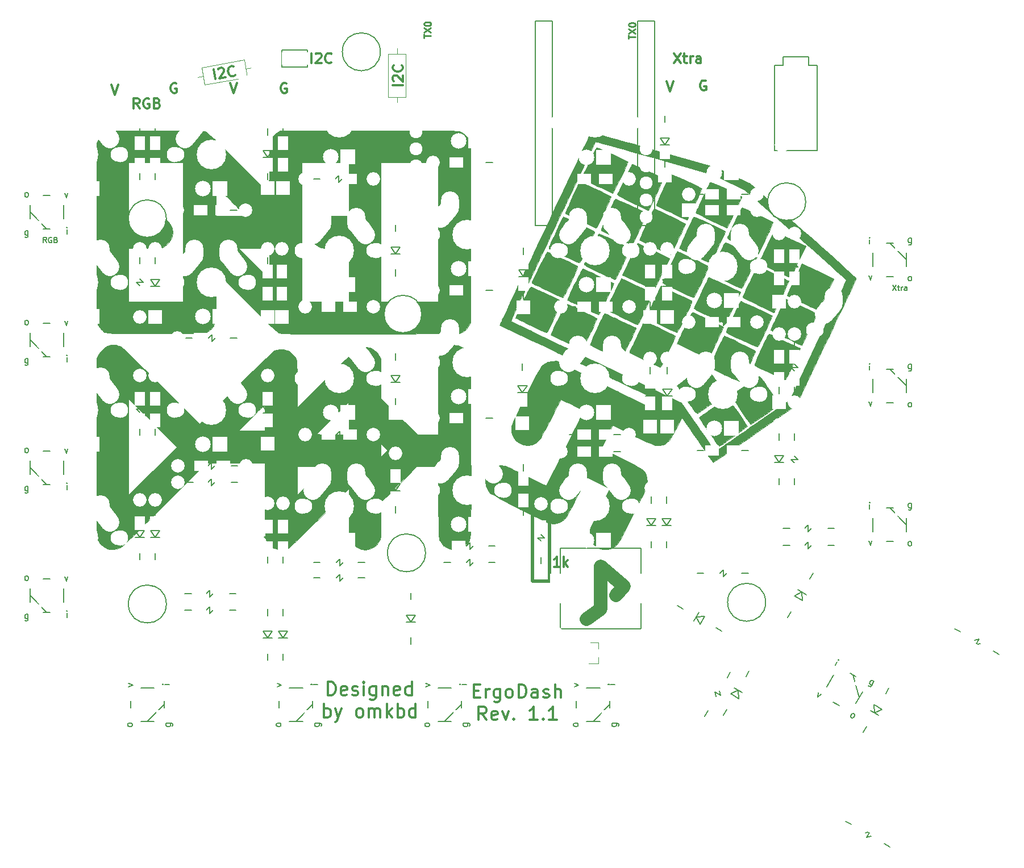
<source format=gto>
G04 #@! TF.GenerationSoftware,KiCad,Pcbnew,(5.0.0)*
G04 #@! TF.CreationDate,2018-08-02T22:48:22+09:00*
G04 #@! TF.ProjectId,ergodash,6572676F646173682E6B696361645F70,2.0*
G04 #@! TF.SameCoordinates,Original*
G04 #@! TF.FileFunction,Legend,Top*
G04 #@! TF.FilePolarity,Positive*
%FSLAX46Y46*%
G04 Gerber Fmt 4.6, Leading zero omitted, Abs format (unit mm)*
G04 Created by KiCad (PCBNEW (5.0.0)) date 08/02/18 22:48:22*
%MOMM*%
%LPD*%
G01*
G04 APERTURE LIST*
%ADD10C,0.300000*%
%ADD11C,0.500000*%
%ADD12C,2.000000*%
%ADD13C,0.200000*%
%ADD14C,0.250000*%
%ADD15C,0.120000*%
%ADD16C,0.150000*%
%ADD17C,0.010000*%
%ADD18O,2.000000X2.000000*%
%ADD19C,2.000000*%
%ADD20C,4.400000*%
%ADD21C,2.300000*%
%ADD22C,2.800000*%
%ADD23C,2.800000*%
%ADD24C,2.700000*%
%ADD25C,2.700000*%
%ADD26C,2.100000*%
%ADD27R,1.600000X2.000000*%
%ADD28O,2.700000X3.737000*%
%ADD29R,2.800000X4.400000*%
%ADD30C,2.200000*%
%ADD31C,1.924000*%
%ADD32C,5.400000*%
%ADD33R,1.924000X1.924000*%
%ADD34C,1.390600*%
%ADD35C,2.152600*%
%ADD36R,2.000000X1.600000*%
%ADD37C,1.600000*%
%ADD38C,0.100000*%
%ADD39C,2.305000*%
%ADD40R,2.305000X2.305000*%
%ADD41R,1.300000X1.200000*%
%ADD42R,2.000000X2.000000*%
%ADD43R,1.800000X2.200000*%
%ADD44R,2.200000X1.800000*%
%ADD45C,1.800000*%
G04 APERTURE END LIST*
D10*
X106657976Y-46749449D02*
X106397504Y-45272238D01*
X107055402Y-45301294D02*
X107113342Y-45218547D01*
X107241625Y-45123397D01*
X107593342Y-45061379D01*
X107746432Y-45106916D01*
X107829179Y-45164856D01*
X107924329Y-45293139D01*
X107949136Y-45433826D01*
X107916003Y-45657260D01*
X107220724Y-46650222D01*
X108135188Y-46488977D01*
X109587593Y-46087818D02*
X109529653Y-46170565D01*
X109331026Y-46278119D01*
X109190339Y-46302926D01*
X108966905Y-46269792D01*
X108801412Y-46153913D01*
X108706261Y-46025629D01*
X108586304Y-45756659D01*
X108549094Y-45545629D01*
X108569824Y-45251852D01*
X108615360Y-45098761D01*
X108731240Y-44933268D01*
X108929867Y-44825714D01*
X109070554Y-44800907D01*
X109293987Y-44834040D01*
X109376734Y-44891980D01*
X134568755Y-47672202D02*
X133068755Y-47672202D01*
X133211612Y-47029345D02*
X133140184Y-46957917D01*
X133068755Y-46815059D01*
X133068755Y-46457917D01*
X133140184Y-46315059D01*
X133211612Y-46243631D01*
X133354469Y-46172202D01*
X133497326Y-46172202D01*
X133711612Y-46243631D01*
X134568755Y-47100774D01*
X134568755Y-46172202D01*
X134425898Y-44672202D02*
X134497326Y-44743631D01*
X134568755Y-44957917D01*
X134568755Y-45100774D01*
X134497326Y-45315059D01*
X134354469Y-45457917D01*
X134211612Y-45529345D01*
X133925898Y-45600774D01*
X133711612Y-45600774D01*
X133425898Y-45529345D01*
X133283041Y-45457917D01*
X133140184Y-45315059D01*
X133068755Y-45100774D01*
X133068755Y-44957917D01*
X133140184Y-44743631D01*
X133211612Y-44672202D01*
X120963714Y-44366571D02*
X120963714Y-42866571D01*
X121606571Y-43009428D02*
X121678000Y-42938000D01*
X121820857Y-42866571D01*
X122178000Y-42866571D01*
X122320857Y-42938000D01*
X122392285Y-43009428D01*
X122463714Y-43152285D01*
X122463714Y-43295142D01*
X122392285Y-43509428D01*
X121535142Y-44366571D01*
X122463714Y-44366571D01*
X123963714Y-44223714D02*
X123892285Y-44295142D01*
X123678000Y-44366571D01*
X123535142Y-44366571D01*
X123320857Y-44295142D01*
X123178000Y-44152285D01*
X123106571Y-44009428D01*
X123035142Y-43723714D01*
X123035142Y-43509428D01*
X123106571Y-43223714D01*
X123178000Y-43080857D01*
X123320857Y-42938000D01*
X123535142Y-42866571D01*
X123678000Y-42866571D01*
X123892285Y-42938000D01*
X123963714Y-43009428D01*
D11*
X156464000Y-108585000D02*
X156464000Y-121539000D01*
X153924000Y-108585000D02*
X156464000Y-108585000D01*
X153924000Y-121539000D02*
X153924000Y-108585000D01*
X153924000Y-121539000D02*
X156464000Y-121539000D01*
D12*
X167513000Y-122301000D02*
X166370000Y-123698000D01*
X164084000Y-119380000D02*
X167513000Y-122301000D01*
X164084000Y-125730000D02*
X164084000Y-119380000D01*
X161925000Y-127254000D02*
X164084000Y-125730000D01*
D10*
X123428904Y-138573761D02*
X123428904Y-136573761D01*
X123905095Y-136573761D01*
X124190809Y-136669000D01*
X124381285Y-136859476D01*
X124476523Y-137049952D01*
X124571761Y-137430904D01*
X124571761Y-137716619D01*
X124476523Y-138097571D01*
X124381285Y-138288047D01*
X124190809Y-138478523D01*
X123905095Y-138573761D01*
X123428904Y-138573761D01*
X126190809Y-138478523D02*
X126000333Y-138573761D01*
X125619380Y-138573761D01*
X125428904Y-138478523D01*
X125333666Y-138288047D01*
X125333666Y-137526142D01*
X125428904Y-137335666D01*
X125619380Y-137240428D01*
X126000333Y-137240428D01*
X126190809Y-137335666D01*
X126286047Y-137526142D01*
X126286047Y-137716619D01*
X125333666Y-137907095D01*
X127047952Y-138478523D02*
X127238428Y-138573761D01*
X127619380Y-138573761D01*
X127809857Y-138478523D01*
X127905095Y-138288047D01*
X127905095Y-138192809D01*
X127809857Y-138002333D01*
X127619380Y-137907095D01*
X127333666Y-137907095D01*
X127143190Y-137811857D01*
X127047952Y-137621380D01*
X127047952Y-137526142D01*
X127143190Y-137335666D01*
X127333666Y-137240428D01*
X127619380Y-137240428D01*
X127809857Y-137335666D01*
X128762238Y-138573761D02*
X128762238Y-137240428D01*
X128762238Y-136573761D02*
X128667000Y-136669000D01*
X128762238Y-136764238D01*
X128857476Y-136669000D01*
X128762238Y-136573761D01*
X128762238Y-136764238D01*
X130571761Y-137240428D02*
X130571761Y-138859476D01*
X130476523Y-139049952D01*
X130381285Y-139145190D01*
X130190809Y-139240428D01*
X129905095Y-139240428D01*
X129714619Y-139145190D01*
X130571761Y-138478523D02*
X130381285Y-138573761D01*
X130000333Y-138573761D01*
X129809857Y-138478523D01*
X129714619Y-138383285D01*
X129619380Y-138192809D01*
X129619380Y-137621380D01*
X129714619Y-137430904D01*
X129809857Y-137335666D01*
X130000333Y-137240428D01*
X130381285Y-137240428D01*
X130571761Y-137335666D01*
X131524142Y-137240428D02*
X131524142Y-138573761D01*
X131524142Y-137430904D02*
X131619380Y-137335666D01*
X131809857Y-137240428D01*
X132095571Y-137240428D01*
X132286047Y-137335666D01*
X132381285Y-137526142D01*
X132381285Y-138573761D01*
X134095571Y-138478523D02*
X133905095Y-138573761D01*
X133524142Y-138573761D01*
X133333666Y-138478523D01*
X133238428Y-138288047D01*
X133238428Y-137526142D01*
X133333666Y-137335666D01*
X133524142Y-137240428D01*
X133905095Y-137240428D01*
X134095571Y-137335666D01*
X134190809Y-137526142D01*
X134190809Y-137716619D01*
X133238428Y-137907095D01*
X135905095Y-138573761D02*
X135905095Y-136573761D01*
X135905095Y-138478523D02*
X135714619Y-138573761D01*
X135333666Y-138573761D01*
X135143190Y-138478523D01*
X135047952Y-138383285D01*
X134952714Y-138192809D01*
X134952714Y-137621380D01*
X135047952Y-137430904D01*
X135143190Y-137335666D01*
X135333666Y-137240428D01*
X135714619Y-137240428D01*
X135905095Y-137335666D01*
X122857476Y-141873761D02*
X122857476Y-139873761D01*
X122857476Y-140635666D02*
X123047952Y-140540428D01*
X123428904Y-140540428D01*
X123619380Y-140635666D01*
X123714619Y-140730904D01*
X123809857Y-140921380D01*
X123809857Y-141492809D01*
X123714619Y-141683285D01*
X123619380Y-141778523D01*
X123428904Y-141873761D01*
X123047952Y-141873761D01*
X122857476Y-141778523D01*
X124476523Y-140540428D02*
X124952714Y-141873761D01*
X125428904Y-140540428D02*
X124952714Y-141873761D01*
X124762238Y-142349952D01*
X124667000Y-142445190D01*
X124476523Y-142540428D01*
X128000333Y-141873761D02*
X127809857Y-141778523D01*
X127714619Y-141683285D01*
X127619380Y-141492809D01*
X127619380Y-140921380D01*
X127714619Y-140730904D01*
X127809857Y-140635666D01*
X128000333Y-140540428D01*
X128286047Y-140540428D01*
X128476523Y-140635666D01*
X128571761Y-140730904D01*
X128667000Y-140921380D01*
X128667000Y-141492809D01*
X128571761Y-141683285D01*
X128476523Y-141778523D01*
X128286047Y-141873761D01*
X128000333Y-141873761D01*
X129524142Y-141873761D02*
X129524142Y-140540428D01*
X129524142Y-140730904D02*
X129619380Y-140635666D01*
X129809857Y-140540428D01*
X130095571Y-140540428D01*
X130286047Y-140635666D01*
X130381285Y-140826142D01*
X130381285Y-141873761D01*
X130381285Y-140826142D02*
X130476523Y-140635666D01*
X130667000Y-140540428D01*
X130952714Y-140540428D01*
X131143190Y-140635666D01*
X131238428Y-140826142D01*
X131238428Y-141873761D01*
X132190809Y-141873761D02*
X132190809Y-139873761D01*
X132381285Y-141111857D02*
X132952714Y-141873761D01*
X132952714Y-140540428D02*
X132190809Y-141302333D01*
X133809857Y-141873761D02*
X133809857Y-139873761D01*
X133809857Y-140635666D02*
X134000333Y-140540428D01*
X134381285Y-140540428D01*
X134571761Y-140635666D01*
X134667000Y-140730904D01*
X134762238Y-140921380D01*
X134762238Y-141492809D01*
X134667000Y-141683285D01*
X134571761Y-141778523D01*
X134381285Y-141873761D01*
X134000333Y-141873761D01*
X133809857Y-141778523D01*
X136476523Y-141873761D02*
X136476523Y-139873761D01*
X136476523Y-141778523D02*
X136286047Y-141873761D01*
X135905095Y-141873761D01*
X135714619Y-141778523D01*
X135619380Y-141683285D01*
X135524142Y-141492809D01*
X135524142Y-140921380D01*
X135619380Y-140730904D01*
X135714619Y-140635666D01*
X135905095Y-140540428D01*
X136286047Y-140540428D01*
X136476523Y-140635666D01*
X157936428Y-119423571D02*
X157079285Y-119423571D01*
X157507857Y-119423571D02*
X157507857Y-117923571D01*
X157365000Y-118137857D01*
X157222142Y-118280714D01*
X157079285Y-118352142D01*
X158579285Y-119423571D02*
X158579285Y-117923571D01*
X158722142Y-118852142D02*
X159150714Y-119423571D01*
X159150714Y-118423571D02*
X158579285Y-118995000D01*
D13*
X207556238Y-77412904D02*
X208089571Y-78212904D01*
X208089571Y-77412904D02*
X207556238Y-78212904D01*
X208280047Y-77679571D02*
X208584809Y-77679571D01*
X208394333Y-77412904D02*
X208394333Y-78098619D01*
X208432428Y-78174809D01*
X208508619Y-78212904D01*
X208584809Y-78212904D01*
X208851476Y-78212904D02*
X208851476Y-77679571D01*
X208851476Y-77831952D02*
X208889571Y-77755761D01*
X208927666Y-77717666D01*
X209003857Y-77679571D01*
X209080047Y-77679571D01*
X209689571Y-78212904D02*
X209689571Y-77793857D01*
X209651476Y-77717666D01*
X209575285Y-77679571D01*
X209422904Y-77679571D01*
X209346714Y-77717666D01*
X209689571Y-78174809D02*
X209613380Y-78212904D01*
X209422904Y-78212904D01*
X209346714Y-78174809D01*
X209308619Y-78098619D01*
X209308619Y-78022428D01*
X209346714Y-77946238D01*
X209422904Y-77908142D01*
X209613380Y-77908142D01*
X209689571Y-77870047D01*
X81489619Y-71100904D02*
X81222952Y-70719952D01*
X81032476Y-71100904D02*
X81032476Y-70300904D01*
X81337238Y-70300904D01*
X81413428Y-70339000D01*
X81451523Y-70377095D01*
X81489619Y-70453285D01*
X81489619Y-70567571D01*
X81451523Y-70643761D01*
X81413428Y-70681857D01*
X81337238Y-70719952D01*
X81032476Y-70719952D01*
X82251523Y-70339000D02*
X82175333Y-70300904D01*
X82061047Y-70300904D01*
X81946761Y-70339000D01*
X81870571Y-70415190D01*
X81832476Y-70491380D01*
X81794380Y-70643761D01*
X81794380Y-70758047D01*
X81832476Y-70910428D01*
X81870571Y-70986619D01*
X81946761Y-71062809D01*
X82061047Y-71100904D01*
X82137238Y-71100904D01*
X82251523Y-71062809D01*
X82289619Y-71024714D01*
X82289619Y-70758047D01*
X82137238Y-70758047D01*
X82899142Y-70681857D02*
X83013428Y-70719952D01*
X83051523Y-70758047D01*
X83089619Y-70834238D01*
X83089619Y-70948523D01*
X83051523Y-71024714D01*
X83013428Y-71062809D01*
X82937238Y-71100904D01*
X82632476Y-71100904D01*
X82632476Y-70300904D01*
X82899142Y-70300904D01*
X82975333Y-70339000D01*
X83013428Y-70377095D01*
X83051523Y-70453285D01*
X83051523Y-70529476D01*
X83013428Y-70605666D01*
X82975333Y-70643761D01*
X82899142Y-70681857D01*
X82632476Y-70681857D01*
D10*
X95357285Y-51097571D02*
X94857285Y-50383285D01*
X94500142Y-51097571D02*
X94500142Y-49597571D01*
X95071571Y-49597571D01*
X95214428Y-49669000D01*
X95285857Y-49740428D01*
X95357285Y-49883285D01*
X95357285Y-50097571D01*
X95285857Y-50240428D01*
X95214428Y-50311857D01*
X95071571Y-50383285D01*
X94500142Y-50383285D01*
X96785857Y-49669000D02*
X96643000Y-49597571D01*
X96428714Y-49597571D01*
X96214428Y-49669000D01*
X96071571Y-49811857D01*
X96000142Y-49954714D01*
X95928714Y-50240428D01*
X95928714Y-50454714D01*
X96000142Y-50740428D01*
X96071571Y-50883285D01*
X96214428Y-51026142D01*
X96428714Y-51097571D01*
X96571571Y-51097571D01*
X96785857Y-51026142D01*
X96857285Y-50954714D01*
X96857285Y-50454714D01*
X96571571Y-50454714D01*
X98000142Y-50311857D02*
X98214428Y-50383285D01*
X98285857Y-50454714D01*
X98357285Y-50597571D01*
X98357285Y-50811857D01*
X98285857Y-50954714D01*
X98214428Y-51026142D01*
X98071571Y-51097571D01*
X97500142Y-51097571D01*
X97500142Y-49597571D01*
X98000142Y-49597571D01*
X98143000Y-49669000D01*
X98214428Y-49740428D01*
X98285857Y-49883285D01*
X98285857Y-50026142D01*
X98214428Y-50169000D01*
X98143000Y-50240428D01*
X98000142Y-50311857D01*
X97500142Y-50311857D01*
X174966571Y-42866571D02*
X175966571Y-44366571D01*
X175966571Y-42866571D02*
X174966571Y-44366571D01*
X176323714Y-43366571D02*
X176895142Y-43366571D01*
X176538000Y-42866571D02*
X176538000Y-44152285D01*
X176609428Y-44295142D01*
X176752285Y-44366571D01*
X176895142Y-44366571D01*
X177395142Y-44366571D02*
X177395142Y-43366571D01*
X177395142Y-43652285D02*
X177466571Y-43509428D01*
X177538000Y-43438000D01*
X177680857Y-43366571D01*
X177823714Y-43366571D01*
X178966571Y-44366571D02*
X178966571Y-43580857D01*
X178895142Y-43438000D01*
X178752285Y-43366571D01*
X178466571Y-43366571D01*
X178323714Y-43438000D01*
X178966571Y-44295142D02*
X178823714Y-44366571D01*
X178466571Y-44366571D01*
X178323714Y-44295142D01*
X178252285Y-44152285D01*
X178252285Y-44009428D01*
X178323714Y-43866571D01*
X178466571Y-43795142D01*
X178823714Y-43795142D01*
X178966571Y-43723714D01*
X179716857Y-47002000D02*
X179574000Y-46930571D01*
X179359714Y-46930571D01*
X179145428Y-47002000D01*
X179002571Y-47144857D01*
X178931142Y-47287714D01*
X178859714Y-47573428D01*
X178859714Y-47787714D01*
X178931142Y-48073428D01*
X179002571Y-48216285D01*
X179145428Y-48359142D01*
X179359714Y-48430571D01*
X179502571Y-48430571D01*
X179716857Y-48359142D01*
X179788285Y-48287714D01*
X179788285Y-47787714D01*
X179502571Y-47787714D01*
X173871000Y-47057571D02*
X174371000Y-48557571D01*
X174871000Y-47057571D01*
X100849857Y-47383000D02*
X100707000Y-47311571D01*
X100492714Y-47311571D01*
X100278428Y-47383000D01*
X100135571Y-47525857D01*
X100064142Y-47668714D01*
X99992714Y-47954428D01*
X99992714Y-48168714D01*
X100064142Y-48454428D01*
X100135571Y-48597285D01*
X100278428Y-48740142D01*
X100492714Y-48811571D01*
X100635571Y-48811571D01*
X100849857Y-48740142D01*
X100921285Y-48668714D01*
X100921285Y-48168714D01*
X100635571Y-48168714D01*
X92194000Y-47565571D02*
X91694000Y-49065571D01*
X91194000Y-47565571D01*
D14*
X168235380Y-40735095D02*
X168235380Y-40163666D01*
X169235380Y-40449380D02*
X168235380Y-40449380D01*
X168235380Y-39925571D02*
X169235380Y-39258904D01*
X168235380Y-39258904D02*
X169235380Y-39925571D01*
X168235380Y-38687476D02*
X168235380Y-38592238D01*
X168283000Y-38497000D01*
X168330619Y-38449380D01*
X168425857Y-38401761D01*
X168616333Y-38354142D01*
X168854428Y-38354142D01*
X169044904Y-38401761D01*
X169140142Y-38449380D01*
X169187761Y-38497000D01*
X169235380Y-38592238D01*
X169235380Y-38687476D01*
X169187761Y-38782714D01*
X169140142Y-38830333D01*
X169044904Y-38877952D01*
X168854428Y-38925571D01*
X168616333Y-38925571D01*
X168425857Y-38877952D01*
X168330619Y-38830333D01*
X168283000Y-38782714D01*
X168235380Y-38687476D01*
X137755380Y-40608095D02*
X137755380Y-40036666D01*
X138755380Y-40322380D02*
X137755380Y-40322380D01*
X137755380Y-39798571D02*
X138755380Y-39131904D01*
X137755380Y-39131904D02*
X138755380Y-39798571D01*
X137755380Y-38560476D02*
X137755380Y-38465238D01*
X137803000Y-38370000D01*
X137850619Y-38322380D01*
X137945857Y-38274761D01*
X138136333Y-38227142D01*
X138374428Y-38227142D01*
X138564904Y-38274761D01*
X138660142Y-38322380D01*
X138707761Y-38370000D01*
X138755380Y-38465238D01*
X138755380Y-38560476D01*
X138707761Y-38655714D01*
X138660142Y-38703333D01*
X138564904Y-38750952D01*
X138374428Y-38798571D01*
X138136333Y-38798571D01*
X137945857Y-38750952D01*
X137850619Y-38703333D01*
X137803000Y-38655714D01*
X137755380Y-38560476D01*
D10*
X117232857Y-47383000D02*
X117090000Y-47311571D01*
X116875714Y-47311571D01*
X116661428Y-47383000D01*
X116518571Y-47525857D01*
X116447142Y-47668714D01*
X116375714Y-47954428D01*
X116375714Y-48168714D01*
X116447142Y-48454428D01*
X116518571Y-48597285D01*
X116661428Y-48740142D01*
X116875714Y-48811571D01*
X117018571Y-48811571D01*
X117232857Y-48740142D01*
X117304285Y-48668714D01*
X117304285Y-48168714D01*
X117018571Y-48168714D01*
X108847000Y-47311571D02*
X109347000Y-48811571D01*
X109847000Y-47311571D01*
X145161809Y-137907142D02*
X145828476Y-137907142D01*
X146114190Y-138954761D02*
X145161809Y-138954761D01*
X145161809Y-136954761D01*
X146114190Y-136954761D01*
X146971333Y-138954761D02*
X146971333Y-137621428D01*
X146971333Y-138002380D02*
X147066571Y-137811904D01*
X147161809Y-137716666D01*
X147352285Y-137621428D01*
X147542761Y-137621428D01*
X149066571Y-137621428D02*
X149066571Y-139240476D01*
X148971333Y-139430952D01*
X148876095Y-139526190D01*
X148685619Y-139621428D01*
X148399904Y-139621428D01*
X148209428Y-139526190D01*
X149066571Y-138859523D02*
X148876095Y-138954761D01*
X148495142Y-138954761D01*
X148304666Y-138859523D01*
X148209428Y-138764285D01*
X148114190Y-138573809D01*
X148114190Y-138002380D01*
X148209428Y-137811904D01*
X148304666Y-137716666D01*
X148495142Y-137621428D01*
X148876095Y-137621428D01*
X149066571Y-137716666D01*
X150304666Y-138954761D02*
X150114190Y-138859523D01*
X150018952Y-138764285D01*
X149923714Y-138573809D01*
X149923714Y-138002380D01*
X150018952Y-137811904D01*
X150114190Y-137716666D01*
X150304666Y-137621428D01*
X150590380Y-137621428D01*
X150780857Y-137716666D01*
X150876095Y-137811904D01*
X150971333Y-138002380D01*
X150971333Y-138573809D01*
X150876095Y-138764285D01*
X150780857Y-138859523D01*
X150590380Y-138954761D01*
X150304666Y-138954761D01*
X151828476Y-138954761D02*
X151828476Y-136954761D01*
X152304666Y-136954761D01*
X152590380Y-137050000D01*
X152780857Y-137240476D01*
X152876095Y-137430952D01*
X152971333Y-137811904D01*
X152971333Y-138097619D01*
X152876095Y-138478571D01*
X152780857Y-138669047D01*
X152590380Y-138859523D01*
X152304666Y-138954761D01*
X151828476Y-138954761D01*
X154685619Y-138954761D02*
X154685619Y-137907142D01*
X154590380Y-137716666D01*
X154399904Y-137621428D01*
X154018952Y-137621428D01*
X153828476Y-137716666D01*
X154685619Y-138859523D02*
X154495142Y-138954761D01*
X154018952Y-138954761D01*
X153828476Y-138859523D01*
X153733238Y-138669047D01*
X153733238Y-138478571D01*
X153828476Y-138288095D01*
X154018952Y-138192857D01*
X154495142Y-138192857D01*
X154685619Y-138097619D01*
X155542761Y-138859523D02*
X155733238Y-138954761D01*
X156114190Y-138954761D01*
X156304666Y-138859523D01*
X156399904Y-138669047D01*
X156399904Y-138573809D01*
X156304666Y-138383333D01*
X156114190Y-138288095D01*
X155828476Y-138288095D01*
X155638000Y-138192857D01*
X155542761Y-138002380D01*
X155542761Y-137907142D01*
X155638000Y-137716666D01*
X155828476Y-137621428D01*
X156114190Y-137621428D01*
X156304666Y-137716666D01*
X157257047Y-138954761D02*
X157257047Y-136954761D01*
X158114190Y-138954761D02*
X158114190Y-137907142D01*
X158018952Y-137716666D01*
X157828476Y-137621428D01*
X157542761Y-137621428D01*
X157352285Y-137716666D01*
X157257047Y-137811904D01*
X147018952Y-142254761D02*
X146352285Y-141302380D01*
X145876095Y-142254761D02*
X145876095Y-140254761D01*
X146638000Y-140254761D01*
X146828476Y-140350000D01*
X146923714Y-140445238D01*
X147018952Y-140635714D01*
X147018952Y-140921428D01*
X146923714Y-141111904D01*
X146828476Y-141207142D01*
X146638000Y-141302380D01*
X145876095Y-141302380D01*
X148638000Y-142159523D02*
X148447523Y-142254761D01*
X148066571Y-142254761D01*
X147876095Y-142159523D01*
X147780857Y-141969047D01*
X147780857Y-141207142D01*
X147876095Y-141016666D01*
X148066571Y-140921428D01*
X148447523Y-140921428D01*
X148638000Y-141016666D01*
X148733238Y-141207142D01*
X148733238Y-141397619D01*
X147780857Y-141588095D01*
X149399904Y-140921428D02*
X149876095Y-142254761D01*
X150352285Y-140921428D01*
X151114190Y-142064285D02*
X151209428Y-142159523D01*
X151114190Y-142254761D01*
X151018952Y-142159523D01*
X151114190Y-142064285D01*
X151114190Y-142254761D01*
X154638000Y-142254761D02*
X153495142Y-142254761D01*
X154066571Y-142254761D02*
X154066571Y-140254761D01*
X153876095Y-140540476D01*
X153685619Y-140730952D01*
X153495142Y-140826190D01*
X155495142Y-142064285D02*
X155590380Y-142159523D01*
X155495142Y-142254761D01*
X155399904Y-142159523D01*
X155495142Y-142064285D01*
X155495142Y-142254761D01*
X157495142Y-142254761D02*
X156352285Y-142254761D01*
X156923714Y-142254761D02*
X156923714Y-140254761D01*
X156733238Y-140540476D01*
X156542761Y-140730952D01*
X156352285Y-140826190D01*
D15*
G04 #@! TO.C,R2*
X133731000Y-50328000D02*
X133731000Y-49438000D01*
X133731000Y-42128000D02*
X133731000Y-43018000D01*
X135041000Y-49438000D02*
X135041000Y-43018000D01*
X132421000Y-49438000D02*
X135041000Y-49438000D01*
X132421000Y-43018000D02*
X132421000Y-49438000D01*
X135041000Y-43018000D02*
X132421000Y-43018000D01*
G04 #@! TO.C,R1*
X112037535Y-45014910D02*
X111161056Y-45169457D01*
X103962112Y-46438825D02*
X104838590Y-46284278D01*
X110933577Y-43879358D02*
X104611111Y-44994180D01*
X111388535Y-46459555D02*
X110933577Y-43879358D01*
X105066070Y-47574376D02*
X111388535Y-46459555D01*
X104611111Y-44994180D02*
X105066070Y-47574376D01*
D16*
G04 #@! TO.C,R13*
X155194000Y-114588000D02*
X155694000Y-115088000D01*
X155694000Y-115088000D02*
X154694000Y-115088000D01*
X154694000Y-115088000D02*
X155194000Y-115588000D01*
X155194000Y-118008000D02*
X155194000Y-118978000D01*
X155194000Y-111358000D02*
X155194000Y-112328000D01*
G04 #@! TO.C,M1*
X158084000Y-116682000D02*
X158084000Y-128682000D01*
X158084000Y-128682000D02*
X170084000Y-128682000D01*
X170084000Y-128682000D02*
X170084000Y-116682000D01*
X170084000Y-116682000D02*
X158084000Y-116682000D01*
G04 #@! TO.C,U6*
X156845000Y-38100000D02*
X154305000Y-38100000D01*
X154305000Y-38100000D02*
X154305000Y-68580000D01*
X154305000Y-68580000D02*
X156845000Y-68580000D01*
X156845000Y-68580000D02*
X156845000Y-38100000D01*
X172085000Y-38100000D02*
X169545000Y-38100000D01*
X169545000Y-38100000D02*
X169545000Y-68580000D01*
X169545000Y-68580000D02*
X172085000Y-68580000D01*
X172085000Y-68580000D02*
X172085000Y-38100000D01*
G04 #@! TO.C,U1*
X137448427Y-81788000D02*
G75*
G03X137448427Y-81788000I-2828427J0D01*
G01*
G04 #@! TO.C,U2*
X194598427Y-65024000D02*
G75*
G03X194598427Y-65024000I-2828427J0D01*
G01*
G04 #@! TO.C,U4*
X188629427Y-124714000D02*
G75*
G03X188629427Y-124714000I-2828427J0D01*
G01*
G04 #@! TO.C,U5*
X99348427Y-67564000D02*
G75*
G03X99348427Y-67564000I-2828427J0D01*
G01*
G04 #@! TO.C,U7*
X99348427Y-124968000D02*
G75*
G03X99348427Y-124968000I-2828427J0D01*
G01*
G04 #@! TO.C,W1*
X120396000Y-44958000D02*
X120396000Y-42418000D01*
X120396000Y-42418000D02*
X116586000Y-42418000D01*
X116586000Y-42418000D02*
X116586000Y-44958000D01*
X116586000Y-44958000D02*
X120396000Y-44958000D01*
G04 #@! TO.C,J1*
X189992000Y-44704000D02*
X189992000Y-57404000D01*
X189992000Y-57404000D02*
X196342000Y-57404000D01*
X196342000Y-57404000D02*
X196342000Y-44704000D01*
X196342000Y-44704000D02*
X195072000Y-44704000D01*
X195072000Y-44704000D02*
X195072000Y-43434000D01*
X195072000Y-43434000D02*
X191262000Y-43434000D01*
X191262000Y-43434000D02*
X191262000Y-44704000D01*
X191262000Y-44704000D02*
X189992000Y-44704000D01*
G04 #@! TO.C,U8*
X137956427Y-117348000D02*
G75*
G03X137956427Y-117348000I-2828427J0D01*
G01*
G04 #@! TO.C,R3*
X95377000Y-57332000D02*
X95877000Y-57832000D01*
X95877000Y-57832000D02*
X94877000Y-57832000D01*
X94877000Y-57832000D02*
X95377000Y-58332000D01*
X95377000Y-60752000D02*
X95377000Y-61722000D01*
X95377000Y-54102000D02*
X95377000Y-55072000D01*
G04 #@! TO.C,R4*
X106625000Y-66294000D02*
X106125000Y-66794000D01*
X106125000Y-66794000D02*
X106125000Y-65794000D01*
X106125000Y-65794000D02*
X105625000Y-66294000D01*
X103205000Y-66294000D02*
X102235000Y-66294000D01*
X109855000Y-66294000D02*
X108885000Y-66294000D01*
G04 #@! TO.C,R5*
X124515000Y-61595000D02*
X125015000Y-61095000D01*
X125015000Y-61095000D02*
X125015000Y-62095000D01*
X125015000Y-62095000D02*
X125515000Y-61595000D01*
X127935000Y-61595000D02*
X128905000Y-61595000D01*
X121285000Y-61595000D02*
X122255000Y-61595000D01*
G04 #@! TO.C,R6*
X144725000Y-59182000D02*
X144225000Y-59682000D01*
X144225000Y-59682000D02*
X144225000Y-58682000D01*
X144225000Y-58682000D02*
X143725000Y-59182000D01*
X141305000Y-59182000D02*
X140335000Y-59182000D01*
X147955000Y-59182000D02*
X146985000Y-59182000D01*
G04 #@! TO.C,R7*
X162615000Y-61595000D02*
X163115000Y-61095000D01*
X163115000Y-61095000D02*
X163115000Y-62095000D01*
X163115000Y-62095000D02*
X163615000Y-61595000D01*
X166035000Y-61595000D02*
X167005000Y-61595000D01*
X159385000Y-61595000D02*
X160355000Y-61595000D01*
G04 #@! TO.C,R8*
X182825000Y-63881000D02*
X182325000Y-64381000D01*
X182325000Y-64381000D02*
X182325000Y-63381000D01*
X182325000Y-63381000D02*
X181825000Y-63881000D01*
X179405000Y-63881000D02*
X178435000Y-63881000D01*
X186055000Y-63881000D02*
X185085000Y-63881000D01*
G04 #@! TO.C,R9*
X192913000Y-74223000D02*
X193413000Y-74723000D01*
X193413000Y-74723000D02*
X192413000Y-74723000D01*
X192413000Y-74723000D02*
X192913000Y-75223000D01*
X192913000Y-77643000D02*
X192913000Y-78613000D01*
X192913000Y-70993000D02*
X192913000Y-71963000D01*
G04 #@! TO.C,R10*
X95377000Y-76509000D02*
X95877000Y-77009000D01*
X95877000Y-77009000D02*
X94877000Y-77009000D01*
X94877000Y-77009000D02*
X95377000Y-77509000D01*
X95377000Y-79929000D02*
X95377000Y-80899000D01*
X95377000Y-73279000D02*
X95377000Y-74249000D01*
G04 #@! TO.C,R11*
X106625000Y-85344000D02*
X106125000Y-85844000D01*
X106125000Y-85844000D02*
X106125000Y-84844000D01*
X106125000Y-84844000D02*
X105625000Y-85344000D01*
X103205000Y-85344000D02*
X102235000Y-85344000D01*
X109855000Y-85344000D02*
X108885000Y-85344000D01*
G04 #@! TO.C,R12*
X125675000Y-80645000D02*
X125175000Y-81145000D01*
X125175000Y-81145000D02*
X125175000Y-80145000D01*
X125175000Y-80145000D02*
X124675000Y-80645000D01*
X122255000Y-80645000D02*
X121285000Y-80645000D01*
X128905000Y-80645000D02*
X127935000Y-80645000D01*
G04 #@! TO.C,R15*
X144725000Y-78232000D02*
X144225000Y-78732000D01*
X144225000Y-78732000D02*
X144225000Y-77732000D01*
X144225000Y-77732000D02*
X143725000Y-78232000D01*
X141305000Y-78232000D02*
X140335000Y-78232000D01*
X147955000Y-78232000D02*
X146985000Y-78232000D01*
G04 #@! TO.C,R16*
X163775000Y-80645000D02*
X163275000Y-81145000D01*
X163275000Y-81145000D02*
X163275000Y-80145000D01*
X163275000Y-80145000D02*
X162775000Y-80645000D01*
X160355000Y-80645000D02*
X159385000Y-80645000D01*
X167005000Y-80645000D02*
X166035000Y-80645000D01*
G04 #@! TO.C,R17*
X182825000Y-82931000D02*
X182325000Y-83431000D01*
X182325000Y-83431000D02*
X182325000Y-82431000D01*
X182325000Y-82431000D02*
X181825000Y-82931000D01*
X179405000Y-82931000D02*
X178435000Y-82931000D01*
X186055000Y-82931000D02*
X185085000Y-82931000D01*
G04 #@! TO.C,R18*
X192913000Y-89209000D02*
X193413000Y-89709000D01*
X193413000Y-89709000D02*
X192413000Y-89709000D01*
X192413000Y-89709000D02*
X192913000Y-90209000D01*
X192913000Y-92629000D02*
X192913000Y-93599000D01*
X192913000Y-85979000D02*
X192913000Y-86949000D01*
G04 #@! TO.C,R19*
X95377000Y-95432000D02*
X95877000Y-95932000D01*
X95877000Y-95932000D02*
X94877000Y-95932000D01*
X94877000Y-95932000D02*
X95377000Y-96432000D01*
X95377000Y-98852000D02*
X95377000Y-99822000D01*
X95377000Y-92202000D02*
X95377000Y-93172000D01*
G04 #@! TO.C,R20*
X105592000Y-104394000D02*
X106092000Y-103894000D01*
X106092000Y-103894000D02*
X106092000Y-104894000D01*
X106092000Y-104894000D02*
X106592000Y-104394000D01*
X109012000Y-104394000D02*
X109982000Y-104394000D01*
X102362000Y-104394000D02*
X103332000Y-104394000D01*
G04 #@! TO.C,R21*
X125675000Y-99695000D02*
X125175000Y-100195000D01*
X125175000Y-100195000D02*
X125175000Y-99195000D01*
X125175000Y-99195000D02*
X124675000Y-99695000D01*
X122255000Y-99695000D02*
X121285000Y-99695000D01*
X128905000Y-99695000D02*
X127935000Y-99695000D01*
G04 #@! TO.C,R22*
X144725000Y-97282000D02*
X144225000Y-97782000D01*
X144225000Y-97782000D02*
X144225000Y-96782000D01*
X144225000Y-96782000D02*
X143725000Y-97282000D01*
X141305000Y-97282000D02*
X140335000Y-97282000D01*
X147955000Y-97282000D02*
X146985000Y-97282000D01*
G04 #@! TO.C,R23*
X163775000Y-99695000D02*
X163275000Y-100195000D01*
X163275000Y-100195000D02*
X163275000Y-99195000D01*
X163275000Y-99195000D02*
X162775000Y-99695000D01*
X160355000Y-99695000D02*
X159385000Y-99695000D01*
X167005000Y-99695000D02*
X166035000Y-99695000D01*
G04 #@! TO.C,R24*
X182825000Y-102108000D02*
X182325000Y-102608000D01*
X182325000Y-102608000D02*
X182325000Y-101608000D01*
X182325000Y-101608000D02*
X181825000Y-102108000D01*
X179405000Y-102108000D02*
X178435000Y-102108000D01*
X186055000Y-102108000D02*
X185085000Y-102108000D01*
G04 #@! TO.C,R25*
X192913000Y-103958000D02*
X192413000Y-103458000D01*
X192413000Y-103458000D02*
X193413000Y-103458000D01*
X193413000Y-103458000D02*
X192913000Y-102958000D01*
X192913000Y-100538000D02*
X192913000Y-99568000D01*
X192913000Y-107188000D02*
X192913000Y-106218000D01*
G04 #@! TO.C,R26*
X105592000Y-106807000D02*
X106092000Y-106307000D01*
X106092000Y-106307000D02*
X106092000Y-107307000D01*
X106092000Y-107307000D02*
X106592000Y-106807000D01*
X109012000Y-106807000D02*
X109982000Y-106807000D01*
X102362000Y-106807000D02*
X103332000Y-106807000D01*
G04 #@! TO.C,R27*
X114427000Y-114482000D02*
X114927000Y-114982000D01*
X114927000Y-114982000D02*
X113927000Y-114982000D01*
X113927000Y-114982000D02*
X114427000Y-115482000D01*
X114427000Y-117902000D02*
X114427000Y-118872000D01*
X114427000Y-111252000D02*
X114427000Y-112222000D01*
G04 #@! TO.C,R28*
X125675000Y-118745000D02*
X125175000Y-119245000D01*
X125175000Y-119245000D02*
X125175000Y-118245000D01*
X125175000Y-118245000D02*
X124675000Y-118745000D01*
X122255000Y-118745000D02*
X121285000Y-118745000D01*
X128905000Y-118745000D02*
X127935000Y-118745000D01*
G04 #@! TO.C,R29*
X145106000Y-116332000D02*
X144606000Y-116832000D01*
X144606000Y-116832000D02*
X144606000Y-115832000D01*
X144606000Y-115832000D02*
X144106000Y-116332000D01*
X141686000Y-116332000D02*
X140716000Y-116332000D01*
X148336000Y-116332000D02*
X147366000Y-116332000D01*
G04 #@! TO.C,R30*
X162615000Y-102235000D02*
X163115000Y-101735000D01*
X163115000Y-101735000D02*
X163115000Y-102735000D01*
X163115000Y-102735000D02*
X163615000Y-102235000D01*
X166035000Y-102235000D02*
X167005000Y-102235000D01*
X159385000Y-102235000D02*
X160355000Y-102235000D01*
G04 #@! TO.C,R31*
X182825000Y-120396000D02*
X182325000Y-120896000D01*
X182325000Y-120896000D02*
X182325000Y-119896000D01*
X182325000Y-119896000D02*
X181825000Y-120396000D01*
X179405000Y-120396000D02*
X178435000Y-120396000D01*
X186055000Y-120396000D02*
X185085000Y-120396000D01*
G04 #@! TO.C,R32*
X181773000Y-137882114D02*
X181956013Y-138565127D01*
X181956013Y-138565127D02*
X181089987Y-138065127D01*
X181089987Y-138065127D02*
X181273000Y-138748140D01*
X180063000Y-140843921D02*
X179578000Y-141683966D01*
X183388000Y-135084852D02*
X182903000Y-135924897D01*
G04 #@! TO.C,R33*
X105338000Y-123444000D02*
X105838000Y-122944000D01*
X105838000Y-122944000D02*
X105838000Y-123944000D01*
X105838000Y-123944000D02*
X106338000Y-123444000D01*
X108758000Y-123444000D02*
X109728000Y-123444000D01*
X102108000Y-123444000D02*
X103078000Y-123444000D01*
G04 #@! TO.C,R34*
X105338000Y-125857000D02*
X105838000Y-125357000D01*
X105838000Y-125357000D02*
X105838000Y-126357000D01*
X105838000Y-126357000D02*
X106338000Y-125857000D01*
X108758000Y-125857000D02*
X109728000Y-125857000D01*
X102108000Y-125857000D02*
X103078000Y-125857000D01*
G04 #@! TO.C,R35*
X125675000Y-121031000D02*
X125175000Y-121531000D01*
X125175000Y-121531000D02*
X125175000Y-120531000D01*
X125175000Y-120531000D02*
X124675000Y-121031000D01*
X122255000Y-121031000D02*
X121285000Y-121031000D01*
X128905000Y-121031000D02*
X127935000Y-121031000D01*
G04 #@! TO.C,R36*
X145106000Y-118745000D02*
X144606000Y-119245000D01*
X144606000Y-119245000D02*
X144606000Y-118245000D01*
X144606000Y-118245000D02*
X144106000Y-118745000D01*
X141686000Y-118745000D02*
X140716000Y-118745000D01*
X148336000Y-118745000D02*
X147366000Y-118745000D01*
G04 #@! TO.C,U9*
X131225427Y-42672000D02*
G75*
G03X131225427Y-42672000I-2828427J0D01*
G01*
G04 #@! TO.C,D68*
X204845000Y-141211924D02*
X204758782Y-139961258D01*
X204758782Y-139961258D02*
X205971218Y-140661258D01*
X205971218Y-140661258D02*
X204845000Y-141211924D01*
X205451218Y-141561924D02*
X204238782Y-140861924D01*
X206525000Y-138302079D02*
X207010000Y-137462034D01*
X203200000Y-144061148D02*
X203685000Y-143221103D01*
D15*
G04 #@! TO.C,Q1*
X163717000Y-133853000D02*
X163717000Y-132923000D01*
X163717000Y-130693000D02*
X163717000Y-131623000D01*
X163717000Y-130693000D02*
X161557000Y-130693000D01*
X163717000Y-133853000D02*
X162257000Y-133853000D01*
D16*
G04 #@! TO.C,R14*
X194492000Y-113665000D02*
X194992000Y-113165000D01*
X194992000Y-113165000D02*
X194992000Y-114165000D01*
X194992000Y-114165000D02*
X195492000Y-113665000D01*
X197912000Y-113665000D02*
X198882000Y-113665000D01*
X191262000Y-113665000D02*
X192232000Y-113665000D01*
G04 #@! TO.C,R37*
X220638886Y-130846000D02*
X219955873Y-131029013D01*
X219955873Y-131029013D02*
X220455873Y-130162987D01*
X220455873Y-130162987D02*
X219772860Y-130346000D01*
X217677079Y-129136000D02*
X216837034Y-128651000D01*
X223436148Y-132461000D02*
X222596103Y-131976000D01*
G04 #@! TO.C,R38*
X194492000Y-116205000D02*
X194992000Y-115705000D01*
X194992000Y-115705000D02*
X194992000Y-116705000D01*
X194992000Y-116705000D02*
X195492000Y-116205000D01*
X197912000Y-116205000D02*
X198882000Y-116205000D01*
X191262000Y-116205000D02*
X192232000Y-116205000D01*
G04 #@! TO.C,R39*
X204382886Y-159548000D02*
X203699873Y-159731013D01*
X203699873Y-159731013D02*
X204199873Y-158864987D01*
X204199873Y-158864987D02*
X203516860Y-159048000D01*
X201421079Y-157838000D02*
X200581034Y-157353000D01*
X207180148Y-161163000D02*
X206340103Y-160678000D01*
G04 #@! TO.C,D1*
X97663000Y-58432000D02*
X96963000Y-57392000D01*
X96963000Y-57392000D02*
X98363000Y-57392000D01*
X98363000Y-57392000D02*
X97663000Y-58432000D01*
X98363000Y-58432000D02*
X96963000Y-58432000D01*
X97663000Y-55072000D02*
X97663000Y-54102000D01*
X97663000Y-61722000D02*
X97663000Y-60752000D01*
G04 #@! TO.C,D2*
X97663000Y-77609000D02*
X96963000Y-76569000D01*
X96963000Y-76569000D02*
X98363000Y-76569000D01*
X98363000Y-76569000D02*
X97663000Y-77609000D01*
X98363000Y-77609000D02*
X96963000Y-77609000D01*
X97663000Y-74249000D02*
X97663000Y-73279000D01*
X97663000Y-80899000D02*
X97663000Y-79929000D01*
G04 #@! TO.C,D3*
X97663000Y-96532000D02*
X96963000Y-95492000D01*
X96963000Y-95492000D02*
X98363000Y-95492000D01*
X98363000Y-95492000D02*
X97663000Y-96532000D01*
X98363000Y-96532000D02*
X96963000Y-96532000D01*
X97663000Y-93172000D02*
X97663000Y-92202000D01*
X97663000Y-99822000D02*
X97663000Y-98852000D01*
G04 #@! TO.C,D4*
X95377000Y-115074000D02*
X94677000Y-114034000D01*
X94677000Y-114034000D02*
X96077000Y-114034000D01*
X96077000Y-114034000D02*
X95377000Y-115074000D01*
X96077000Y-115074000D02*
X94677000Y-115074000D01*
X95377000Y-111714000D02*
X95377000Y-110744000D01*
X95377000Y-118364000D02*
X95377000Y-117394000D01*
G04 #@! TO.C,D5*
X114427000Y-58432000D02*
X113727000Y-57392000D01*
X113727000Y-57392000D02*
X115127000Y-57392000D01*
X115127000Y-57392000D02*
X114427000Y-58432000D01*
X115127000Y-58432000D02*
X113727000Y-58432000D01*
X114427000Y-55072000D02*
X114427000Y-54102000D01*
X114427000Y-61722000D02*
X114427000Y-60752000D01*
G04 #@! TO.C,D6*
X114427000Y-77609000D02*
X113727000Y-76569000D01*
X113727000Y-76569000D02*
X115127000Y-76569000D01*
X115127000Y-76569000D02*
X114427000Y-77609000D01*
X115127000Y-77609000D02*
X113727000Y-77609000D01*
X114427000Y-74249000D02*
X114427000Y-73279000D01*
X114427000Y-80899000D02*
X114427000Y-79929000D01*
G04 #@! TO.C,D7*
X114427000Y-96532000D02*
X113727000Y-95492000D01*
X113727000Y-95492000D02*
X115127000Y-95492000D01*
X115127000Y-95492000D02*
X114427000Y-96532000D01*
X115127000Y-96532000D02*
X113727000Y-96532000D01*
X114427000Y-93172000D02*
X114427000Y-92202000D01*
X114427000Y-99822000D02*
X114427000Y-98852000D01*
G04 #@! TO.C,D8*
X116713000Y-115582000D02*
X116013000Y-114542000D01*
X116013000Y-114542000D02*
X117413000Y-114542000D01*
X117413000Y-114542000D02*
X116713000Y-115582000D01*
X117413000Y-115582000D02*
X116013000Y-115582000D01*
X116713000Y-112222000D02*
X116713000Y-111252000D01*
X116713000Y-118872000D02*
X116713000Y-117902000D01*
G04 #@! TO.C,D9*
X116713000Y-58432000D02*
X116013000Y-57392000D01*
X116013000Y-57392000D02*
X117413000Y-57392000D01*
X117413000Y-57392000D02*
X116713000Y-58432000D01*
X117413000Y-58432000D02*
X116013000Y-58432000D01*
X116713000Y-55072000D02*
X116713000Y-54102000D01*
X116713000Y-61722000D02*
X116713000Y-60752000D01*
G04 #@! TO.C,D10*
X116586000Y-77609000D02*
X115886000Y-76569000D01*
X115886000Y-76569000D02*
X117286000Y-76569000D01*
X117286000Y-76569000D02*
X116586000Y-77609000D01*
X117286000Y-77609000D02*
X115886000Y-77609000D01*
X116586000Y-74249000D02*
X116586000Y-73279000D01*
X116586000Y-80899000D02*
X116586000Y-79929000D01*
G04 #@! TO.C,D11*
X133477000Y-91960000D02*
X132777000Y-90920000D01*
X132777000Y-90920000D02*
X134177000Y-90920000D01*
X134177000Y-90920000D02*
X133477000Y-91960000D01*
X134177000Y-91960000D02*
X132777000Y-91960000D01*
X133477000Y-88600000D02*
X133477000Y-87630000D01*
X133477000Y-95250000D02*
X133477000Y-94280000D01*
G04 #@! TO.C,D12*
X133477000Y-108089000D02*
X132777000Y-107049000D01*
X132777000Y-107049000D02*
X134177000Y-107049000D01*
X134177000Y-107049000D02*
X133477000Y-108089000D01*
X134177000Y-108089000D02*
X132777000Y-108089000D01*
X133477000Y-104729000D02*
X133477000Y-103759000D01*
X133477000Y-111379000D02*
X133477000Y-110409000D01*
G04 #@! TO.C,D13*
X133477000Y-72783000D02*
X132777000Y-71743000D01*
X132777000Y-71743000D02*
X134177000Y-71743000D01*
X134177000Y-71743000D02*
X133477000Y-72783000D01*
X134177000Y-72783000D02*
X132777000Y-72783000D01*
X133477000Y-69423000D02*
X133477000Y-68453000D01*
X133477000Y-76073000D02*
X133477000Y-75103000D01*
G04 #@! TO.C,D14*
X152527000Y-76212000D02*
X151827000Y-75172000D01*
X151827000Y-75172000D02*
X153227000Y-75172000D01*
X153227000Y-75172000D02*
X152527000Y-76212000D01*
X153227000Y-76212000D02*
X151827000Y-76212000D01*
X152527000Y-72852000D02*
X152527000Y-71882000D01*
X152527000Y-79502000D02*
X152527000Y-78532000D01*
G04 #@! TO.C,D15*
X152400000Y-93484000D02*
X151700000Y-92444000D01*
X151700000Y-92444000D02*
X153100000Y-92444000D01*
X153100000Y-92444000D02*
X152400000Y-93484000D01*
X153100000Y-93484000D02*
X151700000Y-93484000D01*
X152400000Y-90124000D02*
X152400000Y-89154000D01*
X152400000Y-96774000D02*
X152400000Y-95804000D01*
G04 #@! TO.C,D16*
X152527000Y-108470000D02*
X151827000Y-107430000D01*
X151827000Y-107430000D02*
X153227000Y-107430000D01*
X153227000Y-107430000D02*
X152527000Y-108470000D01*
X153227000Y-108470000D02*
X151827000Y-108470000D01*
X152527000Y-105110000D02*
X152527000Y-104140000D01*
X152527000Y-111760000D02*
X152527000Y-110790000D01*
G04 #@! TO.C,D17*
X173609000Y-56527000D02*
X172909000Y-55487000D01*
X172909000Y-55487000D02*
X174309000Y-55487000D01*
X174309000Y-55487000D02*
X173609000Y-56527000D01*
X174309000Y-56527000D02*
X172909000Y-56527000D01*
X173609000Y-53167000D02*
X173609000Y-52197000D01*
X173609000Y-59817000D02*
X173609000Y-58847000D01*
G04 #@! TO.C,D18*
X171450000Y-77609000D02*
X170750000Y-76569000D01*
X170750000Y-76569000D02*
X172150000Y-76569000D01*
X172150000Y-76569000D02*
X171450000Y-77609000D01*
X172150000Y-77609000D02*
X170750000Y-77609000D01*
X171450000Y-74249000D02*
X171450000Y-73279000D01*
X171450000Y-80899000D02*
X171450000Y-79929000D01*
G04 #@! TO.C,D19*
X171450000Y-93992000D02*
X170750000Y-92952000D01*
X170750000Y-92952000D02*
X172150000Y-92952000D01*
X172150000Y-92952000D02*
X171450000Y-93992000D01*
X172150000Y-93992000D02*
X170750000Y-93992000D01*
X171450000Y-90632000D02*
X171450000Y-89662000D01*
X171450000Y-97282000D02*
X171450000Y-96312000D01*
G04 #@! TO.C,D20*
X171577000Y-113296000D02*
X170877000Y-112256000D01*
X170877000Y-112256000D02*
X172277000Y-112256000D01*
X172277000Y-112256000D02*
X171577000Y-113296000D01*
X172277000Y-113296000D02*
X170877000Y-113296000D01*
X171577000Y-109936000D02*
X171577000Y-108966000D01*
X171577000Y-116586000D02*
X171577000Y-115616000D01*
G04 #@! TO.C,D21*
X181725000Y-66294000D02*
X182765000Y-65594000D01*
X182765000Y-65594000D02*
X182765000Y-66994000D01*
X182765000Y-66994000D02*
X181725000Y-66294000D01*
X181725000Y-66994000D02*
X181725000Y-65594000D01*
X185085000Y-66294000D02*
X186055000Y-66294000D01*
X178435000Y-66294000D02*
X179405000Y-66294000D01*
G04 #@! TO.C,D22*
X173990000Y-77609000D02*
X173290000Y-76569000D01*
X173290000Y-76569000D02*
X174690000Y-76569000D01*
X174690000Y-76569000D02*
X173990000Y-77609000D01*
X174690000Y-77609000D02*
X173290000Y-77609000D01*
X173990000Y-74249000D02*
X173990000Y-73279000D01*
X173990000Y-80899000D02*
X173990000Y-79929000D01*
G04 #@! TO.C,D23*
X173990000Y-93992000D02*
X173290000Y-92952000D01*
X173290000Y-92952000D02*
X174690000Y-92952000D01*
X174690000Y-92952000D02*
X173990000Y-93992000D01*
X174690000Y-93992000D02*
X173290000Y-93992000D01*
X173990000Y-90632000D02*
X173990000Y-89662000D01*
X173990000Y-97282000D02*
X173990000Y-96312000D01*
G04 #@! TO.C,D24*
X173863000Y-113296000D02*
X173163000Y-112256000D01*
X173163000Y-112256000D02*
X174563000Y-112256000D01*
X174563000Y-112256000D02*
X173863000Y-113296000D01*
X174563000Y-113296000D02*
X173163000Y-113296000D01*
X173863000Y-109936000D02*
X173863000Y-108966000D01*
X173863000Y-116586000D02*
X173863000Y-115616000D01*
G04 #@! TO.C,D25*
X190627000Y-75323000D02*
X189927000Y-74283000D01*
X189927000Y-74283000D02*
X191327000Y-74283000D01*
X191327000Y-74283000D02*
X190627000Y-75323000D01*
X191327000Y-75323000D02*
X189927000Y-75323000D01*
X190627000Y-71963000D02*
X190627000Y-70993000D01*
X190627000Y-78613000D02*
X190627000Y-77643000D01*
G04 #@! TO.C,D26*
X190627000Y-90309000D02*
X189927000Y-89269000D01*
X189927000Y-89269000D02*
X191327000Y-89269000D01*
X191327000Y-89269000D02*
X190627000Y-90309000D01*
X191327000Y-90309000D02*
X189927000Y-90309000D01*
X190627000Y-86949000D02*
X190627000Y-85979000D01*
X190627000Y-93599000D02*
X190627000Y-92629000D01*
G04 #@! TO.C,D27*
X190627000Y-103898000D02*
X189927000Y-102858000D01*
X189927000Y-102858000D02*
X191327000Y-102858000D01*
X191327000Y-102858000D02*
X190627000Y-103898000D01*
X191327000Y-103898000D02*
X189927000Y-103898000D01*
X190627000Y-100538000D02*
X190627000Y-99568000D01*
X190627000Y-107188000D02*
X190627000Y-106218000D01*
G04 #@! TO.C,D28*
X194062000Y-123202076D02*
X194148218Y-124452742D01*
X194148218Y-124452742D02*
X192935782Y-123752742D01*
X192935782Y-123752742D02*
X194062000Y-123202076D01*
X193455782Y-122852076D02*
X194668218Y-123552076D01*
X192382000Y-126111921D02*
X191897000Y-126951966D01*
X195707000Y-120352852D02*
X195222000Y-121192897D01*
G04 #@! TO.C,D29*
X97663000Y-115074000D02*
X96963000Y-114034000D01*
X96963000Y-114034000D02*
X98363000Y-114034000D01*
X98363000Y-114034000D02*
X97663000Y-115074000D01*
X98363000Y-115074000D02*
X96963000Y-115074000D01*
X97663000Y-111714000D02*
X97663000Y-110744000D01*
X97663000Y-118364000D02*
X97663000Y-117394000D01*
G04 #@! TO.C,D30*
X114427000Y-130060000D02*
X113727000Y-129020000D01*
X113727000Y-129020000D02*
X115127000Y-129020000D01*
X115127000Y-129020000D02*
X114427000Y-130060000D01*
X115127000Y-130060000D02*
X113727000Y-130060000D01*
X114427000Y-126700000D02*
X114427000Y-125730000D01*
X114427000Y-133350000D02*
X114427000Y-132380000D01*
G04 #@! TO.C,D31*
X116713000Y-130060000D02*
X116013000Y-129020000D01*
X116013000Y-129020000D02*
X117413000Y-129020000D01*
X117413000Y-129020000D02*
X116713000Y-130060000D01*
X117413000Y-130060000D02*
X116013000Y-130060000D01*
X116713000Y-126700000D02*
X116713000Y-125730000D01*
X116713000Y-133350000D02*
X116713000Y-132380000D01*
G04 #@! TO.C,D32*
X135763000Y-127647000D02*
X135063000Y-126607000D01*
X135063000Y-126607000D02*
X136463000Y-126607000D01*
X136463000Y-126607000D02*
X135763000Y-127647000D01*
X136463000Y-127647000D02*
X135063000Y-127647000D01*
X135763000Y-124287000D02*
X135763000Y-123317000D01*
X135763000Y-130937000D02*
X135763000Y-129967000D01*
G04 #@! TO.C,D33*
X178320076Y-126867000D02*
X179570742Y-126780782D01*
X179570742Y-126780782D02*
X178870742Y-127993218D01*
X178870742Y-127993218D02*
X178320076Y-126867000D01*
X177970076Y-127473218D02*
X178670076Y-126260782D01*
X181229921Y-128547000D02*
X182069966Y-129032000D01*
X175470852Y-125222000D02*
X176310897Y-125707000D01*
G04 #@! TO.C,D34*
X184537000Y-137807076D02*
X184623218Y-139057742D01*
X184623218Y-139057742D02*
X183410782Y-138357742D01*
X183410782Y-138357742D02*
X184537000Y-137807076D01*
X183930782Y-137457076D02*
X185143218Y-138157076D01*
X182857000Y-140716921D02*
X182372000Y-141556966D01*
X186182000Y-134957852D02*
X185697000Y-135797897D01*
G04 #@! TO.C,LED1*
X81534000Y-69048000D02*
X79034000Y-66548000D01*
X84034000Y-67548000D02*
X84034000Y-65548000D01*
X81034000Y-69048000D02*
X82034000Y-69048000D01*
X81034000Y-64048000D02*
X82034000Y-64048000D01*
X79034000Y-67548000D02*
X79034000Y-65548000D01*
G04 #@! TO.C,LED2*
X81534000Y-88098000D02*
X79034000Y-85598000D01*
X84034000Y-86598000D02*
X84034000Y-84598000D01*
X81034000Y-88098000D02*
X82034000Y-88098000D01*
X81034000Y-83098000D02*
X82034000Y-83098000D01*
X79034000Y-86598000D02*
X79034000Y-84598000D01*
G04 #@! TO.C,LED3*
X81534000Y-107148000D02*
X79034000Y-104648000D01*
X84034000Y-105648000D02*
X84034000Y-103648000D01*
X81034000Y-107148000D02*
X82034000Y-107148000D01*
X81034000Y-102148000D02*
X82034000Y-102148000D01*
X79034000Y-105648000D02*
X79034000Y-103648000D01*
G04 #@! TO.C,LED4*
X81534000Y-126198000D02*
X79034000Y-123698000D01*
X84034000Y-124698000D02*
X84034000Y-122698000D01*
X81034000Y-126198000D02*
X82034000Y-126198000D01*
X81034000Y-121198000D02*
X82034000Y-121198000D01*
X79034000Y-124698000D02*
X79034000Y-122698000D01*
G04 #@! TO.C,LED5*
X99020000Y-139954000D02*
X96520000Y-142454000D01*
X97520000Y-137454000D02*
X95520000Y-137454000D01*
X99020000Y-140454000D02*
X99020000Y-139454000D01*
X94020000Y-140454000D02*
X94020000Y-139454000D01*
X97520000Y-142454000D02*
X95520000Y-142454000D01*
G04 #@! TO.C,LED6*
X121160333Y-139954000D02*
X118660333Y-142454000D01*
X119660333Y-137454000D02*
X117660333Y-137454000D01*
X121160333Y-140454000D02*
X121160333Y-139454000D01*
X116160333Y-140454000D02*
X116160333Y-139454000D01*
X119660333Y-142454000D02*
X117660333Y-142454000D01*
G04 #@! TO.C,LED7*
X143300667Y-139954000D02*
X140800667Y-142454000D01*
X141800667Y-137454000D02*
X139800667Y-137454000D01*
X143300667Y-140454000D02*
X143300667Y-139454000D01*
X138300667Y-140454000D02*
X138300667Y-139454000D01*
X141800667Y-142454000D02*
X139800667Y-142454000D01*
G04 #@! TO.C,LED8*
X165441000Y-139954000D02*
X162941000Y-142454000D01*
X163941000Y-137454000D02*
X161941000Y-137454000D01*
X165441000Y-140454000D02*
X165441000Y-139454000D01*
X160441000Y-140454000D02*
X160441000Y-139454000D01*
X163941000Y-142454000D02*
X161941000Y-142454000D01*
G04 #@! TO.C,LED9*
X201656000Y-135502936D02*
X202571064Y-138918000D01*
X198740936Y-135551975D02*
X197740936Y-137284025D01*
X202089013Y-135752936D02*
X201222987Y-135252936D01*
X199589013Y-140083064D02*
X198722987Y-139583064D01*
X203071064Y-138051975D02*
X202071064Y-139784025D01*
G04 #@! TO.C,LED10*
X207137000Y-110657000D02*
X209637000Y-113157000D01*
X204637000Y-112157000D02*
X204637000Y-114157000D01*
X207637000Y-110657000D02*
X206637000Y-110657000D01*
X207637000Y-115657000D02*
X206637000Y-115657000D01*
X209637000Y-112157000D02*
X209637000Y-114157000D01*
G04 #@! TO.C,LED11*
X207137000Y-89956000D02*
X209637000Y-92456000D01*
X204637000Y-91456000D02*
X204637000Y-93456000D01*
X207637000Y-89956000D02*
X206637000Y-89956000D01*
X207637000Y-94956000D02*
X206637000Y-94956000D01*
X209637000Y-91456000D02*
X209637000Y-93456000D01*
G04 #@! TO.C,LED12*
X207137000Y-71160000D02*
X209637000Y-73660000D01*
X204637000Y-72660000D02*
X204637000Y-74660000D01*
X207637000Y-71160000D02*
X206637000Y-71160000D01*
X207637000Y-76160000D02*
X206637000Y-76160000D01*
X209637000Y-72660000D02*
X209637000Y-74660000D01*
D17*
G04 #@! TO.C,G\002A\002A\002A*
G36*
X163509761Y-56947947D02*
X163765680Y-57046522D01*
X164144639Y-57204567D01*
X164616316Y-57408372D01*
X165150388Y-57644226D01*
X165716533Y-57898419D01*
X166284429Y-58157239D01*
X166823754Y-58406975D01*
X167304185Y-58633917D01*
X167695401Y-58824354D01*
X167967079Y-58964575D01*
X168086366Y-59038343D01*
X168056372Y-59136089D01*
X167951357Y-59386652D01*
X167785396Y-59760225D01*
X167572567Y-60227000D01*
X167326945Y-60757168D01*
X167062607Y-61320924D01*
X166793628Y-61888458D01*
X166534087Y-62429964D01*
X166298058Y-62915633D01*
X166099619Y-63315659D01*
X165952845Y-63600233D01*
X165871813Y-63739548D01*
X165862000Y-63748577D01*
X165759976Y-63705380D01*
X165500285Y-63586436D01*
X165108544Y-63403737D01*
X164610366Y-63169275D01*
X164031367Y-62895043D01*
X163578382Y-62679491D01*
X162954855Y-62380682D01*
X162392490Y-62108234D01*
X161917312Y-61874998D01*
X161555351Y-61693822D01*
X161332634Y-61577558D01*
X161273346Y-61541502D01*
X161298428Y-61437937D01*
X161398131Y-61181905D01*
X161558423Y-60803781D01*
X161765272Y-60333939D01*
X162004646Y-59802753D01*
X162262512Y-59240597D01*
X162524837Y-58677847D01*
X162777591Y-58144875D01*
X163006740Y-57672057D01*
X163198253Y-57289766D01*
X163338096Y-57028377D01*
X163407204Y-56922555D01*
X163509761Y-56947947D01*
X163509761Y-56947947D01*
G37*
X163509761Y-56947947D02*
X163765680Y-57046522D01*
X164144639Y-57204567D01*
X164616316Y-57408372D01*
X165150388Y-57644226D01*
X165716533Y-57898419D01*
X166284429Y-58157239D01*
X166823754Y-58406975D01*
X167304185Y-58633917D01*
X167695401Y-58824354D01*
X167967079Y-58964575D01*
X168086366Y-59038343D01*
X168056372Y-59136089D01*
X167951357Y-59386652D01*
X167785396Y-59760225D01*
X167572567Y-60227000D01*
X167326945Y-60757168D01*
X167062607Y-61320924D01*
X166793628Y-61888458D01*
X166534087Y-62429964D01*
X166298058Y-62915633D01*
X166099619Y-63315659D01*
X165952845Y-63600233D01*
X165871813Y-63739548D01*
X165862000Y-63748577D01*
X165759976Y-63705380D01*
X165500285Y-63586436D01*
X165108544Y-63403737D01*
X164610366Y-63169275D01*
X164031367Y-62895043D01*
X163578382Y-62679491D01*
X162954855Y-62380682D01*
X162392490Y-62108234D01*
X161917312Y-61874998D01*
X161555351Y-61693822D01*
X161332634Y-61577558D01*
X161273346Y-61541502D01*
X161298428Y-61437937D01*
X161398131Y-61181905D01*
X161558423Y-60803781D01*
X161765272Y-60333939D01*
X162004646Y-59802753D01*
X162262512Y-59240597D01*
X162524837Y-58677847D01*
X162777591Y-58144875D01*
X163006740Y-57672057D01*
X163198253Y-57289766D01*
X163338096Y-57028377D01*
X163407204Y-56922555D01*
X163509761Y-56947947D01*
G36*
X168870231Y-59429652D02*
X169134874Y-59544849D01*
X169520682Y-59719521D01*
X169996814Y-59939096D01*
X170532423Y-60188997D01*
X171096666Y-60454650D01*
X171658699Y-60721482D01*
X172187677Y-60974918D01*
X172652756Y-61200384D01*
X173023093Y-61383304D01*
X173267842Y-61509105D01*
X173354466Y-61560600D01*
X173327015Y-61661510D01*
X173224667Y-61915024D01*
X173061394Y-62291282D01*
X172851169Y-62760422D01*
X172607962Y-63292584D01*
X172345747Y-63857907D01*
X172078495Y-64426529D01*
X171820179Y-64968591D01*
X171584769Y-65454231D01*
X171386239Y-65853589D01*
X171238560Y-66136804D01*
X171155705Y-66274014D01*
X171145200Y-66282215D01*
X171043515Y-66237566D01*
X170784190Y-66116280D01*
X170392435Y-65930360D01*
X169893456Y-65691811D01*
X169312462Y-65412636D01*
X168808400Y-65169484D01*
X168078925Y-64811359D01*
X167475629Y-64503464D01*
X167012160Y-64253266D01*
X166702167Y-64068230D01*
X166559297Y-63955822D01*
X166551334Y-63934868D01*
X166611127Y-63769065D01*
X166742460Y-63463802D01*
X166930652Y-63049332D01*
X167161021Y-62555909D01*
X167418885Y-62013787D01*
X167689564Y-61453218D01*
X167958375Y-60904458D01*
X168210636Y-60397759D01*
X168431667Y-59963376D01*
X168606786Y-59631562D01*
X168721311Y-59432570D01*
X168757600Y-59388505D01*
X168870231Y-59429652D01*
X168870231Y-59429652D01*
G37*
X168870231Y-59429652D02*
X169134874Y-59544849D01*
X169520682Y-59719521D01*
X169996814Y-59939096D01*
X170532423Y-60188997D01*
X171096666Y-60454650D01*
X171658699Y-60721482D01*
X172187677Y-60974918D01*
X172652756Y-61200384D01*
X173023093Y-61383304D01*
X173267842Y-61509105D01*
X173354466Y-61560600D01*
X173327015Y-61661510D01*
X173224667Y-61915024D01*
X173061394Y-62291282D01*
X172851169Y-62760422D01*
X172607962Y-63292584D01*
X172345747Y-63857907D01*
X172078495Y-64426529D01*
X171820179Y-64968591D01*
X171584769Y-65454231D01*
X171386239Y-65853589D01*
X171238560Y-66136804D01*
X171155705Y-66274014D01*
X171145200Y-66282215D01*
X171043515Y-66237566D01*
X170784190Y-66116280D01*
X170392435Y-65930360D01*
X169893456Y-65691811D01*
X169312462Y-65412636D01*
X168808400Y-65169484D01*
X168078925Y-64811359D01*
X167475629Y-64503464D01*
X167012160Y-64253266D01*
X166702167Y-64068230D01*
X166559297Y-63955822D01*
X166551334Y-63934868D01*
X166611127Y-63769065D01*
X166742460Y-63463802D01*
X166930652Y-63049332D01*
X167161021Y-62555909D01*
X167418885Y-62013787D01*
X167689564Y-61453218D01*
X167958375Y-60904458D01*
X168210636Y-60397759D01*
X168431667Y-59963376D01*
X168606786Y-59631562D01*
X168721311Y-59432570D01*
X168757600Y-59388505D01*
X168870231Y-59429652D01*
G36*
X174581002Y-60916285D02*
X174836295Y-61016701D01*
X175213738Y-61177680D01*
X175682986Y-61385173D01*
X176213698Y-61625127D01*
X176775528Y-61883493D01*
X177338135Y-62146220D01*
X177871175Y-62399257D01*
X178344304Y-62628554D01*
X178727180Y-62820059D01*
X178989460Y-62959723D01*
X179097175Y-63029335D01*
X179078145Y-63139396D01*
X178981776Y-63400720D01*
X178822301Y-63783177D01*
X178613952Y-64256632D01*
X178370962Y-64790955D01*
X178107565Y-65356011D01*
X177837993Y-65921669D01*
X177576479Y-66457796D01*
X177337256Y-66934259D01*
X177134558Y-67320927D01*
X176982616Y-67587666D01*
X176895663Y-67704345D01*
X176887678Y-67707064D01*
X176770455Y-67662002D01*
X176497090Y-67540505D01*
X176094217Y-67354927D01*
X175588470Y-67117623D01*
X175006482Y-66840947D01*
X174599600Y-66645691D01*
X173983086Y-66349072D01*
X173426663Y-66081941D01*
X172956760Y-65856938D01*
X172599803Y-65686704D01*
X172382219Y-65583879D01*
X172328009Y-65559164D01*
X172350275Y-65464884D01*
X172446920Y-65217411D01*
X172604177Y-64846637D01*
X172808279Y-64382454D01*
X173045458Y-63854756D01*
X173301948Y-63293434D01*
X173563981Y-62728381D01*
X173817789Y-62189491D01*
X174049607Y-61706654D01*
X174245665Y-61309764D01*
X174392199Y-61028713D01*
X174475439Y-60893394D01*
X174478200Y-60890483D01*
X174581002Y-60916285D01*
X174581002Y-60916285D01*
G37*
X174581002Y-60916285D02*
X174836295Y-61016701D01*
X175213738Y-61177680D01*
X175682986Y-61385173D01*
X176213698Y-61625127D01*
X176775528Y-61883493D01*
X177338135Y-62146220D01*
X177871175Y-62399257D01*
X178344304Y-62628554D01*
X178727180Y-62820059D01*
X178989460Y-62959723D01*
X179097175Y-63029335D01*
X179078145Y-63139396D01*
X178981776Y-63400720D01*
X178822301Y-63783177D01*
X178613952Y-64256632D01*
X178370962Y-64790955D01*
X178107565Y-65356011D01*
X177837993Y-65921669D01*
X177576479Y-66457796D01*
X177337256Y-66934259D01*
X177134558Y-67320927D01*
X176982616Y-67587666D01*
X176895663Y-67704345D01*
X176887678Y-67707064D01*
X176770455Y-67662002D01*
X176497090Y-67540505D01*
X176094217Y-67354927D01*
X175588470Y-67117623D01*
X175006482Y-66840947D01*
X174599600Y-66645691D01*
X173983086Y-66349072D01*
X173426663Y-66081941D01*
X172956760Y-65856938D01*
X172599803Y-65686704D01*
X172382219Y-65583879D01*
X172328009Y-65559164D01*
X172350275Y-65464884D01*
X172446920Y-65217411D01*
X172604177Y-64846637D01*
X172808279Y-64382454D01*
X173045458Y-63854756D01*
X173301948Y-63293434D01*
X173563981Y-62728381D01*
X173817789Y-62189491D01*
X174049607Y-61706654D01*
X174245665Y-61309764D01*
X174392199Y-61028713D01*
X174475439Y-60893394D01*
X174478200Y-60890483D01*
X174581002Y-60916285D01*
G36*
X180492710Y-62116540D02*
X180752346Y-62212813D01*
X181133752Y-62370993D01*
X181606717Y-62577039D01*
X182141034Y-62816911D01*
X182706491Y-63076570D01*
X183272879Y-63341977D01*
X183809989Y-63599090D01*
X184287611Y-63833872D01*
X184675535Y-64032281D01*
X184943552Y-64180279D01*
X185061451Y-64263825D01*
X185064400Y-64270904D01*
X185022793Y-64389740D01*
X184907491Y-64657031D01*
X184732768Y-65042917D01*
X184512898Y-65517538D01*
X184262156Y-66051032D01*
X183994817Y-66613538D01*
X183725156Y-67175197D01*
X183467447Y-67706146D01*
X183235965Y-68176526D01*
X183044986Y-68556476D01*
X182908782Y-68816134D01*
X182841630Y-68925640D01*
X182838455Y-68927279D01*
X182734084Y-68882716D01*
X182472108Y-68761757D01*
X182077894Y-68576379D01*
X181576811Y-68338565D01*
X180994229Y-68060292D01*
X180492400Y-67819417D01*
X179867292Y-67514831D01*
X179308901Y-67235236D01*
X178841624Y-66993466D01*
X178489859Y-66802356D01*
X178278003Y-66674740D01*
X178225649Y-66626989D01*
X178275725Y-66500772D01*
X178399067Y-66224785D01*
X178580792Y-65830259D01*
X178806015Y-65348423D01*
X179059852Y-64810506D01*
X179327418Y-64247740D01*
X179593829Y-63691353D01*
X179844200Y-63172576D01*
X180063647Y-62722639D01*
X180237287Y-62372770D01*
X180350233Y-62154201D01*
X180385053Y-62096212D01*
X180492710Y-62116540D01*
X180492710Y-62116540D01*
G37*
X180492710Y-62116540D02*
X180752346Y-62212813D01*
X181133752Y-62370993D01*
X181606717Y-62577039D01*
X182141034Y-62816911D01*
X182706491Y-63076570D01*
X183272879Y-63341977D01*
X183809989Y-63599090D01*
X184287611Y-63833872D01*
X184675535Y-64032281D01*
X184943552Y-64180279D01*
X185061451Y-64263825D01*
X185064400Y-64270904D01*
X185022793Y-64389740D01*
X184907491Y-64657031D01*
X184732768Y-65042917D01*
X184512898Y-65517538D01*
X184262156Y-66051032D01*
X183994817Y-66613538D01*
X183725156Y-67175197D01*
X183467447Y-67706146D01*
X183235965Y-68176526D01*
X183044986Y-68556476D01*
X182908782Y-68816134D01*
X182841630Y-68925640D01*
X182838455Y-68927279D01*
X182734084Y-68882716D01*
X182472108Y-68761757D01*
X182077894Y-68576379D01*
X181576811Y-68338565D01*
X180994229Y-68060292D01*
X180492400Y-67819417D01*
X179867292Y-67514831D01*
X179308901Y-67235236D01*
X178841624Y-66993466D01*
X178489859Y-66802356D01*
X178278003Y-66674740D01*
X178225649Y-66626989D01*
X178275725Y-66500772D01*
X178399067Y-66224785D01*
X178580792Y-65830259D01*
X178806015Y-65348423D01*
X179059852Y-64810506D01*
X179327418Y-64247740D01*
X179593829Y-63691353D01*
X179844200Y-63172576D01*
X180063647Y-62722639D01*
X180237287Y-62372770D01*
X180350233Y-62154201D01*
X180385053Y-62096212D01*
X180492710Y-62116540D01*
G36*
X161029679Y-62078556D02*
X161277788Y-62185481D01*
X161648733Y-62352784D01*
X162112535Y-62566286D01*
X162639210Y-62811806D01*
X163198776Y-63075167D01*
X163761252Y-63342190D01*
X164296656Y-63598694D01*
X164775006Y-63830501D01*
X165166320Y-64023433D01*
X165440616Y-64163310D01*
X165567912Y-64235952D01*
X165571669Y-64239247D01*
X165549602Y-64347151D01*
X165450757Y-64606535D01*
X165289396Y-64987213D01*
X165079782Y-65458999D01*
X164836177Y-65991709D01*
X164572842Y-66555158D01*
X164304040Y-67119159D01*
X164044034Y-67653529D01*
X163807084Y-68128081D01*
X163607455Y-68512631D01*
X163459407Y-68776994D01*
X163377202Y-68890983D01*
X163372800Y-68893044D01*
X163256323Y-68857635D01*
X162983875Y-68744833D01*
X162582001Y-68566572D01*
X162077245Y-68334781D01*
X161496150Y-68061394D01*
X161086800Y-67865460D01*
X160469463Y-67568391D01*
X159911404Y-67300560D01*
X159439237Y-67074683D01*
X159079576Y-66903473D01*
X158859036Y-66799648D01*
X158802941Y-66774336D01*
X158825640Y-66680265D01*
X158921322Y-66432172D01*
X159076524Y-66059927D01*
X159277778Y-65593402D01*
X159511619Y-65062467D01*
X159764582Y-64496994D01*
X160023200Y-63926852D01*
X160274008Y-63381914D01*
X160503540Y-62892049D01*
X160698331Y-62487129D01*
X160844914Y-62197024D01*
X160929823Y-62051605D01*
X160934390Y-62046186D01*
X161029679Y-62078556D01*
X161029679Y-62078556D01*
G37*
X161029679Y-62078556D02*
X161277788Y-62185481D01*
X161648733Y-62352784D01*
X162112535Y-62566286D01*
X162639210Y-62811806D01*
X163198776Y-63075167D01*
X163761252Y-63342190D01*
X164296656Y-63598694D01*
X164775006Y-63830501D01*
X165166320Y-64023433D01*
X165440616Y-64163310D01*
X165567912Y-64235952D01*
X165571669Y-64239247D01*
X165549602Y-64347151D01*
X165450757Y-64606535D01*
X165289396Y-64987213D01*
X165079782Y-65458999D01*
X164836177Y-65991709D01*
X164572842Y-66555158D01*
X164304040Y-67119159D01*
X164044034Y-67653529D01*
X163807084Y-68128081D01*
X163607455Y-68512631D01*
X163459407Y-68776994D01*
X163377202Y-68890983D01*
X163372800Y-68893044D01*
X163256323Y-68857635D01*
X162983875Y-68744833D01*
X162582001Y-68566572D01*
X162077245Y-68334781D01*
X161496150Y-68061394D01*
X161086800Y-67865460D01*
X160469463Y-67568391D01*
X159911404Y-67300560D01*
X159439237Y-67074683D01*
X159079576Y-66903473D01*
X158859036Y-66799648D01*
X158802941Y-66774336D01*
X158825640Y-66680265D01*
X158921322Y-66432172D01*
X159076524Y-66059927D01*
X159277778Y-65593402D01*
X159511619Y-65062467D01*
X159764582Y-64496994D01*
X160023200Y-63926852D01*
X160274008Y-63381914D01*
X160503540Y-62892049D01*
X160698331Y-62487129D01*
X160844914Y-62197024D01*
X160929823Y-62051605D01*
X160934390Y-62046186D01*
X161029679Y-62078556D01*
G36*
X166378235Y-64608124D02*
X166633468Y-64722578D01*
X167011369Y-64895883D01*
X167481552Y-65113761D01*
X168013632Y-65361934D01*
X168577222Y-65626123D01*
X169141938Y-65892049D01*
X169677393Y-66145434D01*
X170153201Y-66372000D01*
X170538978Y-66557468D01*
X170804336Y-66687561D01*
X170918891Y-66747998D01*
X170920448Y-66749225D01*
X170887680Y-66844004D01*
X170780491Y-67091693D01*
X170613042Y-67462326D01*
X170399492Y-67925938D01*
X170154002Y-68452563D01*
X169890735Y-69012236D01*
X169623850Y-69574992D01*
X169367508Y-70110864D01*
X169135870Y-70589888D01*
X168943098Y-70982098D01*
X168803351Y-71257529D01*
X168730792Y-71386215D01*
X168727083Y-71390555D01*
X168619480Y-71367485D01*
X168354881Y-71266850D01*
X167959109Y-71099784D01*
X167457989Y-70877421D01*
X166877344Y-70610895D01*
X166423182Y-70397258D01*
X165798757Y-70098940D01*
X165234948Y-69826343D01*
X164757957Y-69592399D01*
X164393987Y-69410042D01*
X164169242Y-69292203D01*
X164108718Y-69254958D01*
X164130426Y-69148112D01*
X164227487Y-68888973D01*
X164385930Y-68507762D01*
X164591784Y-68034701D01*
X164831077Y-67500010D01*
X165089839Y-66933912D01*
X165354098Y-66366626D01*
X165609883Y-65828375D01*
X165843222Y-65349380D01*
X166040145Y-64959861D01*
X166186680Y-64690040D01*
X166268855Y-64570138D01*
X166276055Y-64566800D01*
X166378235Y-64608124D01*
X166378235Y-64608124D01*
G37*
X166378235Y-64608124D02*
X166633468Y-64722578D01*
X167011369Y-64895883D01*
X167481552Y-65113761D01*
X168013632Y-65361934D01*
X168577222Y-65626123D01*
X169141938Y-65892049D01*
X169677393Y-66145434D01*
X170153201Y-66372000D01*
X170538978Y-66557468D01*
X170804336Y-66687561D01*
X170918891Y-66747998D01*
X170920448Y-66749225D01*
X170887680Y-66844004D01*
X170780491Y-67091693D01*
X170613042Y-67462326D01*
X170399492Y-67925938D01*
X170154002Y-68452563D01*
X169890735Y-69012236D01*
X169623850Y-69574992D01*
X169367508Y-70110864D01*
X169135870Y-70589888D01*
X168943098Y-70982098D01*
X168803351Y-71257529D01*
X168730792Y-71386215D01*
X168727083Y-71390555D01*
X168619480Y-71367485D01*
X168354881Y-71266850D01*
X167959109Y-71099784D01*
X167457989Y-70877421D01*
X166877344Y-70610895D01*
X166423182Y-70397258D01*
X165798757Y-70098940D01*
X165234948Y-69826343D01*
X164757957Y-69592399D01*
X164393987Y-69410042D01*
X164169242Y-69292203D01*
X164108718Y-69254958D01*
X164130426Y-69148112D01*
X164227487Y-68888973D01*
X164385930Y-68507762D01*
X164591784Y-68034701D01*
X164831077Y-67500010D01*
X165089839Y-66933912D01*
X165354098Y-66366626D01*
X165609883Y-65828375D01*
X165843222Y-65349380D01*
X166040145Y-64959861D01*
X166186680Y-64690040D01*
X166268855Y-64570138D01*
X166276055Y-64566800D01*
X166378235Y-64608124D01*
G36*
X185229385Y-65931749D02*
X185494227Y-66046845D01*
X185880184Y-66221381D01*
X186356379Y-66440777D01*
X186891935Y-66690454D01*
X187455977Y-66955832D01*
X188017627Y-67222331D01*
X188546010Y-67475372D01*
X189010249Y-67700375D01*
X189379467Y-67882760D01*
X189622789Y-68007948D01*
X189707619Y-68058552D01*
X189704750Y-68116971D01*
X189654997Y-68263988D01*
X189552322Y-68512923D01*
X189390684Y-68877096D01*
X189164044Y-69369824D01*
X188866361Y-70004426D01*
X188491596Y-70794223D01*
X188033708Y-71752532D01*
X188010139Y-71801737D01*
X187537547Y-72788275D01*
X185208773Y-71676105D01*
X184481821Y-71323450D01*
X183874934Y-71017788D01*
X183402900Y-70767094D01*
X183080503Y-70579344D01*
X182922530Y-70462513D01*
X182908934Y-70435567D01*
X182969242Y-70268676D01*
X183101059Y-69962555D01*
X183289693Y-69547457D01*
X183520448Y-69053634D01*
X183778629Y-68511338D01*
X184049543Y-67950823D01*
X184318494Y-67402341D01*
X184570788Y-66896144D01*
X184791730Y-66462485D01*
X184966626Y-66131616D01*
X185080781Y-65933790D01*
X185116533Y-65890673D01*
X185229385Y-65931749D01*
X185229385Y-65931749D01*
G37*
X185229385Y-65931749D02*
X185494227Y-66046845D01*
X185880184Y-66221381D01*
X186356379Y-66440777D01*
X186891935Y-66690454D01*
X187455977Y-66955832D01*
X188017627Y-67222331D01*
X188546010Y-67475372D01*
X189010249Y-67700375D01*
X189379467Y-67882760D01*
X189622789Y-68007948D01*
X189707619Y-68058552D01*
X189704750Y-68116971D01*
X189654997Y-68263988D01*
X189552322Y-68512923D01*
X189390684Y-68877096D01*
X189164044Y-69369824D01*
X188866361Y-70004426D01*
X188491596Y-70794223D01*
X188033708Y-71752532D01*
X188010139Y-71801737D01*
X187537547Y-72788275D01*
X185208773Y-71676105D01*
X184481821Y-71323450D01*
X183874934Y-71017788D01*
X183402900Y-70767094D01*
X183080503Y-70579344D01*
X182922530Y-70462513D01*
X182908934Y-70435567D01*
X182969242Y-70268676D01*
X183101059Y-69962555D01*
X183289693Y-69547457D01*
X183520448Y-69053634D01*
X183778629Y-68511338D01*
X184049543Y-67950823D01*
X184318494Y-67402341D01*
X184570788Y-66896144D01*
X184791730Y-66462485D01*
X184966626Y-66131616D01*
X185080781Y-65933790D01*
X185116533Y-65890673D01*
X185229385Y-65931749D01*
G36*
X172100072Y-66049593D02*
X172351186Y-66161440D01*
X172736254Y-66338707D01*
X173230723Y-66570003D01*
X173810042Y-66843937D01*
X174354106Y-67103359D01*
X175104907Y-67468288D01*
X175721243Y-67779611D01*
X176191225Y-68030889D01*
X176502966Y-68215681D01*
X176644578Y-68327548D01*
X176651819Y-68347999D01*
X176590386Y-68516814D01*
X176457753Y-68824507D01*
X176268598Y-69240820D01*
X176037596Y-69735498D01*
X175779426Y-70278286D01*
X175508765Y-70838928D01*
X175240288Y-71387167D01*
X174988675Y-71892749D01*
X174768600Y-72325416D01*
X174594743Y-72654915D01*
X174481779Y-72850988D01*
X174447200Y-72892668D01*
X174330720Y-72851342D01*
X174057660Y-72733595D01*
X173654383Y-72551449D01*
X173147252Y-72316926D01*
X172562628Y-72042049D01*
X172120350Y-71831559D01*
X171499668Y-71533666D01*
X170941433Y-71263717D01*
X170471362Y-71034315D01*
X170115174Y-70858060D01*
X169898587Y-70747556D01*
X169843697Y-70715964D01*
X169875581Y-70619884D01*
X169980459Y-70370070D01*
X170144526Y-69996517D01*
X170353978Y-69529220D01*
X170595009Y-68998172D01*
X170853815Y-68433370D01*
X171116592Y-67864806D01*
X171369534Y-67322478D01*
X171598837Y-66836378D01*
X171790696Y-66436502D01*
X171931306Y-66152844D01*
X172006864Y-66015399D01*
X172007463Y-66014559D01*
X172100072Y-66049593D01*
X172100072Y-66049593D01*
G37*
X172100072Y-66049593D02*
X172351186Y-66161440D01*
X172736254Y-66338707D01*
X173230723Y-66570003D01*
X173810042Y-66843937D01*
X174354106Y-67103359D01*
X175104907Y-67468288D01*
X175721243Y-67779611D01*
X176191225Y-68030889D01*
X176502966Y-68215681D01*
X176644578Y-68327548D01*
X176651819Y-68347999D01*
X176590386Y-68516814D01*
X176457753Y-68824507D01*
X176268598Y-69240820D01*
X176037596Y-69735498D01*
X175779426Y-70278286D01*
X175508765Y-70838928D01*
X175240288Y-71387167D01*
X174988675Y-71892749D01*
X174768600Y-72325416D01*
X174594743Y-72654915D01*
X174481779Y-72850988D01*
X174447200Y-72892668D01*
X174330720Y-72851342D01*
X174057660Y-72733595D01*
X173654383Y-72551449D01*
X173147252Y-72316926D01*
X172562628Y-72042049D01*
X172120350Y-71831559D01*
X171499668Y-71533666D01*
X170941433Y-71263717D01*
X170471362Y-71034315D01*
X170115174Y-70858060D01*
X169898587Y-70747556D01*
X169843697Y-70715964D01*
X169875581Y-70619884D01*
X169980459Y-70370070D01*
X170144526Y-69996517D01*
X170353978Y-69529220D01*
X170595009Y-68998172D01*
X170853815Y-68433370D01*
X171116592Y-67864806D01*
X171369534Y-67322478D01*
X171598837Y-66836378D01*
X171790696Y-66436502D01*
X171931306Y-66152844D01*
X172006864Y-66015399D01*
X172007463Y-66014559D01*
X172100072Y-66049593D01*
G36*
X178012024Y-67251834D02*
X178258412Y-67358350D01*
X178628611Y-67524354D01*
X179092779Y-67735944D01*
X179621074Y-67979216D01*
X180183654Y-68240269D01*
X180750678Y-68505199D01*
X181292304Y-68760104D01*
X181778690Y-68991080D01*
X182179995Y-69184226D01*
X182466376Y-69325638D01*
X182607993Y-69401415D01*
X182615047Y-69406375D01*
X182584990Y-69502546D01*
X182479990Y-69751628D01*
X182314104Y-70123861D01*
X182101389Y-70589486D01*
X181855904Y-71118742D01*
X181591706Y-71681868D01*
X181322852Y-72249104D01*
X181063400Y-72790691D01*
X180827408Y-73276868D01*
X180628933Y-73677874D01*
X180482032Y-73963950D01*
X180400765Y-74105334D01*
X180390800Y-74115166D01*
X180288819Y-74073639D01*
X180029260Y-73956113D01*
X179637729Y-73774523D01*
X179139835Y-73540806D01*
X178561184Y-73266899D01*
X178109220Y-73051641D01*
X177484858Y-72754098D01*
X176919802Y-72485890D01*
X176440402Y-72259435D01*
X176073008Y-72087153D01*
X175843969Y-71981465D01*
X175779939Y-71953713D01*
X175803027Y-71860767D01*
X175899186Y-71613725D01*
X176054968Y-71242352D01*
X176256924Y-70776413D01*
X176491607Y-70245672D01*
X176745567Y-69679895D01*
X177005358Y-69108846D01*
X177257531Y-68562289D01*
X177488637Y-68069991D01*
X177685229Y-67661714D01*
X177833858Y-67367225D01*
X177919288Y-67218709D01*
X178012024Y-67251834D01*
X178012024Y-67251834D01*
G37*
X178012024Y-67251834D02*
X178258412Y-67358350D01*
X178628611Y-67524354D01*
X179092779Y-67735944D01*
X179621074Y-67979216D01*
X180183654Y-68240269D01*
X180750678Y-68505199D01*
X181292304Y-68760104D01*
X181778690Y-68991080D01*
X182179995Y-69184226D01*
X182466376Y-69325638D01*
X182607993Y-69401415D01*
X182615047Y-69406375D01*
X182584990Y-69502546D01*
X182479990Y-69751628D01*
X182314104Y-70123861D01*
X182101389Y-70589486D01*
X181855904Y-71118742D01*
X181591706Y-71681868D01*
X181322852Y-72249104D01*
X181063400Y-72790691D01*
X180827408Y-73276868D01*
X180628933Y-73677874D01*
X180482032Y-73963950D01*
X180400765Y-74105334D01*
X180390800Y-74115166D01*
X180288819Y-74073639D01*
X180029260Y-73956113D01*
X179637729Y-73774523D01*
X179139835Y-73540806D01*
X178561184Y-73266899D01*
X178109220Y-73051641D01*
X177484858Y-72754098D01*
X176919802Y-72485890D01*
X176440402Y-72259435D01*
X176073008Y-72087153D01*
X175843969Y-71981465D01*
X175779939Y-71953713D01*
X175803027Y-71860767D01*
X175899186Y-71613725D01*
X176054968Y-71242352D01*
X176256924Y-70776413D01*
X176491607Y-70245672D01*
X176745567Y-69679895D01*
X177005358Y-69108846D01*
X177257531Y-68562289D01*
X177488637Y-68069991D01*
X177685229Y-67661714D01*
X177833858Y-67367225D01*
X177919288Y-67218709D01*
X178012024Y-67251834D01*
G36*
X158579405Y-67270875D02*
X158830711Y-67377022D01*
X159203696Y-67545907D01*
X159668712Y-67763092D01*
X160196109Y-68014141D01*
X160756240Y-68284615D01*
X161319454Y-68560077D01*
X161856103Y-68826089D01*
X162336538Y-69068212D01*
X162731111Y-69272010D01*
X163010172Y-69423044D01*
X163144072Y-69506877D01*
X163151465Y-69516990D01*
X163095778Y-69661289D01*
X162967135Y-69949533D01*
X162780315Y-70351435D01*
X162550094Y-70836707D01*
X162291251Y-71375062D01*
X162018564Y-71936214D01*
X161746811Y-72489875D01*
X161490768Y-73005758D01*
X161265214Y-73453576D01*
X161084927Y-73803042D01*
X160964685Y-74023869D01*
X160921308Y-74087697D01*
X160807259Y-74054403D01*
X160537555Y-73944438D01*
X160139354Y-73769843D01*
X159639812Y-73542661D01*
X159066086Y-73274934D01*
X158748825Y-73124348D01*
X158136928Y-72832530D01*
X157576410Y-72565710D01*
X157096781Y-72337896D01*
X156727552Y-72163096D01*
X156498232Y-72055317D01*
X156447082Y-72031756D01*
X156382691Y-71995297D01*
X156346212Y-71939378D01*
X156345664Y-71842123D01*
X156389068Y-71681658D01*
X156484442Y-71436108D01*
X156639806Y-71083598D01*
X156863180Y-70602252D01*
X157162583Y-69970197D01*
X157337447Y-69603101D01*
X157640400Y-68968836D01*
X157914336Y-68397818D01*
X158147246Y-67914873D01*
X158327123Y-67544827D01*
X158441961Y-67312507D01*
X158479427Y-67241905D01*
X158579405Y-67270875D01*
X158579405Y-67270875D01*
G37*
X158579405Y-67270875D02*
X158830711Y-67377022D01*
X159203696Y-67545907D01*
X159668712Y-67763092D01*
X160196109Y-68014141D01*
X160756240Y-68284615D01*
X161319454Y-68560077D01*
X161856103Y-68826089D01*
X162336538Y-69068212D01*
X162731111Y-69272010D01*
X163010172Y-69423044D01*
X163144072Y-69506877D01*
X163151465Y-69516990D01*
X163095778Y-69661289D01*
X162967135Y-69949533D01*
X162780315Y-70351435D01*
X162550094Y-70836707D01*
X162291251Y-71375062D01*
X162018564Y-71936214D01*
X161746811Y-72489875D01*
X161490768Y-73005758D01*
X161265214Y-73453576D01*
X161084927Y-73803042D01*
X160964685Y-74023869D01*
X160921308Y-74087697D01*
X160807259Y-74054403D01*
X160537555Y-73944438D01*
X160139354Y-73769843D01*
X159639812Y-73542661D01*
X159066086Y-73274934D01*
X158748825Y-73124348D01*
X158136928Y-72832530D01*
X157576410Y-72565710D01*
X157096781Y-72337896D01*
X156727552Y-72163096D01*
X156498232Y-72055317D01*
X156447082Y-72031756D01*
X156382691Y-71995297D01*
X156346212Y-71939378D01*
X156345664Y-71842123D01*
X156389068Y-71681658D01*
X156484442Y-71436108D01*
X156639806Y-71083598D01*
X156863180Y-70602252D01*
X157162583Y-69970197D01*
X157337447Y-69603101D01*
X157640400Y-68968836D01*
X157914336Y-68397818D01*
X158147246Y-67914873D01*
X158327123Y-67544827D01*
X158441961Y-67312507D01*
X158479427Y-67241905D01*
X158579405Y-67270875D01*
G36*
X192221401Y-70486793D02*
X194585095Y-71605493D01*
X193472677Y-73953546D01*
X193171034Y-74589571D01*
X192899237Y-75161381D01*
X192668994Y-75644445D01*
X192492015Y-76014235D01*
X192380010Y-76246219D01*
X192344529Y-76316859D01*
X192252514Y-76279244D01*
X192001587Y-76165431D01*
X191616194Y-75986810D01*
X191120776Y-75754770D01*
X190539779Y-75480700D01*
X189975827Y-75213180D01*
X187622854Y-74094243D01*
X188156088Y-72962721D01*
X188424258Y-72394373D01*
X188736773Y-71733131D01*
X189050772Y-71069634D01*
X189273516Y-70599646D01*
X189857708Y-69368092D01*
X192221401Y-70486793D01*
X192221401Y-70486793D01*
G37*
X192221401Y-70486793D02*
X194585095Y-71605493D01*
X193472677Y-73953546D01*
X193171034Y-74589571D01*
X192899237Y-75161381D01*
X192668994Y-75644445D01*
X192492015Y-76014235D01*
X192380010Y-76246219D01*
X192344529Y-76316859D01*
X192252514Y-76279244D01*
X192001587Y-76165431D01*
X191616194Y-75986810D01*
X191120776Y-75754770D01*
X190539779Y-75480700D01*
X189975827Y-75213180D01*
X187622854Y-74094243D01*
X188156088Y-72962721D01*
X188424258Y-72394373D01*
X188736773Y-71733131D01*
X189050772Y-71069634D01*
X189273516Y-70599646D01*
X189857708Y-69368092D01*
X192221401Y-70486793D01*
G36*
X163889627Y-69789691D02*
X164140866Y-69903671D01*
X164512479Y-70075497D01*
X164972962Y-70290328D01*
X165490812Y-70533323D01*
X166034525Y-70789639D01*
X166572597Y-71044434D01*
X167073524Y-71282868D01*
X167505804Y-71490099D01*
X167837931Y-71651284D01*
X167994868Y-71729229D01*
X168489369Y-71979812D01*
X167387132Y-74290356D01*
X167083084Y-74921689D01*
X166804484Y-75488759D01*
X166563980Y-75966736D01*
X166374222Y-76330787D01*
X166247859Y-76556085D01*
X166200447Y-76619866D01*
X166089084Y-76582999D01*
X165820682Y-76469326D01*
X165421109Y-76290559D01*
X164916235Y-76058411D01*
X164331926Y-75784594D01*
X163855400Y-75558106D01*
X163232359Y-75256496D01*
X162675056Y-74979514D01*
X162208338Y-74740102D01*
X161857054Y-74551200D01*
X161646052Y-74425748D01*
X161594800Y-74380817D01*
X161636131Y-74268824D01*
X161750633Y-74006894D01*
X161924069Y-73625068D01*
X162142201Y-73153387D01*
X162390793Y-72621889D01*
X162655606Y-72060616D01*
X162922405Y-71499609D01*
X163176952Y-70968907D01*
X163405009Y-70498551D01*
X163592339Y-70118581D01*
X163724706Y-69859037D01*
X163787872Y-69749961D01*
X163790265Y-69748400D01*
X163889627Y-69789691D01*
X163889627Y-69789691D01*
G37*
X163889627Y-69789691D02*
X164140866Y-69903671D01*
X164512479Y-70075497D01*
X164972962Y-70290328D01*
X165490812Y-70533323D01*
X166034525Y-70789639D01*
X166572597Y-71044434D01*
X167073524Y-71282868D01*
X167505804Y-71490099D01*
X167837931Y-71651284D01*
X167994868Y-71729229D01*
X168489369Y-71979812D01*
X167387132Y-74290356D01*
X167083084Y-74921689D01*
X166804484Y-75488759D01*
X166563980Y-75966736D01*
X166374222Y-76330787D01*
X166247859Y-76556085D01*
X166200447Y-76619866D01*
X166089084Y-76582999D01*
X165820682Y-76469326D01*
X165421109Y-76290559D01*
X164916235Y-76058411D01*
X164331926Y-75784594D01*
X163855400Y-75558106D01*
X163232359Y-75256496D01*
X162675056Y-74979514D01*
X162208338Y-74740102D01*
X161857054Y-74551200D01*
X161646052Y-74425748D01*
X161594800Y-74380817D01*
X161636131Y-74268824D01*
X161750633Y-74006894D01*
X161924069Y-73625068D01*
X162142201Y-73153387D01*
X162390793Y-72621889D01*
X162655606Y-72060616D01*
X162922405Y-71499609D01*
X163176952Y-70968907D01*
X163405009Y-70498551D01*
X163592339Y-70118581D01*
X163724706Y-69859037D01*
X163787872Y-69749961D01*
X163790265Y-69748400D01*
X163889627Y-69789691D01*
G36*
X182679563Y-71110555D02*
X182929091Y-71216032D01*
X183302247Y-71381161D01*
X183769133Y-71592053D01*
X184299845Y-71834823D01*
X184864485Y-72095584D01*
X185433149Y-72360448D01*
X185975939Y-72615529D01*
X186462951Y-72846940D01*
X186864286Y-73040793D01*
X187150043Y-73183203D01*
X187290320Y-73260282D01*
X187299600Y-73268876D01*
X187257560Y-73372131D01*
X187141133Y-73627762D01*
X186964858Y-74005436D01*
X186743275Y-74474822D01*
X186490923Y-75005587D01*
X186222342Y-75567398D01*
X185952070Y-76129924D01*
X185694648Y-76662831D01*
X185464614Y-77135788D01*
X185276507Y-77518462D01*
X185144868Y-77780520D01*
X185084236Y-77891631D01*
X185083176Y-77892832D01*
X184976038Y-77869665D01*
X184711903Y-77768844D01*
X184316548Y-77601513D01*
X183815748Y-77378812D01*
X183235279Y-77111882D01*
X182778400Y-76896619D01*
X182153874Y-76597855D01*
X181590055Y-76325021D01*
X181113087Y-76091022D01*
X180749113Y-75908761D01*
X180524278Y-75791143D01*
X180463500Y-75754006D01*
X180489123Y-75651748D01*
X180588045Y-75396186D01*
X180746524Y-75017633D01*
X180950813Y-74546397D01*
X181187171Y-74012790D01*
X181441851Y-73447120D01*
X181701111Y-72879699D01*
X181951205Y-72340836D01*
X182178390Y-71860842D01*
X182368921Y-71470027D01*
X182509054Y-71198700D01*
X182583567Y-71078616D01*
X182679563Y-71110555D01*
X182679563Y-71110555D01*
G37*
X182679563Y-71110555D02*
X182929091Y-71216032D01*
X183302247Y-71381161D01*
X183769133Y-71592053D01*
X184299845Y-71834823D01*
X184864485Y-72095584D01*
X185433149Y-72360448D01*
X185975939Y-72615529D01*
X186462951Y-72846940D01*
X186864286Y-73040793D01*
X187150043Y-73183203D01*
X187290320Y-73260282D01*
X187299600Y-73268876D01*
X187257560Y-73372131D01*
X187141133Y-73627762D01*
X186964858Y-74005436D01*
X186743275Y-74474822D01*
X186490923Y-75005587D01*
X186222342Y-75567398D01*
X185952070Y-76129924D01*
X185694648Y-76662831D01*
X185464614Y-77135788D01*
X185276507Y-77518462D01*
X185144868Y-77780520D01*
X185084236Y-77891631D01*
X185083176Y-77892832D01*
X184976038Y-77869665D01*
X184711903Y-77768844D01*
X184316548Y-77601513D01*
X183815748Y-77378812D01*
X183235279Y-77111882D01*
X182778400Y-76896619D01*
X182153874Y-76597855D01*
X181590055Y-76325021D01*
X181113087Y-76091022D01*
X180749113Y-75908761D01*
X180524278Y-75791143D01*
X180463500Y-75754006D01*
X180489123Y-75651748D01*
X180588045Y-75396186D01*
X180746524Y-75017633D01*
X180950813Y-74546397D01*
X181187171Y-74012790D01*
X181441851Y-73447120D01*
X181701111Y-72879699D01*
X181951205Y-72340836D01*
X182178390Y-71860842D01*
X182368921Y-71470027D01*
X182509054Y-71198700D01*
X182583567Y-71078616D01*
X182679563Y-71110555D01*
G36*
X171922573Y-72311748D02*
X174274747Y-73429310D01*
X173519805Y-75017855D01*
X173237409Y-75610712D01*
X172952786Y-76205865D01*
X172690964Y-76751141D01*
X172476973Y-77194364D01*
X172386831Y-77379624D01*
X172008800Y-78152848D01*
X169657142Y-77036031D01*
X167305485Y-75919214D01*
X167960690Y-74535607D01*
X168242475Y-73942694D01*
X168542991Y-73313928D01*
X168828684Y-72719308D01*
X169066000Y-72228835D01*
X169093147Y-72173093D01*
X169570400Y-71194186D01*
X171922573Y-72311748D01*
X171922573Y-72311748D01*
G37*
X171922573Y-72311748D02*
X174274747Y-73429310D01*
X173519805Y-75017855D01*
X173237409Y-75610712D01*
X172952786Y-76205865D01*
X172690964Y-76751141D01*
X172476973Y-77194364D01*
X172386831Y-77379624D01*
X172008800Y-78152848D01*
X169657142Y-77036031D01*
X167305485Y-75919214D01*
X167960690Y-74535607D01*
X168242475Y-73942694D01*
X168542991Y-73313928D01*
X168828684Y-72719308D01*
X169066000Y-72228835D01*
X169093147Y-72173093D01*
X169570400Y-71194186D01*
X171922573Y-72311748D01*
G36*
X175575671Y-72431985D02*
X175830141Y-72548272D01*
X176206824Y-72724354D01*
X176675445Y-72945725D01*
X177205725Y-73197879D01*
X177767390Y-73466310D01*
X178330161Y-73736512D01*
X178863764Y-73993979D01*
X179337920Y-74224206D01*
X179722354Y-74412686D01*
X179986789Y-74544914D01*
X180100949Y-74606383D01*
X180102704Y-74607830D01*
X180080034Y-74714313D01*
X179980597Y-74972322D01*
X179818669Y-75351721D01*
X179608523Y-75822373D01*
X179364434Y-76354140D01*
X179100678Y-76916887D01*
X178831528Y-77480475D01*
X178571260Y-78014768D01*
X178334148Y-78489629D01*
X178134467Y-78874921D01*
X177986491Y-79140507D01*
X177904496Y-79256249D01*
X177899802Y-79258629D01*
X177783877Y-79223946D01*
X177511348Y-79112449D01*
X177108518Y-78935839D01*
X176601694Y-78705812D01*
X176017180Y-78434068D01*
X175571254Y-78223085D01*
X174950133Y-77926155D01*
X174391718Y-77657312D01*
X173921676Y-77429067D01*
X173565672Y-77253930D01*
X173349374Y-77144413D01*
X173294671Y-77113337D01*
X173325942Y-77016569D01*
X173430463Y-76766144D01*
X173594417Y-76392009D01*
X173803991Y-75924113D01*
X174045368Y-75392400D01*
X174304733Y-74826818D01*
X174568271Y-74257313D01*
X174822167Y-73713833D01*
X175052605Y-73226324D01*
X175245769Y-72824732D01*
X175387845Y-72539004D01*
X175465017Y-72399088D01*
X175473690Y-72390000D01*
X175575671Y-72431985D01*
X175575671Y-72431985D01*
G37*
X175575671Y-72431985D02*
X175830141Y-72548272D01*
X176206824Y-72724354D01*
X176675445Y-72945725D01*
X177205725Y-73197879D01*
X177767390Y-73466310D01*
X178330161Y-73736512D01*
X178863764Y-73993979D01*
X179337920Y-74224206D01*
X179722354Y-74412686D01*
X179986789Y-74544914D01*
X180100949Y-74606383D01*
X180102704Y-74607830D01*
X180080034Y-74714313D01*
X179980597Y-74972322D01*
X179818669Y-75351721D01*
X179608523Y-75822373D01*
X179364434Y-76354140D01*
X179100678Y-76916887D01*
X178831528Y-77480475D01*
X178571260Y-78014768D01*
X178334148Y-78489629D01*
X178134467Y-78874921D01*
X177986491Y-79140507D01*
X177904496Y-79256249D01*
X177899802Y-79258629D01*
X177783877Y-79223946D01*
X177511348Y-79112449D01*
X177108518Y-78935839D01*
X176601694Y-78705812D01*
X176017180Y-78434068D01*
X175571254Y-78223085D01*
X174950133Y-77926155D01*
X174391718Y-77657312D01*
X173921676Y-77429067D01*
X173565672Y-77253930D01*
X173349374Y-77144413D01*
X173294671Y-77113337D01*
X173325942Y-77016569D01*
X173430463Y-76766144D01*
X173594417Y-76392009D01*
X173803991Y-75924113D01*
X174045368Y-75392400D01*
X174304733Y-74826818D01*
X174568271Y-74257313D01*
X174822167Y-73713833D01*
X175052605Y-73226324D01*
X175245769Y-72824732D01*
X175387845Y-72539004D01*
X175465017Y-72399088D01*
X175473690Y-72390000D01*
X175575671Y-72431985D01*
G36*
X156212175Y-72510157D02*
X156489896Y-72634397D01*
X156885680Y-72816930D01*
X157368337Y-73042865D01*
X157906678Y-73297310D01*
X158469515Y-73565375D01*
X159025657Y-73832168D01*
X159543918Y-74082798D01*
X159993106Y-74302373D01*
X160342034Y-74476003D01*
X160559512Y-74588796D01*
X160616593Y-74623335D01*
X160599966Y-74735657D01*
X160505345Y-74998844D01*
X160347016Y-75382722D01*
X160139269Y-75857120D01*
X159896390Y-76391866D01*
X159632667Y-76956788D01*
X159362390Y-77521712D01*
X159099845Y-78056469D01*
X158859322Y-78530884D01*
X158655107Y-78914787D01*
X158501489Y-79178004D01*
X158412756Y-79290365D01*
X158405587Y-79292331D01*
X158285893Y-79248329D01*
X158009685Y-79128146D01*
X157603455Y-78943903D01*
X157093698Y-78707722D01*
X156506909Y-78431725D01*
X156059441Y-78218906D01*
X155439347Y-77922104D01*
X154883178Y-77654828D01*
X154416229Y-77429320D01*
X154063794Y-77257825D01*
X153851168Y-77152585D01*
X153798801Y-77124668D01*
X153828126Y-77024925D01*
X153934955Y-76773978D01*
X154104777Y-76401453D01*
X154323084Y-75936979D01*
X154575364Y-75410183D01*
X154847108Y-74850695D01*
X155123806Y-74288143D01*
X155390948Y-73752153D01*
X155634023Y-73272355D01*
X155838522Y-72878377D01*
X155989935Y-72599846D01*
X156073752Y-72466391D01*
X156083706Y-72459102D01*
X156212175Y-72510157D01*
X156212175Y-72510157D01*
G37*
X156212175Y-72510157D02*
X156489896Y-72634397D01*
X156885680Y-72816930D01*
X157368337Y-73042865D01*
X157906678Y-73297310D01*
X158469515Y-73565375D01*
X159025657Y-73832168D01*
X159543918Y-74082798D01*
X159993106Y-74302373D01*
X160342034Y-74476003D01*
X160559512Y-74588796D01*
X160616593Y-74623335D01*
X160599966Y-74735657D01*
X160505345Y-74998844D01*
X160347016Y-75382722D01*
X160139269Y-75857120D01*
X159896390Y-76391866D01*
X159632667Y-76956788D01*
X159362390Y-77521712D01*
X159099845Y-78056469D01*
X158859322Y-78530884D01*
X158655107Y-78914787D01*
X158501489Y-79178004D01*
X158412756Y-79290365D01*
X158405587Y-79292331D01*
X158285893Y-79248329D01*
X158009685Y-79128146D01*
X157603455Y-78943903D01*
X157093698Y-78707722D01*
X156506909Y-78431725D01*
X156059441Y-78218906D01*
X155439347Y-77922104D01*
X154883178Y-77654828D01*
X154416229Y-77429320D01*
X154063794Y-77257825D01*
X153851168Y-77152585D01*
X153798801Y-77124668D01*
X153828126Y-77024925D01*
X153934955Y-76773978D01*
X154104777Y-76401453D01*
X154323084Y-75936979D01*
X154575364Y-75410183D01*
X154847108Y-74850695D01*
X155123806Y-74288143D01*
X155390948Y-73752153D01*
X155634023Y-73272355D01*
X155838522Y-72878377D01*
X155989935Y-72599846D01*
X156073752Y-72466391D01*
X156083706Y-72459102D01*
X156212175Y-72510157D01*
G36*
X196403433Y-75363242D02*
X198750866Y-76481931D01*
X197638363Y-78830165D01*
X197336729Y-79466099D01*
X197064935Y-80037703D01*
X196834687Y-80520470D01*
X196657691Y-80889898D01*
X196545655Y-81121481D01*
X196510129Y-81191764D01*
X196418067Y-81153720D01*
X196167020Y-81039683D01*
X195781454Y-80861042D01*
X195285833Y-80629189D01*
X194704625Y-80355513D01*
X194141961Y-80089209D01*
X191789522Y-78973289D01*
X192272588Y-77942244D01*
X192508538Y-77442843D01*
X192798134Y-76836195D01*
X193105375Y-76197410D01*
X193394263Y-75601599D01*
X193405827Y-75577877D01*
X194056000Y-74244554D01*
X196403433Y-75363242D01*
X196403433Y-75363242D01*
G37*
X196403433Y-75363242D02*
X198750866Y-76481931D01*
X197638363Y-78830165D01*
X197336729Y-79466099D01*
X197064935Y-80037703D01*
X196834687Y-80520470D01*
X196657691Y-80889898D01*
X196545655Y-81121481D01*
X196510129Y-81191764D01*
X196418067Y-81153720D01*
X196167020Y-81039683D01*
X195781454Y-80861042D01*
X195285833Y-80629189D01*
X194704625Y-80355513D01*
X194141961Y-80089209D01*
X191789522Y-78973289D01*
X192272588Y-77942244D01*
X192508538Y-77442843D01*
X192798134Y-76836195D01*
X193105375Y-76197410D01*
X193394263Y-75601599D01*
X193405827Y-75577877D01*
X194056000Y-74244554D01*
X196403433Y-75363242D01*
G36*
X187543115Y-74667790D02*
X187803363Y-74782750D01*
X188185454Y-74956904D01*
X188658753Y-75175805D01*
X189192626Y-75425007D01*
X189756437Y-75690062D01*
X190319553Y-75956523D01*
X190851336Y-76209942D01*
X191321154Y-76435872D01*
X191698370Y-76619866D01*
X191952350Y-76747477D01*
X192051867Y-76803601D01*
X192022358Y-76902445D01*
X191918215Y-77154147D01*
X191753429Y-77528865D01*
X191541989Y-77996762D01*
X191297883Y-78527997D01*
X191035100Y-79092732D01*
X190767630Y-79661126D01*
X190509462Y-80203340D01*
X190274584Y-80689535D01*
X190076986Y-81089871D01*
X189930656Y-81374510D01*
X189849584Y-81513610D01*
X189839600Y-81522500D01*
X189737755Y-81478461D01*
X189478020Y-81358349D01*
X189085668Y-81174077D01*
X188585973Y-80937556D01*
X188004208Y-80660699D01*
X187502800Y-80421102D01*
X186876211Y-80117528D01*
X186315195Y-79838746D01*
X185844447Y-79597602D01*
X185488666Y-79406940D01*
X185272546Y-79279605D01*
X185216800Y-79232158D01*
X185258813Y-79104524D01*
X185375179Y-78829883D01*
X185551383Y-78438366D01*
X185772913Y-77960099D01*
X186025257Y-77425213D01*
X186293900Y-76863835D01*
X186564330Y-76306095D01*
X186822035Y-75782122D01*
X187052500Y-75322045D01*
X187241214Y-74955991D01*
X187373662Y-74714091D01*
X187435333Y-74626473D01*
X187435346Y-74626473D01*
X187543115Y-74667790D01*
X187543115Y-74667790D01*
G37*
X187543115Y-74667790D02*
X187803363Y-74782750D01*
X188185454Y-74956904D01*
X188658753Y-75175805D01*
X189192626Y-75425007D01*
X189756437Y-75690062D01*
X190319553Y-75956523D01*
X190851336Y-76209942D01*
X191321154Y-76435872D01*
X191698370Y-76619866D01*
X191952350Y-76747477D01*
X192051867Y-76803601D01*
X192022358Y-76902445D01*
X191918215Y-77154147D01*
X191753429Y-77528865D01*
X191541989Y-77996762D01*
X191297883Y-78527997D01*
X191035100Y-79092732D01*
X190767630Y-79661126D01*
X190509462Y-80203340D01*
X190274584Y-80689535D01*
X190076986Y-81089871D01*
X189930656Y-81374510D01*
X189849584Y-81513610D01*
X189839600Y-81522500D01*
X189737755Y-81478461D01*
X189478020Y-81358349D01*
X189085668Y-81174077D01*
X188585973Y-80937556D01*
X188004208Y-80660699D01*
X187502800Y-80421102D01*
X186876211Y-80117528D01*
X186315195Y-79838746D01*
X185844447Y-79597602D01*
X185488666Y-79406940D01*
X185272546Y-79279605D01*
X185216800Y-79232158D01*
X185258813Y-79104524D01*
X185375179Y-78829883D01*
X185551383Y-78438366D01*
X185772913Y-77960099D01*
X186025257Y-77425213D01*
X186293900Y-76863835D01*
X186564330Y-76306095D01*
X186822035Y-75782122D01*
X187052500Y-75322045D01*
X187241214Y-74955991D01*
X187373662Y-74714091D01*
X187435333Y-74626473D01*
X187435346Y-74626473D01*
X187543115Y-74667790D01*
G36*
X161484173Y-75022796D02*
X161758529Y-75139115D01*
X162149826Y-75315247D01*
X162627934Y-75536686D01*
X163162721Y-75788923D01*
X163724058Y-76057451D01*
X164281814Y-76327761D01*
X164805859Y-76585346D01*
X165266063Y-76815698D01*
X165632296Y-77004310D01*
X165874426Y-77136673D01*
X165962325Y-77198280D01*
X165962326Y-77198328D01*
X165921020Y-77316173D01*
X165805664Y-77582743D01*
X165630625Y-77968074D01*
X165410272Y-78442202D01*
X165158971Y-78975165D01*
X164891091Y-79536998D01*
X164621000Y-80097738D01*
X164363064Y-80627422D01*
X164131652Y-81096086D01*
X163941131Y-81473768D01*
X163805870Y-81730503D01*
X163740235Y-81836328D01*
X163737822Y-81837469D01*
X163633198Y-81795285D01*
X163370651Y-81677350D01*
X162975637Y-81495453D01*
X162473611Y-81261380D01*
X161890026Y-80986920D01*
X161391600Y-80750969D01*
X160763883Y-80452912D01*
X160200017Y-80185022D01*
X159724991Y-79959183D01*
X159363794Y-79787281D01*
X159141416Y-79681201D01*
X159080313Y-79651746D01*
X159107899Y-79557184D01*
X159212752Y-79310789D01*
X159380483Y-78942083D01*
X159596704Y-78480588D01*
X159847025Y-77955825D01*
X160117058Y-77397317D01*
X160392414Y-76834586D01*
X160658705Y-76297153D01*
X160901542Y-75814540D01*
X161106536Y-75416269D01*
X161259299Y-75131862D01*
X161345441Y-74990841D01*
X161356888Y-74980800D01*
X161484173Y-75022796D01*
X161484173Y-75022796D01*
G37*
X161484173Y-75022796D02*
X161758529Y-75139115D01*
X162149826Y-75315247D01*
X162627934Y-75536686D01*
X163162721Y-75788923D01*
X163724058Y-76057451D01*
X164281814Y-76327761D01*
X164805859Y-76585346D01*
X165266063Y-76815698D01*
X165632296Y-77004310D01*
X165874426Y-77136673D01*
X165962325Y-77198280D01*
X165962326Y-77198328D01*
X165921020Y-77316173D01*
X165805664Y-77582743D01*
X165630625Y-77968074D01*
X165410272Y-78442202D01*
X165158971Y-78975165D01*
X164891091Y-79536998D01*
X164621000Y-80097738D01*
X164363064Y-80627422D01*
X164131652Y-81096086D01*
X163941131Y-81473768D01*
X163805870Y-81730503D01*
X163740235Y-81836328D01*
X163737822Y-81837469D01*
X163633198Y-81795285D01*
X163370651Y-81677350D01*
X162975637Y-81495453D01*
X162473611Y-81261380D01*
X161890026Y-80986920D01*
X161391600Y-80750969D01*
X160763883Y-80452912D01*
X160200017Y-80185022D01*
X159724991Y-79959183D01*
X159363794Y-79787281D01*
X159141416Y-79681201D01*
X159080313Y-79651746D01*
X159107899Y-79557184D01*
X159212752Y-79310789D01*
X159380483Y-78942083D01*
X159596704Y-78480588D01*
X159847025Y-77955825D01*
X160117058Y-77397317D01*
X160392414Y-76834586D01*
X160658705Y-76297153D01*
X160901542Y-75814540D01*
X161106536Y-75416269D01*
X161259299Y-75131862D01*
X161345441Y-74990841D01*
X161356888Y-74980800D01*
X161484173Y-75022796D01*
G36*
X180256387Y-76292190D02*
X180510435Y-76406335D01*
X180883827Y-76578194D01*
X181344609Y-76792726D01*
X181860824Y-77034890D01*
X182400518Y-77289646D01*
X182931736Y-77541953D01*
X183422521Y-77776770D01*
X183840920Y-77979057D01*
X184154977Y-78133772D01*
X184167204Y-78139907D01*
X184844808Y-78480300D01*
X183742861Y-80792064D01*
X183438993Y-81423552D01*
X183160603Y-81990720D01*
X182920321Y-82468752D01*
X182730774Y-82832830D01*
X182604591Y-83058140D01*
X182557256Y-83121938D01*
X182446144Y-83084776D01*
X182178023Y-82970729D01*
X181778742Y-82791532D01*
X181274148Y-82558923D01*
X180690089Y-82284639D01*
X180213329Y-82057623D01*
X179590435Y-81755668D01*
X179033227Y-81478544D01*
X178566546Y-81239182D01*
X178215230Y-81050512D01*
X178004120Y-80925462D01*
X177952729Y-80880926D01*
X177994081Y-80767600D01*
X178108819Y-80504626D01*
X178282665Y-80122039D01*
X178501342Y-79649876D01*
X178750572Y-79118173D01*
X179016077Y-78556966D01*
X179283581Y-77996290D01*
X179538806Y-77466181D01*
X179767474Y-76996677D01*
X179955308Y-76617811D01*
X180088030Y-76359621D01*
X180151364Y-76252143D01*
X180153638Y-76250800D01*
X180256387Y-76292190D01*
X180256387Y-76292190D01*
G37*
X180256387Y-76292190D02*
X180510435Y-76406335D01*
X180883827Y-76578194D01*
X181344609Y-76792726D01*
X181860824Y-77034890D01*
X182400518Y-77289646D01*
X182931736Y-77541953D01*
X183422521Y-77776770D01*
X183840920Y-77979057D01*
X184154977Y-78133772D01*
X184167204Y-78139907D01*
X184844808Y-78480300D01*
X183742861Y-80792064D01*
X183438993Y-81423552D01*
X183160603Y-81990720D01*
X182920321Y-82468752D01*
X182730774Y-82832830D01*
X182604591Y-83058140D01*
X182557256Y-83121938D01*
X182446144Y-83084776D01*
X182178023Y-82970729D01*
X181778742Y-82791532D01*
X181274148Y-82558923D01*
X180690089Y-82284639D01*
X180213329Y-82057623D01*
X179590435Y-81755668D01*
X179033227Y-81478544D01*
X178566546Y-81239182D01*
X178215230Y-81050512D01*
X178004120Y-80925462D01*
X177952729Y-80880926D01*
X177994081Y-80767600D01*
X178108819Y-80504626D01*
X178282665Y-80122039D01*
X178501342Y-79649876D01*
X178750572Y-79118173D01*
X179016077Y-78556966D01*
X179283581Y-77996290D01*
X179538806Y-77466181D01*
X179767474Y-76996677D01*
X179955308Y-76617811D01*
X180088030Y-76359621D01*
X180151364Y-76252143D01*
X180153638Y-76250800D01*
X180256387Y-76292190D01*
G36*
X167246189Y-76498150D02*
X167511035Y-76613246D01*
X167896995Y-76787784D01*
X168373193Y-77007182D01*
X168908752Y-77256861D01*
X169472796Y-77522241D01*
X170034449Y-77788743D01*
X170562833Y-78041787D01*
X171027073Y-78266793D01*
X171396292Y-78449181D01*
X171639615Y-78574372D01*
X171724444Y-78624978D01*
X171693295Y-78721669D01*
X171589552Y-78972280D01*
X171426924Y-79346766D01*
X171219120Y-79815086D01*
X170979849Y-80347195D01*
X170722821Y-80913052D01*
X170461744Y-81482612D01*
X170210327Y-82025833D01*
X169982279Y-82512673D01*
X169791310Y-82913087D01*
X169651128Y-83197034D01*
X169575443Y-83334469D01*
X169575417Y-83334506D01*
X169483374Y-83298745D01*
X169232699Y-83186381D01*
X168847920Y-83008812D01*
X168353561Y-82777435D01*
X167774147Y-82503646D01*
X167228027Y-82243673D01*
X166500624Y-81890810D01*
X165893298Y-81584955D01*
X165420824Y-81334076D01*
X165097975Y-81146141D01*
X164939525Y-81029119D01*
X164925734Y-81001967D01*
X164986042Y-80835076D01*
X165117859Y-80528955D01*
X165306493Y-80113857D01*
X165537248Y-79620034D01*
X165795429Y-79077738D01*
X166066343Y-78517223D01*
X166335294Y-77968741D01*
X166587588Y-77462544D01*
X166808530Y-77028885D01*
X166983426Y-76698016D01*
X167097581Y-76500190D01*
X167133333Y-76457073D01*
X167246189Y-76498150D01*
X167246189Y-76498150D01*
G37*
X167246189Y-76498150D02*
X167511035Y-76613246D01*
X167896995Y-76787784D01*
X168373193Y-77007182D01*
X168908752Y-77256861D01*
X169472796Y-77522241D01*
X170034449Y-77788743D01*
X170562833Y-78041787D01*
X171027073Y-78266793D01*
X171396292Y-78449181D01*
X171639615Y-78574372D01*
X171724444Y-78624978D01*
X171693295Y-78721669D01*
X171589552Y-78972280D01*
X171426924Y-79346766D01*
X171219120Y-79815086D01*
X170979849Y-80347195D01*
X170722821Y-80913052D01*
X170461744Y-81482612D01*
X170210327Y-82025833D01*
X169982279Y-82512673D01*
X169791310Y-82913087D01*
X169651128Y-83197034D01*
X169575443Y-83334469D01*
X169575417Y-83334506D01*
X169483374Y-83298745D01*
X169232699Y-83186381D01*
X168847920Y-83008812D01*
X168353561Y-82777435D01*
X167774147Y-82503646D01*
X167228027Y-82243673D01*
X166500624Y-81890810D01*
X165893298Y-81584955D01*
X165420824Y-81334076D01*
X165097975Y-81146141D01*
X164939525Y-81029119D01*
X164925734Y-81001967D01*
X164986042Y-80835076D01*
X165117859Y-80528955D01*
X165306493Y-80113857D01*
X165537248Y-79620034D01*
X165795429Y-79077738D01*
X166066343Y-78517223D01*
X166335294Y-77968741D01*
X166587588Y-77462544D01*
X166808530Y-77028885D01*
X166983426Y-76698016D01*
X167097581Y-76500190D01*
X167133333Y-76457073D01*
X167246189Y-76498150D01*
G36*
X175158400Y-78597353D02*
X175777389Y-78893716D01*
X176345209Y-79164080D01*
X176832844Y-79394749D01*
X177211279Y-79572027D01*
X177451498Y-79682220D01*
X177513853Y-79709136D01*
X177578810Y-79742525D01*
X177615327Y-79796898D01*
X177615421Y-79894103D01*
X177571111Y-80055987D01*
X177474412Y-80304399D01*
X177317343Y-80661186D01*
X177091921Y-81148196D01*
X176790163Y-81787276D01*
X176635499Y-82113120D01*
X176329980Y-82745975D01*
X176046176Y-83314229D01*
X175797280Y-83793013D01*
X175596487Y-84157461D01*
X175456991Y-84382707D01*
X175397645Y-84446087D01*
X175271119Y-84408252D01*
X174988677Y-84293168D01*
X174577011Y-84112719D01*
X174062813Y-83878787D01*
X173472775Y-83603259D01*
X173012807Y-83384274D01*
X170765615Y-82305974D01*
X171044581Y-81691387D01*
X171179953Y-81399687D01*
X171384154Y-80967962D01*
X171636861Y-80438786D01*
X171917752Y-79854732D01*
X172174173Y-79324936D01*
X173024800Y-77573073D01*
X175158400Y-78597353D01*
X175158400Y-78597353D01*
G37*
X175158400Y-78597353D02*
X175777389Y-78893716D01*
X176345209Y-79164080D01*
X176832844Y-79394749D01*
X177211279Y-79572027D01*
X177451498Y-79682220D01*
X177513853Y-79709136D01*
X177578810Y-79742525D01*
X177615327Y-79796898D01*
X177615421Y-79894103D01*
X177571111Y-80055987D01*
X177474412Y-80304399D01*
X177317343Y-80661186D01*
X177091921Y-81148196D01*
X176790163Y-81787276D01*
X176635499Y-82113120D01*
X176329980Y-82745975D01*
X176046176Y-83314229D01*
X175797280Y-83793013D01*
X175596487Y-84157461D01*
X175456991Y-84382707D01*
X175397645Y-84446087D01*
X175271119Y-84408252D01*
X174988677Y-84293168D01*
X174577011Y-84112719D01*
X174062813Y-83878787D01*
X173472775Y-83603259D01*
X173012807Y-83384274D01*
X170765615Y-82305974D01*
X171044581Y-81691387D01*
X171179953Y-81399687D01*
X171384154Y-80967962D01*
X171636861Y-80438786D01*
X171917752Y-79854732D01*
X172174173Y-79324936D01*
X173024800Y-77573073D01*
X175158400Y-78597353D01*
G36*
X153722354Y-77715169D02*
X153986921Y-77830577D01*
X154372748Y-78005113D01*
X154848936Y-78224235D01*
X155384590Y-78473401D01*
X155948811Y-78738069D01*
X156510703Y-79003696D01*
X157039368Y-79255741D01*
X157503909Y-79479661D01*
X157873428Y-79660915D01*
X158117029Y-79784959D01*
X158202388Y-79834921D01*
X158171653Y-79932492D01*
X158066670Y-80183007D01*
X157901502Y-80556404D01*
X157690216Y-81022624D01*
X157446877Y-81551606D01*
X157185550Y-82113288D01*
X156920300Y-82677609D01*
X156665193Y-83214509D01*
X156434294Y-83693927D01*
X156241668Y-84085801D01*
X156101381Y-84360072D01*
X156027497Y-84486677D01*
X156024269Y-84490089D01*
X155917677Y-84464705D01*
X155654080Y-84361376D01*
X155259059Y-84191333D01*
X154758194Y-83965809D01*
X154177066Y-83696038D01*
X153698695Y-83468917D01*
X153073068Y-83167957D01*
X152509340Y-82894537D01*
X152033116Y-82661260D01*
X151670003Y-82480726D01*
X151445606Y-82365538D01*
X151383786Y-82329653D01*
X151405959Y-82222676D01*
X151505608Y-81964487D01*
X151668369Y-81585134D01*
X151879876Y-81114665D01*
X152125761Y-80583127D01*
X152391661Y-80020567D01*
X152663208Y-79457035D01*
X152926037Y-78922577D01*
X153165782Y-78447241D01*
X153368076Y-78061075D01*
X153518554Y-77794127D01*
X153602850Y-77676444D01*
X153609944Y-77673432D01*
X153722354Y-77715169D01*
X153722354Y-77715169D01*
G37*
X153722354Y-77715169D02*
X153986921Y-77830577D01*
X154372748Y-78005113D01*
X154848936Y-78224235D01*
X155384590Y-78473401D01*
X155948811Y-78738069D01*
X156510703Y-79003696D01*
X157039368Y-79255741D01*
X157503909Y-79479661D01*
X157873428Y-79660915D01*
X158117029Y-79784959D01*
X158202388Y-79834921D01*
X158171653Y-79932492D01*
X158066670Y-80183007D01*
X157901502Y-80556404D01*
X157690216Y-81022624D01*
X157446877Y-81551606D01*
X157185550Y-82113288D01*
X156920300Y-82677609D01*
X156665193Y-83214509D01*
X156434294Y-83693927D01*
X156241668Y-84085801D01*
X156101381Y-84360072D01*
X156027497Y-84486677D01*
X156024269Y-84490089D01*
X155917677Y-84464705D01*
X155654080Y-84361376D01*
X155259059Y-84191333D01*
X154758194Y-83965809D01*
X154177066Y-83696038D01*
X153698695Y-83468917D01*
X153073068Y-83167957D01*
X152509340Y-82894537D01*
X152033116Y-82661260D01*
X151670003Y-82480726D01*
X151445606Y-82365538D01*
X151383786Y-82329653D01*
X151405959Y-82222676D01*
X151505608Y-81964487D01*
X151668369Y-81585134D01*
X151879876Y-81114665D01*
X152125761Y-80583127D01*
X152391661Y-80020567D01*
X152663208Y-79457035D01*
X152926037Y-78922577D01*
X153165782Y-78447241D01*
X153368076Y-78061075D01*
X153518554Y-77794127D01*
X153602850Y-77676444D01*
X153609944Y-77673432D01*
X153722354Y-77715169D01*
G36*
X191712673Y-79544966D02*
X191981757Y-79662414D01*
X192382468Y-79844018D01*
X192888983Y-80077974D01*
X193475482Y-80352481D01*
X193967805Y-80585227D01*
X194700968Y-80936304D01*
X195265866Y-81214514D01*
X195679886Y-81429594D01*
X195960415Y-81591280D01*
X196124842Y-81709308D01*
X196190554Y-81793414D01*
X196190534Y-81829827D01*
X196113141Y-82014693D01*
X195968860Y-82335049D01*
X195772050Y-82760872D01*
X195537074Y-83262143D01*
X195278293Y-83808840D01*
X195010068Y-84370942D01*
X194746760Y-84918429D01*
X194502730Y-85421279D01*
X194292340Y-85849471D01*
X194129951Y-86172986D01*
X194029924Y-86361800D01*
X194005200Y-86398084D01*
X193903417Y-86354487D01*
X193643843Y-86234565D01*
X193251725Y-86050232D01*
X192752311Y-85813406D01*
X192170848Y-85536002D01*
X191668400Y-85295189D01*
X191042062Y-84991035D01*
X190481232Y-84712213D01*
X190010573Y-84471516D01*
X189654753Y-84281740D01*
X189438437Y-84155678D01*
X189382400Y-84109421D01*
X189424407Y-83982812D01*
X189540754Y-83709029D01*
X189716934Y-83318193D01*
X189938435Y-82840427D01*
X190190748Y-82305853D01*
X190459364Y-81744594D01*
X190729774Y-81186771D01*
X190987466Y-80662507D01*
X191217933Y-80201924D01*
X191406664Y-79835144D01*
X191539149Y-79592289D01*
X191600880Y-79503482D01*
X191601039Y-79503474D01*
X191712673Y-79544966D01*
X191712673Y-79544966D01*
G37*
X191712673Y-79544966D02*
X191981757Y-79662414D01*
X192382468Y-79844018D01*
X192888983Y-80077974D01*
X193475482Y-80352481D01*
X193967805Y-80585227D01*
X194700968Y-80936304D01*
X195265866Y-81214514D01*
X195679886Y-81429594D01*
X195960415Y-81591280D01*
X196124842Y-81709308D01*
X196190554Y-81793414D01*
X196190534Y-81829827D01*
X196113141Y-82014693D01*
X195968860Y-82335049D01*
X195772050Y-82760872D01*
X195537074Y-83262143D01*
X195278293Y-83808840D01*
X195010068Y-84370942D01*
X194746760Y-84918429D01*
X194502730Y-85421279D01*
X194292340Y-85849471D01*
X194129951Y-86172986D01*
X194029924Y-86361800D01*
X194005200Y-86398084D01*
X193903417Y-86354487D01*
X193643843Y-86234565D01*
X193251725Y-86050232D01*
X192752311Y-85813406D01*
X192170848Y-85536002D01*
X191668400Y-85295189D01*
X191042062Y-84991035D01*
X190481232Y-84712213D01*
X190010573Y-84471516D01*
X189654753Y-84281740D01*
X189438437Y-84155678D01*
X189382400Y-84109421D01*
X189424407Y-83982812D01*
X189540754Y-83709029D01*
X189716934Y-83318193D01*
X189938435Y-82840427D01*
X190190748Y-82305853D01*
X190459364Y-81744594D01*
X190729774Y-81186771D01*
X190987466Y-80662507D01*
X191217933Y-80201924D01*
X191406664Y-79835144D01*
X191539149Y-79592289D01*
X191600880Y-79503482D01*
X191601039Y-79503474D01*
X191712673Y-79544966D01*
G36*
X185011769Y-79851934D02*
X185260329Y-79958069D01*
X185632654Y-80123338D01*
X186098771Y-80333884D01*
X186628710Y-80575855D01*
X187192498Y-80835394D01*
X187760164Y-81098646D01*
X188301736Y-81351758D01*
X188787243Y-81580874D01*
X189186712Y-81772139D01*
X189470173Y-81911698D01*
X189607653Y-81985697D01*
X189613100Y-81989662D01*
X189579933Y-82083305D01*
X189472525Y-82329993D01*
X189305009Y-82699795D01*
X189091516Y-83162781D01*
X188846177Y-83689019D01*
X188583123Y-84248577D01*
X188316485Y-84811525D01*
X188060396Y-85347930D01*
X187828985Y-85827861D01*
X187636385Y-86221387D01*
X187496727Y-86498577D01*
X187424142Y-86629498D01*
X187420231Y-86634357D01*
X187313075Y-86612303D01*
X187048231Y-86512990D01*
X186651109Y-86347277D01*
X186147119Y-86126025D01*
X185561672Y-85860093D01*
X185042996Y-85618357D01*
X184412510Y-85318629D01*
X183847381Y-85044876D01*
X183372322Y-84809486D01*
X183012043Y-84624846D01*
X182791255Y-84503345D01*
X182731633Y-84459657D01*
X182772144Y-84354559D01*
X182886207Y-84096718D01*
X183059477Y-83716598D01*
X183277610Y-83244662D01*
X183526262Y-82711374D01*
X183791088Y-82147195D01*
X184057742Y-81582591D01*
X184311881Y-81048023D01*
X184539159Y-80573955D01*
X184725233Y-80190851D01*
X184855757Y-79929173D01*
X184916386Y-79819386D01*
X184916945Y-79818788D01*
X185011769Y-79851934D01*
X185011769Y-79851934D01*
G37*
X185011769Y-79851934D02*
X185260329Y-79958069D01*
X185632654Y-80123338D01*
X186098771Y-80333884D01*
X186628710Y-80575855D01*
X187192498Y-80835394D01*
X187760164Y-81098646D01*
X188301736Y-81351758D01*
X188787243Y-81580874D01*
X189186712Y-81772139D01*
X189470173Y-81911698D01*
X189607653Y-81985697D01*
X189613100Y-81989662D01*
X189579933Y-82083305D01*
X189472525Y-82329993D01*
X189305009Y-82699795D01*
X189091516Y-83162781D01*
X188846177Y-83689019D01*
X188583123Y-84248577D01*
X188316485Y-84811525D01*
X188060396Y-85347930D01*
X187828985Y-85827861D01*
X187636385Y-86221387D01*
X187496727Y-86498577D01*
X187424142Y-86629498D01*
X187420231Y-86634357D01*
X187313075Y-86612303D01*
X187048231Y-86512990D01*
X186651109Y-86347277D01*
X186147119Y-86126025D01*
X185561672Y-85860093D01*
X185042996Y-85618357D01*
X184412510Y-85318629D01*
X183847381Y-85044876D01*
X183372322Y-84809486D01*
X183012043Y-84624846D01*
X182791255Y-84503345D01*
X182731633Y-84459657D01*
X182772144Y-84354559D01*
X182886207Y-84096718D01*
X183059477Y-83716598D01*
X183277610Y-83244662D01*
X183526262Y-82711374D01*
X183791088Y-82147195D01*
X184057742Y-81582591D01*
X184311881Y-81048023D01*
X184539159Y-80573955D01*
X184725233Y-80190851D01*
X184855757Y-79929173D01*
X184916386Y-79819386D01*
X184916945Y-79818788D01*
X185011769Y-79851934D01*
G36*
X158939801Y-80223064D02*
X159199911Y-80322719D01*
X159581042Y-80485147D01*
X160052983Y-80695989D01*
X160585527Y-80940886D01*
X161148463Y-81205477D01*
X161711583Y-81475405D01*
X162244678Y-81736310D01*
X162717539Y-81973832D01*
X163099958Y-82173613D01*
X163361725Y-82321294D01*
X163472631Y-82402514D01*
X163474400Y-82407723D01*
X163432188Y-82543219D01*
X163315266Y-82824083D01*
X163138200Y-83220252D01*
X162915558Y-83701661D01*
X162661909Y-84238245D01*
X162391819Y-84799939D01*
X162119856Y-85356680D01*
X161860589Y-85878402D01*
X161628584Y-86335042D01*
X161438409Y-86696534D01*
X161304633Y-86932814D01*
X161242477Y-87013931D01*
X161125047Y-86969956D01*
X160850959Y-86849845D01*
X160446593Y-86665708D01*
X159938328Y-86429655D01*
X159352544Y-86153795D01*
X158904241Y-85940506D01*
X158283529Y-85643239D01*
X157726232Y-85374946D01*
X157257773Y-85147981D01*
X156903577Y-84974697D01*
X156689067Y-84867448D01*
X156635361Y-84838027D01*
X156667216Y-84741418D01*
X156773852Y-84492137D01*
X156941064Y-84120192D01*
X157154644Y-83655588D01*
X157400387Y-83128334D01*
X157664085Y-82568435D01*
X157931534Y-82005898D01*
X158188525Y-81470731D01*
X158420854Y-80992940D01*
X158614313Y-80602532D01*
X158754696Y-80329514D01*
X158827798Y-80203893D01*
X158830918Y-80200540D01*
X158939801Y-80223064D01*
X158939801Y-80223064D01*
G37*
X158939801Y-80223064D02*
X159199911Y-80322719D01*
X159581042Y-80485147D01*
X160052983Y-80695989D01*
X160585527Y-80940886D01*
X161148463Y-81205477D01*
X161711583Y-81475405D01*
X162244678Y-81736310D01*
X162717539Y-81973832D01*
X163099958Y-82173613D01*
X163361725Y-82321294D01*
X163472631Y-82402514D01*
X163474400Y-82407723D01*
X163432188Y-82543219D01*
X163315266Y-82824083D01*
X163138200Y-83220252D01*
X162915558Y-83701661D01*
X162661909Y-84238245D01*
X162391819Y-84799939D01*
X162119856Y-85356680D01*
X161860589Y-85878402D01*
X161628584Y-86335042D01*
X161438409Y-86696534D01*
X161304633Y-86932814D01*
X161242477Y-87013931D01*
X161125047Y-86969956D01*
X160850959Y-86849845D01*
X160446593Y-86665708D01*
X159938328Y-86429655D01*
X159352544Y-86153795D01*
X158904241Y-85940506D01*
X158283529Y-85643239D01*
X157726232Y-85374946D01*
X157257773Y-85147981D01*
X156903577Y-84974697D01*
X156689067Y-84867448D01*
X156635361Y-84838027D01*
X156667216Y-84741418D01*
X156773852Y-84492137D01*
X156941064Y-84120192D01*
X157154644Y-83655588D01*
X157400387Y-83128334D01*
X157664085Y-82568435D01*
X157931534Y-82005898D01*
X158188525Y-81470731D01*
X158420854Y-80992940D01*
X158614313Y-80602532D01*
X158754696Y-80329514D01*
X158827798Y-80203893D01*
X158830918Y-80200540D01*
X158939801Y-80223064D01*
G36*
X177836611Y-81525030D02*
X178109057Y-81640890D01*
X178498908Y-81816337D01*
X178976042Y-82036924D01*
X179510342Y-82288208D01*
X180071689Y-82555744D01*
X180629962Y-82825086D01*
X181155042Y-83081790D01*
X181616811Y-83311412D01*
X181985149Y-83499506D01*
X182229937Y-83631628D01*
X182321055Y-83693333D01*
X182321104Y-83693807D01*
X182279425Y-83811557D01*
X182163865Y-84078072D01*
X181988761Y-84463411D01*
X181768451Y-84937632D01*
X181517272Y-85470793D01*
X181249564Y-86032953D01*
X180979662Y-86594169D01*
X180721907Y-87124500D01*
X180490634Y-87594005D01*
X180300182Y-87972740D01*
X180164889Y-88230765D01*
X180099093Y-88338137D01*
X180096495Y-88339475D01*
X179991574Y-88297164D01*
X179728760Y-88179079D01*
X179333518Y-87997018D01*
X178831316Y-87762778D01*
X178247622Y-87488158D01*
X177749200Y-87252108D01*
X177121517Y-86953970D01*
X176557676Y-86686070D01*
X176082662Y-86460284D01*
X175721461Y-86288493D01*
X175499057Y-86182574D01*
X175437913Y-86153279D01*
X175465631Y-86059327D01*
X175570491Y-85813466D01*
X175738122Y-85445212D01*
X175954152Y-84984080D01*
X176204211Y-84459588D01*
X176473927Y-83901252D01*
X176748929Y-83338589D01*
X177014847Y-82801116D01*
X177257309Y-82318349D01*
X177461944Y-81919804D01*
X177614382Y-81634998D01*
X177700250Y-81493448D01*
X177711688Y-81483200D01*
X177836611Y-81525030D01*
X177836611Y-81525030D01*
G37*
X177836611Y-81525030D02*
X178109057Y-81640890D01*
X178498908Y-81816337D01*
X178976042Y-82036924D01*
X179510342Y-82288208D01*
X180071689Y-82555744D01*
X180629962Y-82825086D01*
X181155042Y-83081790D01*
X181616811Y-83311412D01*
X181985149Y-83499506D01*
X182229937Y-83631628D01*
X182321055Y-83693333D01*
X182321104Y-83693807D01*
X182279425Y-83811557D01*
X182163865Y-84078072D01*
X181988761Y-84463411D01*
X181768451Y-84937632D01*
X181517272Y-85470793D01*
X181249564Y-86032953D01*
X180979662Y-86594169D01*
X180721907Y-87124500D01*
X180490634Y-87594005D01*
X180300182Y-87972740D01*
X180164889Y-88230765D01*
X180099093Y-88338137D01*
X180096495Y-88339475D01*
X179991574Y-88297164D01*
X179728760Y-88179079D01*
X179333518Y-87997018D01*
X178831316Y-87762778D01*
X178247622Y-87488158D01*
X177749200Y-87252108D01*
X177121517Y-86953970D01*
X176557676Y-86686070D01*
X176082662Y-86460284D01*
X175721461Y-86288493D01*
X175499057Y-86182574D01*
X175437913Y-86153279D01*
X175465631Y-86059327D01*
X175570491Y-85813466D01*
X175738122Y-85445212D01*
X175954152Y-84984080D01*
X176204211Y-84459588D01*
X176473927Y-83901252D01*
X176748929Y-83338589D01*
X177014847Y-82801116D01*
X177257309Y-82318349D01*
X177461944Y-81919804D01*
X177614382Y-81634998D01*
X177700250Y-81493448D01*
X177711688Y-81483200D01*
X177836611Y-81525030D01*
G36*
X164696336Y-81676980D02*
X164945842Y-81782467D01*
X165318984Y-81947594D01*
X165785860Y-82158473D01*
X166316570Y-82401221D01*
X166881210Y-82661952D01*
X167449879Y-82926780D01*
X167992677Y-83181820D01*
X168479701Y-83413188D01*
X168881049Y-83606997D01*
X169166821Y-83749363D01*
X169307114Y-83826399D01*
X169316400Y-83834981D01*
X169274370Y-83938728D01*
X169157975Y-84194841D01*
X168981753Y-84572964D01*
X168760243Y-85042744D01*
X168507984Y-85573826D01*
X168239515Y-86135858D01*
X167969374Y-86698484D01*
X167712101Y-87231351D01*
X167482235Y-87704105D01*
X167294314Y-88086392D01*
X167162878Y-88347857D01*
X167102465Y-88458147D01*
X167101483Y-88459232D01*
X166993915Y-88436061D01*
X166729378Y-88335228D01*
X166333669Y-88167877D01*
X165832585Y-87945151D01*
X165251924Y-87678195D01*
X164795200Y-87463019D01*
X164170674Y-87164255D01*
X163606855Y-86891421D01*
X163129887Y-86657422D01*
X162765913Y-86475161D01*
X162541078Y-86357543D01*
X162480300Y-86320406D01*
X162505923Y-86218148D01*
X162604845Y-85962586D01*
X162763324Y-85584033D01*
X162967613Y-85112797D01*
X163203971Y-84579190D01*
X163458651Y-84013520D01*
X163717911Y-83446099D01*
X163968005Y-82907236D01*
X164195190Y-82427242D01*
X164385721Y-82036427D01*
X164525854Y-81765100D01*
X164600367Y-81645016D01*
X164696336Y-81676980D01*
X164696336Y-81676980D01*
G37*
X164696336Y-81676980D02*
X164945842Y-81782467D01*
X165318984Y-81947594D01*
X165785860Y-82158473D01*
X166316570Y-82401221D01*
X166881210Y-82661952D01*
X167449879Y-82926780D01*
X167992677Y-83181820D01*
X168479701Y-83413188D01*
X168881049Y-83606997D01*
X169166821Y-83749363D01*
X169307114Y-83826399D01*
X169316400Y-83834981D01*
X169274370Y-83938728D01*
X169157975Y-84194841D01*
X168981753Y-84572964D01*
X168760243Y-85042744D01*
X168507984Y-85573826D01*
X168239515Y-86135858D01*
X167969374Y-86698484D01*
X167712101Y-87231351D01*
X167482235Y-87704105D01*
X167294314Y-88086392D01*
X167162878Y-88347857D01*
X167102465Y-88458147D01*
X167101483Y-88459232D01*
X166993915Y-88436061D01*
X166729378Y-88335228D01*
X166333669Y-88167877D01*
X165832585Y-87945151D01*
X165251924Y-87678195D01*
X164795200Y-87463019D01*
X164170674Y-87164255D01*
X163606855Y-86891421D01*
X163129887Y-86657422D01*
X162765913Y-86475161D01*
X162541078Y-86357543D01*
X162480300Y-86320406D01*
X162505923Y-86218148D01*
X162604845Y-85962586D01*
X162763324Y-85584033D01*
X162967613Y-85112797D01*
X163203971Y-84579190D01*
X163458651Y-84013520D01*
X163717911Y-83446099D01*
X163968005Y-82907236D01*
X164195190Y-82427242D01*
X164385721Y-82036427D01*
X164525854Y-81765100D01*
X164600367Y-81645016D01*
X164696336Y-81676980D01*
G36*
X170728999Y-82872133D02*
X171003046Y-82995576D01*
X171396021Y-83177524D01*
X171876751Y-83403088D01*
X172414067Y-83657384D01*
X172976797Y-83925522D01*
X173533771Y-84192618D01*
X174053816Y-84443783D01*
X174505762Y-84664131D01*
X174858437Y-84838776D01*
X175080672Y-84952829D01*
X175142386Y-84989049D01*
X175125372Y-85099201D01*
X175030642Y-85360436D01*
X174872437Y-85742635D01*
X174664998Y-86215680D01*
X174422566Y-86749452D01*
X174159384Y-87313832D01*
X173889692Y-87878702D01*
X173627732Y-88413943D01*
X173387746Y-88889436D01*
X173183973Y-89275062D01*
X173030657Y-89540704D01*
X172942038Y-89656242D01*
X172934340Y-89658787D01*
X172814604Y-89615729D01*
X172538401Y-89496481D01*
X172132281Y-89313141D01*
X171622794Y-89077806D01*
X171036489Y-88802574D01*
X170596390Y-88593511D01*
X169976774Y-88297035D01*
X169420601Y-88029500D01*
X168953358Y-87803280D01*
X168600529Y-87630750D01*
X168387600Y-87524286D01*
X168335305Y-87495572D01*
X168363162Y-87394473D01*
X168468248Y-87142096D01*
X168636146Y-86768127D01*
X168852439Y-86302253D01*
X169102709Y-85774158D01*
X169372538Y-85213529D01*
X169647510Y-84650053D01*
X169913207Y-84113416D01*
X170155211Y-83633303D01*
X170359104Y-83239400D01*
X170510471Y-82961395D01*
X170594891Y-82828972D01*
X170605051Y-82822081D01*
X170728999Y-82872133D01*
X170728999Y-82872133D01*
G37*
X170728999Y-82872133D02*
X171003046Y-82995576D01*
X171396021Y-83177524D01*
X171876751Y-83403088D01*
X172414067Y-83657384D01*
X172976797Y-83925522D01*
X173533771Y-84192618D01*
X174053816Y-84443783D01*
X174505762Y-84664131D01*
X174858437Y-84838776D01*
X175080672Y-84952829D01*
X175142386Y-84989049D01*
X175125372Y-85099201D01*
X175030642Y-85360436D01*
X174872437Y-85742635D01*
X174664998Y-86215680D01*
X174422566Y-86749452D01*
X174159384Y-87313832D01*
X173889692Y-87878702D01*
X173627732Y-88413943D01*
X173387746Y-88889436D01*
X173183973Y-89275062D01*
X173030657Y-89540704D01*
X172942038Y-89656242D01*
X172934340Y-89658787D01*
X172814604Y-89615729D01*
X172538401Y-89496481D01*
X172132281Y-89313141D01*
X171622794Y-89077806D01*
X171036489Y-88802574D01*
X170596390Y-88593511D01*
X169976774Y-88297035D01*
X169420601Y-88029500D01*
X168953358Y-87803280D01*
X168600529Y-87630750D01*
X168387600Y-87524286D01*
X168335305Y-87495572D01*
X168363162Y-87394473D01*
X168468248Y-87142096D01*
X168636146Y-86768127D01*
X168852439Y-86302253D01*
X169102709Y-85774158D01*
X169372538Y-85213529D01*
X169647510Y-84650053D01*
X169913207Y-84113416D01*
X170155211Y-83633303D01*
X170359104Y-83239400D01*
X170510471Y-82961395D01*
X170594891Y-82828972D01*
X170605051Y-82822081D01*
X170728999Y-82872133D01*
G36*
X189178752Y-84727375D02*
X189427483Y-84833403D01*
X189799930Y-84998642D01*
X190266120Y-85209227D01*
X190796081Y-85451291D01*
X191359838Y-85710970D01*
X191927420Y-85974399D01*
X192468854Y-86227712D01*
X192954168Y-86457045D01*
X193353387Y-86648530D01*
X193636541Y-86788304D01*
X193773655Y-86862501D01*
X193779009Y-86866455D01*
X193745706Y-86960110D01*
X193638106Y-87206779D01*
X193470356Y-87576535D01*
X193256602Y-88039448D01*
X193010991Y-88565591D01*
X192747669Y-89125035D01*
X192480783Y-89687852D01*
X192224480Y-90224113D01*
X191992905Y-90703891D01*
X191800206Y-91097257D01*
X191660529Y-91374283D01*
X191588021Y-91505040D01*
X191584169Y-91509835D01*
X191477433Y-91487404D01*
X191213719Y-91387253D01*
X190818799Y-91220497D01*
X190318445Y-90998257D01*
X189738429Y-90731650D01*
X189284333Y-90517688D01*
X188659933Y-90218794D01*
X188095933Y-89945455D01*
X187618579Y-89710665D01*
X187254120Y-89527418D01*
X187028804Y-89408708D01*
X186967894Y-89370934D01*
X186992472Y-89267510D01*
X187090436Y-89010853D01*
X187248058Y-88631307D01*
X187451609Y-88159218D01*
X187687358Y-87624930D01*
X187941578Y-87058789D01*
X188200538Y-86491139D01*
X188450511Y-85952326D01*
X188677766Y-85472694D01*
X188868575Y-85082589D01*
X189009209Y-84812355D01*
X189083709Y-84694423D01*
X189178752Y-84727375D01*
X189178752Y-84727375D01*
G37*
X189178752Y-84727375D02*
X189427483Y-84833403D01*
X189799930Y-84998642D01*
X190266120Y-85209227D01*
X190796081Y-85451291D01*
X191359838Y-85710970D01*
X191927420Y-85974399D01*
X192468854Y-86227712D01*
X192954168Y-86457045D01*
X193353387Y-86648530D01*
X193636541Y-86788304D01*
X193773655Y-86862501D01*
X193779009Y-86866455D01*
X193745706Y-86960110D01*
X193638106Y-87206779D01*
X193470356Y-87576535D01*
X193256602Y-88039448D01*
X193010991Y-88565591D01*
X192747669Y-89125035D01*
X192480783Y-89687852D01*
X192224480Y-90224113D01*
X191992905Y-90703891D01*
X191800206Y-91097257D01*
X191660529Y-91374283D01*
X191588021Y-91505040D01*
X191584169Y-91509835D01*
X191477433Y-91487404D01*
X191213719Y-91387253D01*
X190818799Y-91220497D01*
X190318445Y-90998257D01*
X189738429Y-90731650D01*
X189284333Y-90517688D01*
X188659933Y-90218794D01*
X188095933Y-89945455D01*
X187618579Y-89710665D01*
X187254120Y-89527418D01*
X187028804Y-89408708D01*
X186967894Y-89370934D01*
X186992472Y-89267510D01*
X187090436Y-89010853D01*
X187248058Y-88631307D01*
X187451609Y-88159218D01*
X187687358Y-87624930D01*
X187941578Y-87058789D01*
X188200538Y-86491139D01*
X188450511Y-85952326D01*
X188677766Y-85472694D01*
X188868575Y-85082589D01*
X189009209Y-84812355D01*
X189083709Y-84694423D01*
X189178752Y-84727375D01*
G36*
X182557226Y-85051024D02*
X182813891Y-85152671D01*
X183191548Y-85317861D01*
X183660245Y-85532087D01*
X184190032Y-85780839D01*
X184750955Y-86049610D01*
X185313065Y-86323890D01*
X185846409Y-86589173D01*
X186321036Y-86830949D01*
X186706995Y-87034711D01*
X186974334Y-87185950D01*
X187093101Y-87270157D01*
X187096400Y-87277387D01*
X187054243Y-87405197D01*
X186937528Y-87680607D01*
X186760889Y-88073205D01*
X186538957Y-88552576D01*
X186286365Y-89088308D01*
X186017748Y-89649988D01*
X185747736Y-90207203D01*
X185490964Y-90729538D01*
X185262064Y-91186583D01*
X185075669Y-91547922D01*
X184946412Y-91783144D01*
X184890571Y-91862008D01*
X184780341Y-91825105D01*
X184512877Y-91711706D01*
X184114021Y-91533489D01*
X183609610Y-91302132D01*
X183025486Y-91029313D01*
X182549800Y-90804121D01*
X181926372Y-90503041D01*
X181368783Y-90225514D01*
X180901931Y-89984607D01*
X180550711Y-89793390D01*
X180340021Y-89664933D01*
X180289200Y-89617455D01*
X180330943Y-89504232D01*
X180446459Y-89238942D01*
X180621182Y-88852511D01*
X180840541Y-88375864D01*
X181089968Y-87839926D01*
X181354896Y-87275622D01*
X181620756Y-86713877D01*
X181872978Y-86185616D01*
X182096996Y-85721764D01*
X182278239Y-85353247D01*
X182402141Y-85110990D01*
X182451503Y-85027429D01*
X182557226Y-85051024D01*
X182557226Y-85051024D01*
G37*
X182557226Y-85051024D02*
X182813891Y-85152671D01*
X183191548Y-85317861D01*
X183660245Y-85532087D01*
X184190032Y-85780839D01*
X184750955Y-86049610D01*
X185313065Y-86323890D01*
X185846409Y-86589173D01*
X186321036Y-86830949D01*
X186706995Y-87034711D01*
X186974334Y-87185950D01*
X187093101Y-87270157D01*
X187096400Y-87277387D01*
X187054243Y-87405197D01*
X186937528Y-87680607D01*
X186760889Y-88073205D01*
X186538957Y-88552576D01*
X186286365Y-89088308D01*
X186017748Y-89649988D01*
X185747736Y-90207203D01*
X185490964Y-90729538D01*
X185262064Y-91186583D01*
X185075669Y-91547922D01*
X184946412Y-91783144D01*
X184890571Y-91862008D01*
X184780341Y-91825105D01*
X184512877Y-91711706D01*
X184114021Y-91533489D01*
X183609610Y-91302132D01*
X183025486Y-91029313D01*
X182549800Y-90804121D01*
X181926372Y-90503041D01*
X181368783Y-90225514D01*
X180901931Y-89984607D01*
X180550711Y-89793390D01*
X180340021Y-89664933D01*
X180289200Y-89617455D01*
X180330943Y-89504232D01*
X180446459Y-89238942D01*
X180621182Y-88852511D01*
X180840541Y-88375864D01*
X181089968Y-87839926D01*
X181354896Y-87275622D01*
X181620756Y-86713877D01*
X181872978Y-86185616D01*
X182096996Y-85721764D01*
X182278239Y-85353247D01*
X182402141Y-85110990D01*
X182451503Y-85027429D01*
X182557226Y-85051024D01*
G36*
X181072846Y-91417189D02*
X181467775Y-91991387D01*
X181825729Y-92513067D01*
X182130108Y-92957936D01*
X182364313Y-93301704D01*
X182511745Y-93520077D01*
X182554919Y-93586144D01*
X182494733Y-93678633D01*
X182276918Y-93871263D01*
X181914559Y-94153964D01*
X181420741Y-94516661D01*
X180808546Y-94949282D01*
X180566650Y-95116790D01*
X179993305Y-95511463D01*
X179473263Y-95868596D01*
X179030612Y-96171716D01*
X178689440Y-96404350D01*
X178473836Y-96550023D01*
X178409600Y-96591974D01*
X178326589Y-96528128D01*
X178146809Y-96317642D01*
X177886917Y-95982471D01*
X177563575Y-95544570D01*
X177193440Y-95025894D01*
X176888491Y-94587401D01*
X176494822Y-94013161D01*
X176140334Y-93492166D01*
X175841144Y-93048425D01*
X175613371Y-92705948D01*
X175473134Y-92488741D01*
X175435169Y-92422708D01*
X175503778Y-92335288D01*
X175715009Y-92154469D01*
X176042954Y-91900377D01*
X176461706Y-91593140D01*
X176905478Y-91280437D01*
X177444533Y-90907031D01*
X177975926Y-90538244D01*
X178456497Y-90204076D01*
X178843086Y-89934532D01*
X179033777Y-89800991D01*
X179657955Y-89362378D01*
X181072846Y-91417189D01*
X181072846Y-91417189D01*
G37*
X181072846Y-91417189D02*
X181467775Y-91991387D01*
X181825729Y-92513067D01*
X182130108Y-92957936D01*
X182364313Y-93301704D01*
X182511745Y-93520077D01*
X182554919Y-93586144D01*
X182494733Y-93678633D01*
X182276918Y-93871263D01*
X181914559Y-94153964D01*
X181420741Y-94516661D01*
X180808546Y-94949282D01*
X180566650Y-95116790D01*
X179993305Y-95511463D01*
X179473263Y-95868596D01*
X179030612Y-96171716D01*
X178689440Y-96404350D01*
X178473836Y-96550023D01*
X178409600Y-96591974D01*
X178326589Y-96528128D01*
X178146809Y-96317642D01*
X177886917Y-95982471D01*
X177563575Y-95544570D01*
X177193440Y-95025894D01*
X176888491Y-94587401D01*
X176494822Y-94013161D01*
X176140334Y-93492166D01*
X175841144Y-93048425D01*
X175613371Y-92705948D01*
X175473134Y-92488741D01*
X175435169Y-92422708D01*
X175503778Y-92335288D01*
X175715009Y-92154469D01*
X176042954Y-91900377D01*
X176461706Y-91593140D01*
X176905478Y-91280437D01*
X177444533Y-90907031D01*
X177975926Y-90538244D01*
X178456497Y-90204076D01*
X178843086Y-89934532D01*
X179033777Y-89800991D01*
X179657955Y-89362378D01*
X181072846Y-91417189D01*
G36*
X187778162Y-91062480D02*
X187944354Y-91283121D01*
X188185850Y-91617116D01*
X188483566Y-92036862D01*
X188818414Y-92514755D01*
X189171311Y-93023191D01*
X189523170Y-93534566D01*
X189854906Y-94021276D01*
X190147433Y-94455715D01*
X190381666Y-94810282D01*
X190538520Y-95057371D01*
X190597547Y-95164436D01*
X190530037Y-95267805D01*
X190296742Y-95473270D01*
X189904448Y-95775639D01*
X189359939Y-96169724D01*
X188670001Y-96650334D01*
X188526550Y-96748600D01*
X187948208Y-97142698D01*
X187427132Y-97495601D01*
X186986139Y-97792034D01*
X186648047Y-98016720D01*
X186435671Y-98154383D01*
X186371198Y-98191609D01*
X186306296Y-98109946D01*
X186143131Y-97882805D01*
X185897529Y-97532855D01*
X185585317Y-97082766D01*
X185222321Y-96555208D01*
X184912000Y-96101423D01*
X184520857Y-95524587D01*
X184170845Y-95001932D01*
X183877489Y-94557173D01*
X183656312Y-94214023D01*
X183522840Y-93996194D01*
X183489600Y-93928710D01*
X183569141Y-93853482D01*
X183789481Y-93683437D01*
X184123195Y-93437735D01*
X184542858Y-93135535D01*
X185021044Y-92795997D01*
X185530327Y-92438281D01*
X186043284Y-92081547D01*
X186532487Y-91744954D01*
X186970513Y-91447664D01*
X187329935Y-91208834D01*
X187583329Y-91047626D01*
X187703269Y-90983199D01*
X187706359Y-90982800D01*
X187778162Y-91062480D01*
X187778162Y-91062480D01*
G37*
X187778162Y-91062480D02*
X187944354Y-91283121D01*
X188185850Y-91617116D01*
X188483566Y-92036862D01*
X188818414Y-92514755D01*
X189171311Y-93023191D01*
X189523170Y-93534566D01*
X189854906Y-94021276D01*
X190147433Y-94455715D01*
X190381666Y-94810282D01*
X190538520Y-95057371D01*
X190597547Y-95164436D01*
X190530037Y-95267805D01*
X190296742Y-95473270D01*
X189904448Y-95775639D01*
X189359939Y-96169724D01*
X188670001Y-96650334D01*
X188526550Y-96748600D01*
X187948208Y-97142698D01*
X187427132Y-97495601D01*
X186986139Y-97792034D01*
X186648047Y-98016720D01*
X186435671Y-98154383D01*
X186371198Y-98191609D01*
X186306296Y-98109946D01*
X186143131Y-97882805D01*
X185897529Y-97532855D01*
X185585317Y-97082766D01*
X185222321Y-96555208D01*
X184912000Y-96101423D01*
X184520857Y-95524587D01*
X184170845Y-95001932D01*
X183877489Y-94557173D01*
X183656312Y-94214023D01*
X183522840Y-93996194D01*
X183489600Y-93928710D01*
X183569141Y-93853482D01*
X183789481Y-93683437D01*
X184123195Y-93437735D01*
X184542858Y-93135535D01*
X185021044Y-92795997D01*
X185530327Y-92438281D01*
X186043284Y-92081547D01*
X186532487Y-91744954D01*
X186970513Y-91447664D01*
X187329935Y-91208834D01*
X187583329Y-91047626D01*
X187703269Y-90983199D01*
X187706359Y-90982800D01*
X187778162Y-91062480D01*
G36*
X183023881Y-94317631D02*
X183192591Y-94537211D01*
X183436373Y-94870742D01*
X183736245Y-95290770D01*
X184073225Y-95769842D01*
X184428333Y-96280504D01*
X184782585Y-96795302D01*
X185117001Y-97286783D01*
X185412600Y-97727492D01*
X185650398Y-98089975D01*
X185811416Y-98346780D01*
X185876671Y-98470451D01*
X185877200Y-98474295D01*
X185798050Y-98548461D01*
X185578826Y-98718441D01*
X185246868Y-98964882D01*
X184829513Y-99268431D01*
X184354101Y-99609736D01*
X183847971Y-99969443D01*
X183338460Y-100328201D01*
X182852908Y-100666656D01*
X182418655Y-100965457D01*
X182063037Y-101205249D01*
X181813395Y-101366681D01*
X181704751Y-101427908D01*
X181628331Y-101356275D01*
X181454108Y-101138461D01*
X181198288Y-100796485D01*
X180877082Y-100352367D01*
X180506697Y-99828127D01*
X180171596Y-99345108D01*
X179775516Y-98767345D01*
X179421050Y-98245873D01*
X179123536Y-97803622D01*
X178898315Y-97463521D01*
X178760725Y-97248499D01*
X178724069Y-97181446D01*
X178805774Y-97111602D01*
X179027918Y-96946298D01*
X179363099Y-96704615D01*
X179783915Y-96405632D01*
X180262963Y-96068429D01*
X180772841Y-95712088D01*
X181286147Y-95355688D01*
X181775479Y-95018309D01*
X182213433Y-94719033D01*
X182572609Y-94476938D01*
X182825604Y-94311106D01*
X182945015Y-94240617D01*
X182949224Y-94239457D01*
X183023881Y-94317631D01*
X183023881Y-94317631D01*
G37*
X183023881Y-94317631D02*
X183192591Y-94537211D01*
X183436373Y-94870742D01*
X183736245Y-95290770D01*
X184073225Y-95769842D01*
X184428333Y-96280504D01*
X184782585Y-96795302D01*
X185117001Y-97286783D01*
X185412600Y-97727492D01*
X185650398Y-98089975D01*
X185811416Y-98346780D01*
X185876671Y-98470451D01*
X185877200Y-98474295D01*
X185798050Y-98548461D01*
X185578826Y-98718441D01*
X185246868Y-98964882D01*
X184829513Y-99268431D01*
X184354101Y-99609736D01*
X183847971Y-99969443D01*
X183338460Y-100328201D01*
X182852908Y-100666656D01*
X182418655Y-100965457D01*
X182063037Y-101205249D01*
X181813395Y-101366681D01*
X181704751Y-101427908D01*
X181628331Y-101356275D01*
X181454108Y-101138461D01*
X181198288Y-100796485D01*
X180877082Y-100352367D01*
X180506697Y-99828127D01*
X180171596Y-99345108D01*
X179775516Y-98767345D01*
X179421050Y-98245873D01*
X179123536Y-97803622D01*
X178898315Y-97463521D01*
X178760725Y-97248499D01*
X178724069Y-97181446D01*
X178805774Y-97111602D01*
X179027918Y-96946298D01*
X179363099Y-96704615D01*
X179783915Y-96405632D01*
X180262963Y-96068429D01*
X180772841Y-95712088D01*
X181286147Y-95355688D01*
X181775479Y-95018309D01*
X182213433Y-94719033D01*
X182572609Y-94476938D01*
X182825604Y-94311106D01*
X182945015Y-94240617D01*
X182949224Y-94239457D01*
X183023881Y-94317631D01*
G36*
X99208176Y-54411488D02*
X100387297Y-54412422D01*
X101393107Y-54414448D01*
X102240550Y-54417949D01*
X102944570Y-54423311D01*
X103520111Y-54430916D01*
X103982119Y-54441150D01*
X104345536Y-54454396D01*
X104625308Y-54471038D01*
X104836378Y-54491460D01*
X104993691Y-54516046D01*
X105112191Y-54545180D01*
X105206822Y-54579247D01*
X105257600Y-54601857D01*
X105433793Y-54725459D01*
X105749613Y-54996442D01*
X106204928Y-55414681D01*
X106799607Y-55980048D01*
X107533518Y-56692420D01*
X108406532Y-57551670D01*
X109418516Y-58557672D01*
X110134400Y-59273802D01*
X114604800Y-63755153D01*
X114655600Y-59910982D01*
X114665233Y-59182000D01*
X119532400Y-59182000D01*
X119532400Y-79908400D01*
X126542800Y-79908400D01*
X126542800Y-72004462D01*
X124485400Y-71967377D01*
X123789205Y-71954162D01*
X123263296Y-71940276D01*
X122874789Y-71921511D01*
X122590800Y-71893657D01*
X122378445Y-71852507D01*
X122204842Y-71793852D01*
X122037106Y-71713485D01*
X121894160Y-71635759D01*
X121319899Y-71223027D01*
X120915928Y-70706311D01*
X120679517Y-70110103D01*
X120608884Y-69456168D01*
X120723403Y-68814784D01*
X121006543Y-68223298D01*
X121441776Y-67719054D01*
X121873944Y-67411600D01*
X122034232Y-67326225D01*
X122190357Y-67261876D01*
X122373932Y-67215012D01*
X122616569Y-67182093D01*
X122949881Y-67159578D01*
X123405481Y-67143928D01*
X124014982Y-67131602D01*
X124434600Y-67124843D01*
X126542800Y-67092087D01*
X126542800Y-59182000D01*
X131318000Y-59182000D01*
X131318000Y-79908400D01*
X139852400Y-79908400D01*
X139852400Y-59182000D01*
X131318000Y-59182000D01*
X126542800Y-59182000D01*
X119532400Y-59182000D01*
X114665233Y-59182000D01*
X114706400Y-56066812D01*
X115013885Y-55569692D01*
X115406267Y-55089864D01*
X115818696Y-54765085D01*
X116316021Y-54457600D01*
X129430410Y-54428677D01*
X131489558Y-54424662D01*
X133352605Y-54422175D01*
X135026643Y-54421260D01*
X136518766Y-54421965D01*
X137836068Y-54424335D01*
X138985640Y-54428417D01*
X139974578Y-54434257D01*
X140809972Y-54441901D01*
X141498918Y-54451395D01*
X142048507Y-54462786D01*
X142465834Y-54476120D01*
X142757990Y-54491443D01*
X142932071Y-54508801D01*
X142972346Y-54516890D01*
X143445166Y-54729929D01*
X143909766Y-55082979D01*
X144300830Y-55521037D01*
X144453304Y-55763916D01*
X144678400Y-56184800D01*
X144678400Y-83007200D01*
X144392206Y-83494083D01*
X144065874Y-83929434D01*
X143658948Y-84297033D01*
X143229163Y-84550820D01*
X142964605Y-84632983D01*
X142824950Y-84640077D01*
X142494539Y-84647262D01*
X141985816Y-84654465D01*
X141311226Y-84661613D01*
X140483212Y-84668632D01*
X139514218Y-84675448D01*
X138416689Y-84681987D01*
X137203068Y-84688176D01*
X135885800Y-84693942D01*
X134477328Y-84699210D01*
X132990097Y-84703907D01*
X131436551Y-84707959D01*
X129829133Y-84711292D01*
X129692400Y-84711537D01*
X127791122Y-84714725D01*
X126082370Y-84717149D01*
X124555472Y-84718695D01*
X123199755Y-84719249D01*
X122004547Y-84718695D01*
X120959174Y-84716921D01*
X120052963Y-84713811D01*
X119275244Y-84709251D01*
X118615341Y-84703127D01*
X118062584Y-84695324D01*
X117606299Y-84685728D01*
X117235814Y-84674225D01*
X116940455Y-84660701D01*
X116709551Y-84645040D01*
X116532428Y-84627129D01*
X116398415Y-84606854D01*
X116296837Y-84584099D01*
X116241646Y-84567421D01*
X116127763Y-84521375D01*
X115998433Y-84450024D01*
X115842155Y-84342628D01*
X115647429Y-84188445D01*
X115402754Y-83976737D01*
X115096632Y-83696761D01*
X114717561Y-83337778D01*
X114254040Y-82889048D01*
X113694571Y-82339830D01*
X113027652Y-81679384D01*
X112241784Y-80896969D01*
X111325465Y-79981845D01*
X111237846Y-79894249D01*
X106730800Y-75388056D01*
X106730800Y-78950587D01*
X106729235Y-79994774D01*
X106722767Y-80857445D01*
X106708731Y-81560273D01*
X106684466Y-82124930D01*
X106647308Y-82573089D01*
X106594594Y-82926421D01*
X106523661Y-83206599D01*
X106431847Y-83435295D01*
X106316488Y-83634181D01*
X106174922Y-83824929D01*
X106124241Y-83887077D01*
X105828000Y-84172235D01*
X105471652Y-84421482D01*
X105378045Y-84471277D01*
X105289417Y-84512307D01*
X105195379Y-84547675D01*
X105081022Y-84577794D01*
X104931435Y-84603080D01*
X104731707Y-84623949D01*
X104466928Y-84640815D01*
X104122188Y-84654093D01*
X103682576Y-84664200D01*
X103133181Y-84671551D01*
X102459094Y-84676559D01*
X101645404Y-84679642D01*
X100677200Y-84681213D01*
X99539573Y-84681689D01*
X98217611Y-84681484D01*
X97834122Y-84681368D01*
X96413078Y-84681164D01*
X95180609Y-84680609D01*
X94122093Y-84678354D01*
X93222907Y-84673051D01*
X92468430Y-84663351D01*
X91844038Y-84647906D01*
X91335110Y-84625368D01*
X90927024Y-84594389D01*
X90605156Y-84553619D01*
X90354884Y-84501712D01*
X90161587Y-84437318D01*
X90010641Y-84359089D01*
X89887426Y-84265677D01*
X89777317Y-84155734D01*
X89665693Y-84027911D01*
X89572218Y-83919538D01*
X89483808Y-83823243D01*
X89404171Y-83739056D01*
X89332853Y-83656435D01*
X89269396Y-83564838D01*
X89213345Y-83453721D01*
X89164244Y-83312544D01*
X89121637Y-83130763D01*
X89085068Y-82897835D01*
X89054081Y-82603219D01*
X89028220Y-82236372D01*
X89007030Y-81786752D01*
X88990054Y-81243816D01*
X88976837Y-80597022D01*
X88966921Y-79835828D01*
X88959853Y-78949690D01*
X88955175Y-77928068D01*
X88952431Y-76760417D01*
X88951167Y-75436197D01*
X88950925Y-73944864D01*
X88951250Y-72275876D01*
X88951685Y-70418691D01*
X88951792Y-69573863D01*
X88952568Y-59182000D01*
X93726000Y-59182000D01*
X93726000Y-67208400D01*
X96066063Y-67208400D01*
X96898135Y-67211074D01*
X97555484Y-67222632D01*
X98066553Y-67248375D01*
X98459788Y-67293604D01*
X98763632Y-67363622D01*
X99006531Y-67463729D01*
X99216928Y-67599226D01*
X99423269Y-67775417D01*
X99500703Y-67848549D01*
X99924994Y-68381113D01*
X100176945Y-68974295D01*
X100262524Y-69594977D01*
X100187699Y-70210041D01*
X99958440Y-70786367D01*
X99580714Y-71290838D01*
X99060491Y-71690336D01*
X98783863Y-71826050D01*
X98618215Y-71879267D01*
X98391942Y-71919615D01*
X98078276Y-71948645D01*
X97650446Y-71967909D01*
X97081685Y-71978960D01*
X96345222Y-71983349D01*
X96066063Y-71983600D01*
X93726000Y-71983600D01*
X93726000Y-79908400D01*
X101854000Y-79908400D01*
X101854000Y-71983600D01*
X110136132Y-71983600D01*
X112369600Y-74218800D01*
X112920662Y-74769477D01*
X113423979Y-75270883D01*
X113862074Y-75705730D01*
X114217470Y-76056731D01*
X114472689Y-76306598D01*
X114610254Y-76438043D01*
X114629333Y-76454000D01*
X114636964Y-76357233D01*
X114643723Y-76086268D01*
X114649269Y-75670103D01*
X114653263Y-75137739D01*
X114655363Y-74518176D01*
X114655600Y-74218800D01*
X114655600Y-71983600D01*
X110136132Y-71983600D01*
X101854000Y-71983600D01*
X101854000Y-67106800D01*
X106730800Y-67106800D01*
X108915200Y-67106800D01*
X109556737Y-67105636D01*
X110123785Y-67102380D01*
X110587006Y-67097385D01*
X110917065Y-67091003D01*
X111084629Y-67083589D01*
X111099600Y-67080513D01*
X111030547Y-67004969D01*
X110835048Y-66803676D01*
X110530592Y-66494320D01*
X110134667Y-66094586D01*
X109664762Y-65622158D01*
X109138365Y-65094721D01*
X108915200Y-64871600D01*
X106730800Y-62688972D01*
X106730800Y-67106800D01*
X101854000Y-67106800D01*
X101854000Y-59182000D01*
X93726000Y-59182000D01*
X88952568Y-59182000D01*
X88952785Y-56286400D01*
X89192346Y-55778400D01*
X89474801Y-55289305D01*
X89820115Y-54936446D01*
X90293920Y-54655359D01*
X90373200Y-54618537D01*
X90467129Y-54578207D01*
X90568078Y-54543476D01*
X90691113Y-54513927D01*
X90851303Y-54489142D01*
X91063715Y-54468702D01*
X91343417Y-54452188D01*
X91705476Y-54439183D01*
X92164960Y-54429269D01*
X92736937Y-54422027D01*
X93436475Y-54417039D01*
X94278640Y-54413887D01*
X95278501Y-54412152D01*
X96451126Y-54411417D01*
X97811581Y-54411262D01*
X97840800Y-54411262D01*
X99208176Y-54411488D01*
X99208176Y-54411488D01*
G37*
X99208176Y-54411488D02*
X100387297Y-54412422D01*
X101393107Y-54414448D01*
X102240550Y-54417949D01*
X102944570Y-54423311D01*
X103520111Y-54430916D01*
X103982119Y-54441150D01*
X104345536Y-54454396D01*
X104625308Y-54471038D01*
X104836378Y-54491460D01*
X104993691Y-54516046D01*
X105112191Y-54545180D01*
X105206822Y-54579247D01*
X105257600Y-54601857D01*
X105433793Y-54725459D01*
X105749613Y-54996442D01*
X106204928Y-55414681D01*
X106799607Y-55980048D01*
X107533518Y-56692420D01*
X108406532Y-57551670D01*
X109418516Y-58557672D01*
X110134400Y-59273802D01*
X114604800Y-63755153D01*
X114655600Y-59910982D01*
X114665233Y-59182000D01*
X119532400Y-59182000D01*
X119532400Y-79908400D01*
X126542800Y-79908400D01*
X126542800Y-72004462D01*
X124485400Y-71967377D01*
X123789205Y-71954162D01*
X123263296Y-71940276D01*
X122874789Y-71921511D01*
X122590800Y-71893657D01*
X122378445Y-71852507D01*
X122204842Y-71793852D01*
X122037106Y-71713485D01*
X121894160Y-71635759D01*
X121319899Y-71223027D01*
X120915928Y-70706311D01*
X120679517Y-70110103D01*
X120608884Y-69456168D01*
X120723403Y-68814784D01*
X121006543Y-68223298D01*
X121441776Y-67719054D01*
X121873944Y-67411600D01*
X122034232Y-67326225D01*
X122190357Y-67261876D01*
X122373932Y-67215012D01*
X122616569Y-67182093D01*
X122949881Y-67159578D01*
X123405481Y-67143928D01*
X124014982Y-67131602D01*
X124434600Y-67124843D01*
X126542800Y-67092087D01*
X126542800Y-59182000D01*
X131318000Y-59182000D01*
X131318000Y-79908400D01*
X139852400Y-79908400D01*
X139852400Y-59182000D01*
X131318000Y-59182000D01*
X126542800Y-59182000D01*
X119532400Y-59182000D01*
X114665233Y-59182000D01*
X114706400Y-56066812D01*
X115013885Y-55569692D01*
X115406267Y-55089864D01*
X115818696Y-54765085D01*
X116316021Y-54457600D01*
X129430410Y-54428677D01*
X131489558Y-54424662D01*
X133352605Y-54422175D01*
X135026643Y-54421260D01*
X136518766Y-54421965D01*
X137836068Y-54424335D01*
X138985640Y-54428417D01*
X139974578Y-54434257D01*
X140809972Y-54441901D01*
X141498918Y-54451395D01*
X142048507Y-54462786D01*
X142465834Y-54476120D01*
X142757990Y-54491443D01*
X142932071Y-54508801D01*
X142972346Y-54516890D01*
X143445166Y-54729929D01*
X143909766Y-55082979D01*
X144300830Y-55521037D01*
X144453304Y-55763916D01*
X144678400Y-56184800D01*
X144678400Y-83007200D01*
X144392206Y-83494083D01*
X144065874Y-83929434D01*
X143658948Y-84297033D01*
X143229163Y-84550820D01*
X142964605Y-84632983D01*
X142824950Y-84640077D01*
X142494539Y-84647262D01*
X141985816Y-84654465D01*
X141311226Y-84661613D01*
X140483212Y-84668632D01*
X139514218Y-84675448D01*
X138416689Y-84681987D01*
X137203068Y-84688176D01*
X135885800Y-84693942D01*
X134477328Y-84699210D01*
X132990097Y-84703907D01*
X131436551Y-84707959D01*
X129829133Y-84711292D01*
X129692400Y-84711537D01*
X127791122Y-84714725D01*
X126082370Y-84717149D01*
X124555472Y-84718695D01*
X123199755Y-84719249D01*
X122004547Y-84718695D01*
X120959174Y-84716921D01*
X120052963Y-84713811D01*
X119275244Y-84709251D01*
X118615341Y-84703127D01*
X118062584Y-84695324D01*
X117606299Y-84685728D01*
X117235814Y-84674225D01*
X116940455Y-84660701D01*
X116709551Y-84645040D01*
X116532428Y-84627129D01*
X116398415Y-84606854D01*
X116296837Y-84584099D01*
X116241646Y-84567421D01*
X116127763Y-84521375D01*
X115998433Y-84450024D01*
X115842155Y-84342628D01*
X115647429Y-84188445D01*
X115402754Y-83976737D01*
X115096632Y-83696761D01*
X114717561Y-83337778D01*
X114254040Y-82889048D01*
X113694571Y-82339830D01*
X113027652Y-81679384D01*
X112241784Y-80896969D01*
X111325465Y-79981845D01*
X111237846Y-79894249D01*
X106730800Y-75388056D01*
X106730800Y-78950587D01*
X106729235Y-79994774D01*
X106722767Y-80857445D01*
X106708731Y-81560273D01*
X106684466Y-82124930D01*
X106647308Y-82573089D01*
X106594594Y-82926421D01*
X106523661Y-83206599D01*
X106431847Y-83435295D01*
X106316488Y-83634181D01*
X106174922Y-83824929D01*
X106124241Y-83887077D01*
X105828000Y-84172235D01*
X105471652Y-84421482D01*
X105378045Y-84471277D01*
X105289417Y-84512307D01*
X105195379Y-84547675D01*
X105081022Y-84577794D01*
X104931435Y-84603080D01*
X104731707Y-84623949D01*
X104466928Y-84640815D01*
X104122188Y-84654093D01*
X103682576Y-84664200D01*
X103133181Y-84671551D01*
X102459094Y-84676559D01*
X101645404Y-84679642D01*
X100677200Y-84681213D01*
X99539573Y-84681689D01*
X98217611Y-84681484D01*
X97834122Y-84681368D01*
X96413078Y-84681164D01*
X95180609Y-84680609D01*
X94122093Y-84678354D01*
X93222907Y-84673051D01*
X92468430Y-84663351D01*
X91844038Y-84647906D01*
X91335110Y-84625368D01*
X90927024Y-84594389D01*
X90605156Y-84553619D01*
X90354884Y-84501712D01*
X90161587Y-84437318D01*
X90010641Y-84359089D01*
X89887426Y-84265677D01*
X89777317Y-84155734D01*
X89665693Y-84027911D01*
X89572218Y-83919538D01*
X89483808Y-83823243D01*
X89404171Y-83739056D01*
X89332853Y-83656435D01*
X89269396Y-83564838D01*
X89213345Y-83453721D01*
X89164244Y-83312544D01*
X89121637Y-83130763D01*
X89085068Y-82897835D01*
X89054081Y-82603219D01*
X89028220Y-82236372D01*
X89007030Y-81786752D01*
X88990054Y-81243816D01*
X88976837Y-80597022D01*
X88966921Y-79835828D01*
X88959853Y-78949690D01*
X88955175Y-77928068D01*
X88952431Y-76760417D01*
X88951167Y-75436197D01*
X88950925Y-73944864D01*
X88951250Y-72275876D01*
X88951685Y-70418691D01*
X88951792Y-69573863D01*
X88952568Y-59182000D01*
X93726000Y-59182000D01*
X93726000Y-67208400D01*
X96066063Y-67208400D01*
X96898135Y-67211074D01*
X97555484Y-67222632D01*
X98066553Y-67248375D01*
X98459788Y-67293604D01*
X98763632Y-67363622D01*
X99006531Y-67463729D01*
X99216928Y-67599226D01*
X99423269Y-67775417D01*
X99500703Y-67848549D01*
X99924994Y-68381113D01*
X100176945Y-68974295D01*
X100262524Y-69594977D01*
X100187699Y-70210041D01*
X99958440Y-70786367D01*
X99580714Y-71290838D01*
X99060491Y-71690336D01*
X98783863Y-71826050D01*
X98618215Y-71879267D01*
X98391942Y-71919615D01*
X98078276Y-71948645D01*
X97650446Y-71967909D01*
X97081685Y-71978960D01*
X96345222Y-71983349D01*
X96066063Y-71983600D01*
X93726000Y-71983600D01*
X93726000Y-79908400D01*
X101854000Y-79908400D01*
X101854000Y-71983600D01*
X110136132Y-71983600D01*
X112369600Y-74218800D01*
X112920662Y-74769477D01*
X113423979Y-75270883D01*
X113862074Y-75705730D01*
X114217470Y-76056731D01*
X114472689Y-76306598D01*
X114610254Y-76438043D01*
X114629333Y-76454000D01*
X114636964Y-76357233D01*
X114643723Y-76086268D01*
X114649269Y-75670103D01*
X114653263Y-75137739D01*
X114655363Y-74518176D01*
X114655600Y-74218800D01*
X114655600Y-71983600D01*
X110136132Y-71983600D01*
X101854000Y-71983600D01*
X101854000Y-67106800D01*
X106730800Y-67106800D01*
X108915200Y-67106800D01*
X109556737Y-67105636D01*
X110123785Y-67102380D01*
X110587006Y-67097385D01*
X110917065Y-67091003D01*
X111084629Y-67083589D01*
X111099600Y-67080513D01*
X111030547Y-67004969D01*
X110835048Y-66803676D01*
X110530592Y-66494320D01*
X110134667Y-66094586D01*
X109664762Y-65622158D01*
X109138365Y-65094721D01*
X108915200Y-64871600D01*
X106730800Y-62688972D01*
X106730800Y-67106800D01*
X101854000Y-67106800D01*
X101854000Y-59182000D01*
X93726000Y-59182000D01*
X88952568Y-59182000D01*
X88952785Y-56286400D01*
X89192346Y-55778400D01*
X89474801Y-55289305D01*
X89820115Y-54936446D01*
X90293920Y-54655359D01*
X90373200Y-54618537D01*
X90467129Y-54578207D01*
X90568078Y-54543476D01*
X90691113Y-54513927D01*
X90851303Y-54489142D01*
X91063715Y-54468702D01*
X91343417Y-54452188D01*
X91705476Y-54439183D01*
X92164960Y-54429269D01*
X92736937Y-54422027D01*
X93436475Y-54417039D01*
X94278640Y-54413887D01*
X95278501Y-54412152D01*
X96451126Y-54411417D01*
X97811581Y-54411262D01*
X97840800Y-54411262D01*
X99208176Y-54411488D01*
G36*
X162709939Y-54704527D02*
X162996380Y-54773152D01*
X163451215Y-54890217D01*
X164060952Y-55052028D01*
X164812098Y-55254891D01*
X165691159Y-55495113D01*
X166684644Y-55769000D01*
X167779058Y-56072859D01*
X168960910Y-56402996D01*
X170216705Y-56755717D01*
X171532951Y-57127329D01*
X172012044Y-57263050D01*
X181356000Y-59912429D01*
X183818897Y-61096614D01*
X186281794Y-62280800D01*
X194211470Y-69291200D01*
X195632952Y-70549703D01*
X196918783Y-71691876D01*
X198067036Y-72715967D01*
X199075781Y-73620226D01*
X199943091Y-74402901D01*
X200667036Y-75062242D01*
X201245689Y-75596497D01*
X201677120Y-76003915D01*
X201959401Y-76282745D01*
X202090604Y-76431237D01*
X202100290Y-76454000D01*
X202051854Y-76565137D01*
X201921965Y-76847331D01*
X201716485Y-77288156D01*
X201441277Y-77875187D01*
X201102204Y-78595998D01*
X200705128Y-79438161D01*
X200255912Y-80389252D01*
X199760419Y-81436844D01*
X199224512Y-82568512D01*
X198654053Y-83771829D01*
X198054905Y-85034369D01*
X197612717Y-85965366D01*
X193166000Y-95324332D01*
X187061988Y-99579766D01*
X186066914Y-100272825D01*
X185119422Y-100931465D01*
X184232835Y-101546501D01*
X183420478Y-102108751D01*
X182695677Y-102609031D01*
X182071755Y-103038159D01*
X181562037Y-103386950D01*
X181179849Y-103646223D01*
X180938513Y-103806793D01*
X180852187Y-103859488D01*
X180770967Y-103784697D01*
X180591060Y-103561301D01*
X180327104Y-103209359D01*
X179993735Y-102748930D01*
X179605592Y-102200074D01*
X179177311Y-101582851D01*
X178968400Y-101277896D01*
X178498638Y-100589832D01*
X178039640Y-99918328D01*
X177611111Y-99292153D01*
X177232757Y-98740079D01*
X176924284Y-98290873D01*
X176705396Y-97973306D01*
X176665467Y-97915672D01*
X176140534Y-97159328D01*
X175315288Y-98790952D01*
X174927640Y-99531601D01*
X174592695Y-100105982D01*
X174290592Y-100537627D01*
X174001465Y-100850068D01*
X173705451Y-101066838D01*
X173382688Y-101211469D01*
X173234190Y-101256412D01*
X172973954Y-101317646D01*
X172726098Y-101348975D01*
X172468508Y-101343017D01*
X172179068Y-101292389D01*
X171835663Y-101189709D01*
X171416177Y-101027594D01*
X170898496Y-100798663D01*
X170260505Y-100495533D01*
X169480088Y-100110821D01*
X168834937Y-99787887D01*
X165864274Y-98295714D01*
X164999216Y-100023569D01*
X164134158Y-101751423D01*
X167157079Y-103265083D01*
X167891187Y-103636447D01*
X168574391Y-103989259D01*
X169183357Y-104310914D01*
X169694748Y-104588805D01*
X170085230Y-104810328D01*
X170331469Y-104962876D01*
X170402293Y-105018171D01*
X170731336Y-105500821D01*
X170953685Y-106094193D01*
X171041052Y-106721546D01*
X171041368Y-106751969D01*
X171038283Y-106894494D01*
X171022769Y-107038916D01*
X170987138Y-107202750D01*
X170923704Y-107403510D01*
X170824780Y-107658707D01*
X170682678Y-107985855D01*
X170489711Y-108402468D01*
X170238193Y-108926058D01*
X169920435Y-109574138D01*
X169528752Y-110364223D01*
X169055455Y-111313824D01*
X168919319Y-111586531D01*
X168416191Y-112592335D01*
X167993247Y-113432525D01*
X167641151Y-114123905D01*
X167350571Y-114683280D01*
X167112172Y-115127456D01*
X166916620Y-115473237D01*
X166754581Y-115737429D01*
X166616721Y-115936836D01*
X166493705Y-116088264D01*
X166376201Y-116208517D01*
X166327676Y-116252512D01*
X165742020Y-116648074D01*
X165113042Y-116847686D01*
X164453637Y-116848729D01*
X163978620Y-116729119D01*
X163366611Y-116411804D01*
X162892471Y-115954444D01*
X162571386Y-115378980D01*
X162418543Y-114707353D01*
X162407600Y-114459364D01*
X162411549Y-114286799D01*
X162429490Y-114119062D01*
X162470561Y-113934174D01*
X162543901Y-113710157D01*
X162658647Y-113425032D01*
X162823939Y-113056820D01*
X163048915Y-112583544D01*
X163342714Y-111983224D01*
X163714474Y-111233883D01*
X163921405Y-110818599D01*
X165435211Y-107782685D01*
X163722265Y-106930949D01*
X163183833Y-106666658D01*
X162710157Y-106440690D01*
X162330110Y-106266285D01*
X162072565Y-106156680D01*
X161966398Y-106125114D01*
X161965758Y-106125606D01*
X161911244Y-106224752D01*
X161777648Y-106483387D01*
X161576335Y-106879043D01*
X161318674Y-107389252D01*
X161016033Y-107991544D01*
X160679777Y-108663451D01*
X160528770Y-108966000D01*
X160170918Y-109678165D01*
X159830738Y-110345069D01*
X159521697Y-110941080D01*
X159257262Y-111440566D01*
X159050900Y-111817897D01*
X158916080Y-112047440D01*
X158888428Y-112087934D01*
X158650872Y-112335110D01*
X158327805Y-112590725D01*
X158162357Y-112697534D01*
X157830450Y-112866086D01*
X157512134Y-112950984D01*
X157108777Y-112976374D01*
X157022800Y-112976501D01*
X156865326Y-112974189D01*
X156716937Y-112963461D01*
X156559808Y-112936573D01*
X156376116Y-112885780D01*
X156148037Y-112803335D01*
X155857748Y-112681496D01*
X155487425Y-112512516D01*
X155019244Y-112288650D01*
X154435382Y-112002154D01*
X153718016Y-111645282D01*
X152849321Y-111210290D01*
X152146000Y-110857350D01*
X151224593Y-110391666D01*
X150367260Y-109952175D01*
X149591898Y-109548439D01*
X148916404Y-109190019D01*
X148358674Y-108886477D01*
X147936606Y-108647375D01*
X147668097Y-108482275D01*
X147586993Y-108421648D01*
X147169904Y-107902415D01*
X146926773Y-107302604D01*
X146862737Y-106654727D01*
X146982932Y-105991295D01*
X147142200Y-105606018D01*
X147522272Y-105064757D01*
X148028632Y-104653339D01*
X148621438Y-104391829D01*
X149260850Y-104300293D01*
X149661226Y-104337326D01*
X149839097Y-104398510D01*
X150173232Y-104540032D01*
X150638678Y-104750304D01*
X151210481Y-105017736D01*
X151863689Y-105330737D01*
X152573348Y-105677720D01*
X152958094Y-105868578D01*
X155893580Y-107332034D01*
X156699276Y-105786817D01*
X156948692Y-105304753D01*
X157251483Y-104713450D01*
X157597623Y-104032980D01*
X157977085Y-103283414D01*
X158379845Y-102484824D01*
X158795875Y-101657283D01*
X159215150Y-100820861D01*
X159627643Y-99995632D01*
X160023328Y-99201666D01*
X160392180Y-98459036D01*
X160724172Y-97787814D01*
X161009278Y-97208071D01*
X161237472Y-96739879D01*
X161398728Y-96403310D01*
X161483020Y-96218437D01*
X161493200Y-96189560D01*
X161407897Y-96116830D01*
X161174801Y-95977931D01*
X160828126Y-95789671D01*
X160402088Y-95568860D01*
X159930901Y-95332308D01*
X159448781Y-95096823D01*
X158989943Y-94879216D01*
X158588602Y-94696296D01*
X158278973Y-94564871D01*
X158095272Y-94501752D01*
X158059984Y-94502873D01*
X158006265Y-94611011D01*
X157870670Y-94877988D01*
X157664362Y-95281994D01*
X157398505Y-95801217D01*
X157084262Y-96413849D01*
X156732797Y-97098078D01*
X156481488Y-97586800D01*
X156059497Y-98405511D01*
X155717331Y-99063361D01*
X155442644Y-99580579D01*
X155223090Y-99977397D01*
X155046323Y-100274045D01*
X154899996Y-100490754D01*
X154771764Y-100647755D01*
X154649279Y-100765279D01*
X154520196Y-100863557D01*
X154454425Y-100908392D01*
X153837040Y-101209479D01*
X153194626Y-101324268D01*
X152560167Y-101261204D01*
X151966644Y-101028734D01*
X151447040Y-100635302D01*
X151034336Y-100089354D01*
X150998514Y-100023465D01*
X150828655Y-99664378D01*
X150748744Y-99362394D01*
X150736144Y-99010726D01*
X150745131Y-98828138D01*
X150759468Y-98667121D01*
X150787485Y-98501196D01*
X150837098Y-98312376D01*
X150916226Y-98082677D01*
X151032786Y-97794112D01*
X151194695Y-97428696D01*
X151409870Y-96968444D01*
X151686229Y-96395369D01*
X152031689Y-95691487D01*
X152454167Y-94838812D01*
X152862222Y-94018785D01*
X153420582Y-92905492D01*
X153914959Y-91935503D01*
X154341569Y-91115905D01*
X154696626Y-90453786D01*
X154976346Y-89956236D01*
X155176942Y-89630341D01*
X155274934Y-89501007D01*
X155717446Y-89122651D01*
X156196231Y-88893380D01*
X156782086Y-88780813D01*
X156865809Y-88773381D01*
X157480000Y-88724301D01*
X164415353Y-92190350D01*
X165521553Y-92742883D01*
X166574525Y-93268230D01*
X167560215Y-93759418D01*
X168464575Y-94209472D01*
X169273551Y-94611420D01*
X169973094Y-94958286D01*
X170549151Y-95243098D01*
X170987672Y-95458881D01*
X171274604Y-95598661D01*
X171395898Y-95655465D01*
X171398891Y-95656400D01*
X171480142Y-95571721D01*
X171603826Y-95356566D01*
X171743702Y-95069251D01*
X171873529Y-94768094D01*
X171967066Y-94511415D01*
X171998073Y-94357530D01*
X171991188Y-94340068D01*
X171890514Y-94288298D01*
X171617310Y-94154886D01*
X171182704Y-93945138D01*
X170597822Y-93664362D01*
X169873794Y-93317863D01*
X169021747Y-92910948D01*
X168052809Y-92448922D01*
X166978107Y-91937093D01*
X165808770Y-91380767D01*
X164555925Y-90785249D01*
X163230700Y-90155847D01*
X161844223Y-89497867D01*
X160477200Y-88849597D01*
X159043817Y-88170003D01*
X157661712Y-87514530D01*
X156341952Y-86888438D01*
X155095606Y-86296983D01*
X153933739Y-85745425D01*
X152867419Y-85239023D01*
X151907714Y-84783033D01*
X151065691Y-84382716D01*
X150352417Y-84043329D01*
X149778960Y-83770130D01*
X149356386Y-83568378D01*
X149095763Y-83443332D01*
X149008207Y-83400338D01*
X149047094Y-83307581D01*
X149167548Y-83043306D01*
X149289463Y-82780152D01*
X150647917Y-82780152D01*
X150742035Y-82834909D01*
X151009316Y-82971570D01*
X151439265Y-83185082D01*
X152021392Y-83470392D01*
X152745203Y-83822447D01*
X153600207Y-84236194D01*
X154575911Y-84706579D01*
X155661823Y-85228550D01*
X156847451Y-85797053D01*
X158122303Y-86407037D01*
X159475886Y-87053446D01*
X160897707Y-87731230D01*
X162377276Y-88435334D01*
X163377080Y-88910464D01*
X176072800Y-94940444D01*
X177939371Y-97660622D01*
X178428186Y-98372598D01*
X178912408Y-99077187D01*
X179371459Y-99744498D01*
X179784763Y-100344640D01*
X180131742Y-100847721D01*
X180391818Y-101223851D01*
X180460209Y-101322424D01*
X181114475Y-102264049D01*
X182104192Y-101576424D01*
X182378778Y-101385428D01*
X182800288Y-101091935D01*
X183348984Y-100709703D01*
X184005129Y-100252486D01*
X184748987Y-99734040D01*
X185560818Y-99168120D01*
X186420887Y-98568483D01*
X187309456Y-97948883D01*
X187663159Y-97702219D01*
X192232408Y-94515639D01*
X196436217Y-85662619D01*
X197034155Y-84402508D01*
X197606911Y-83193743D01*
X198148510Y-82049034D01*
X198652975Y-80981086D01*
X199114333Y-80002608D01*
X199526606Y-79126308D01*
X199883820Y-78364892D01*
X200180000Y-77731067D01*
X200409169Y-77237542D01*
X200565352Y-76897024D01*
X200642574Y-76722220D01*
X200650013Y-76701572D01*
X200576887Y-76620575D01*
X200361481Y-76414484D01*
X200014015Y-76092495D01*
X199544712Y-75663800D01*
X198963794Y-75137594D01*
X198281483Y-74523071D01*
X197508001Y-73829424D01*
X196653571Y-73065847D01*
X195728414Y-72241534D01*
X194742752Y-71365680D01*
X193706808Y-70447478D01*
X193081555Y-69894372D01*
X185503110Y-63195200D01*
X180904612Y-61019096D01*
X172101110Y-58521011D01*
X170807258Y-58154278D01*
X169570098Y-57804414D01*
X168403472Y-57475288D01*
X167321218Y-57170767D01*
X166337177Y-56894719D01*
X165465189Y-56651012D01*
X164719094Y-56443514D01*
X164112732Y-56276093D01*
X163659943Y-56152616D01*
X163374567Y-56076952D01*
X163270445Y-56052968D01*
X163270286Y-56053062D01*
X163215144Y-56156989D01*
X163079838Y-56431562D01*
X162870261Y-56864306D01*
X162592303Y-57442744D01*
X162251857Y-58154401D01*
X161854814Y-58986802D01*
X161407067Y-59927470D01*
X160914508Y-60963930D01*
X160383027Y-62083706D01*
X159818518Y-63274323D01*
X159226872Y-64523305D01*
X158613980Y-65818175D01*
X157985735Y-67146459D01*
X157348029Y-68495681D01*
X156706754Y-69853365D01*
X156067801Y-71207035D01*
X155437062Y-72544216D01*
X154820430Y-73852431D01*
X154223795Y-75119206D01*
X153653051Y-76332064D01*
X153114088Y-77478530D01*
X152612800Y-78546127D01*
X152155076Y-79522382D01*
X151746811Y-80394817D01*
X151393895Y-81150957D01*
X151102220Y-81778326D01*
X150877678Y-82264448D01*
X150726161Y-82596849D01*
X150653561Y-82763052D01*
X150647917Y-82780152D01*
X149289463Y-82780152D01*
X149363885Y-82619513D01*
X149630425Y-82048198D01*
X149961484Y-81341362D01*
X150351382Y-80511001D01*
X150794436Y-79569115D01*
X151284964Y-78527702D01*
X151817284Y-77398759D01*
X152385714Y-76194286D01*
X152984573Y-74926281D01*
X153608177Y-73606742D01*
X154250845Y-72247667D01*
X154906896Y-70861055D01*
X155570646Y-69458904D01*
X156236415Y-68053212D01*
X156898519Y-66655978D01*
X157551278Y-65279201D01*
X158189008Y-63934877D01*
X158806029Y-62635007D01*
X159396657Y-61391587D01*
X159955212Y-60216617D01*
X160476010Y-59122095D01*
X160953371Y-58120018D01*
X161381611Y-57222387D01*
X161755049Y-56441198D01*
X162068003Y-55788450D01*
X162314791Y-55276141D01*
X162489732Y-54916271D01*
X162587141Y-54720836D01*
X162605386Y-54688035D01*
X162709939Y-54704527D01*
X162709939Y-54704527D01*
G37*
X162709939Y-54704527D02*
X162996380Y-54773152D01*
X163451215Y-54890217D01*
X164060952Y-55052028D01*
X164812098Y-55254891D01*
X165691159Y-55495113D01*
X166684644Y-55769000D01*
X167779058Y-56072859D01*
X168960910Y-56402996D01*
X170216705Y-56755717D01*
X171532951Y-57127329D01*
X172012044Y-57263050D01*
X181356000Y-59912429D01*
X183818897Y-61096614D01*
X186281794Y-62280800D01*
X194211470Y-69291200D01*
X195632952Y-70549703D01*
X196918783Y-71691876D01*
X198067036Y-72715967D01*
X199075781Y-73620226D01*
X199943091Y-74402901D01*
X200667036Y-75062242D01*
X201245689Y-75596497D01*
X201677120Y-76003915D01*
X201959401Y-76282745D01*
X202090604Y-76431237D01*
X202100290Y-76454000D01*
X202051854Y-76565137D01*
X201921965Y-76847331D01*
X201716485Y-77288156D01*
X201441277Y-77875187D01*
X201102204Y-78595998D01*
X200705128Y-79438161D01*
X200255912Y-80389252D01*
X199760419Y-81436844D01*
X199224512Y-82568512D01*
X198654053Y-83771829D01*
X198054905Y-85034369D01*
X197612717Y-85965366D01*
X193166000Y-95324332D01*
X187061988Y-99579766D01*
X186066914Y-100272825D01*
X185119422Y-100931465D01*
X184232835Y-101546501D01*
X183420478Y-102108751D01*
X182695677Y-102609031D01*
X182071755Y-103038159D01*
X181562037Y-103386950D01*
X181179849Y-103646223D01*
X180938513Y-103806793D01*
X180852187Y-103859488D01*
X180770967Y-103784697D01*
X180591060Y-103561301D01*
X180327104Y-103209359D01*
X179993735Y-102748930D01*
X179605592Y-102200074D01*
X179177311Y-101582851D01*
X178968400Y-101277896D01*
X178498638Y-100589832D01*
X178039640Y-99918328D01*
X177611111Y-99292153D01*
X177232757Y-98740079D01*
X176924284Y-98290873D01*
X176705396Y-97973306D01*
X176665467Y-97915672D01*
X176140534Y-97159328D01*
X175315288Y-98790952D01*
X174927640Y-99531601D01*
X174592695Y-100105982D01*
X174290592Y-100537627D01*
X174001465Y-100850068D01*
X173705451Y-101066838D01*
X173382688Y-101211469D01*
X173234190Y-101256412D01*
X172973954Y-101317646D01*
X172726098Y-101348975D01*
X172468508Y-101343017D01*
X172179068Y-101292389D01*
X171835663Y-101189709D01*
X171416177Y-101027594D01*
X170898496Y-100798663D01*
X170260505Y-100495533D01*
X169480088Y-100110821D01*
X168834937Y-99787887D01*
X165864274Y-98295714D01*
X164999216Y-100023569D01*
X164134158Y-101751423D01*
X167157079Y-103265083D01*
X167891187Y-103636447D01*
X168574391Y-103989259D01*
X169183357Y-104310914D01*
X169694748Y-104588805D01*
X170085230Y-104810328D01*
X170331469Y-104962876D01*
X170402293Y-105018171D01*
X170731336Y-105500821D01*
X170953685Y-106094193D01*
X171041052Y-106721546D01*
X171041368Y-106751969D01*
X171038283Y-106894494D01*
X171022769Y-107038916D01*
X170987138Y-107202750D01*
X170923704Y-107403510D01*
X170824780Y-107658707D01*
X170682678Y-107985855D01*
X170489711Y-108402468D01*
X170238193Y-108926058D01*
X169920435Y-109574138D01*
X169528752Y-110364223D01*
X169055455Y-111313824D01*
X168919319Y-111586531D01*
X168416191Y-112592335D01*
X167993247Y-113432525D01*
X167641151Y-114123905D01*
X167350571Y-114683280D01*
X167112172Y-115127456D01*
X166916620Y-115473237D01*
X166754581Y-115737429D01*
X166616721Y-115936836D01*
X166493705Y-116088264D01*
X166376201Y-116208517D01*
X166327676Y-116252512D01*
X165742020Y-116648074D01*
X165113042Y-116847686D01*
X164453637Y-116848729D01*
X163978620Y-116729119D01*
X163366611Y-116411804D01*
X162892471Y-115954444D01*
X162571386Y-115378980D01*
X162418543Y-114707353D01*
X162407600Y-114459364D01*
X162411549Y-114286799D01*
X162429490Y-114119062D01*
X162470561Y-113934174D01*
X162543901Y-113710157D01*
X162658647Y-113425032D01*
X162823939Y-113056820D01*
X163048915Y-112583544D01*
X163342714Y-111983224D01*
X163714474Y-111233883D01*
X163921405Y-110818599D01*
X165435211Y-107782685D01*
X163722265Y-106930949D01*
X163183833Y-106666658D01*
X162710157Y-106440690D01*
X162330110Y-106266285D01*
X162072565Y-106156680D01*
X161966398Y-106125114D01*
X161965758Y-106125606D01*
X161911244Y-106224752D01*
X161777648Y-106483387D01*
X161576335Y-106879043D01*
X161318674Y-107389252D01*
X161016033Y-107991544D01*
X160679777Y-108663451D01*
X160528770Y-108966000D01*
X160170918Y-109678165D01*
X159830738Y-110345069D01*
X159521697Y-110941080D01*
X159257262Y-111440566D01*
X159050900Y-111817897D01*
X158916080Y-112047440D01*
X158888428Y-112087934D01*
X158650872Y-112335110D01*
X158327805Y-112590725D01*
X158162357Y-112697534D01*
X157830450Y-112866086D01*
X157512134Y-112950984D01*
X157108777Y-112976374D01*
X157022800Y-112976501D01*
X156865326Y-112974189D01*
X156716937Y-112963461D01*
X156559808Y-112936573D01*
X156376116Y-112885780D01*
X156148037Y-112803335D01*
X155857748Y-112681496D01*
X155487425Y-112512516D01*
X155019244Y-112288650D01*
X154435382Y-112002154D01*
X153718016Y-111645282D01*
X152849321Y-111210290D01*
X152146000Y-110857350D01*
X151224593Y-110391666D01*
X150367260Y-109952175D01*
X149591898Y-109548439D01*
X148916404Y-109190019D01*
X148358674Y-108886477D01*
X147936606Y-108647375D01*
X147668097Y-108482275D01*
X147586993Y-108421648D01*
X147169904Y-107902415D01*
X146926773Y-107302604D01*
X146862737Y-106654727D01*
X146982932Y-105991295D01*
X147142200Y-105606018D01*
X147522272Y-105064757D01*
X148028632Y-104653339D01*
X148621438Y-104391829D01*
X149260850Y-104300293D01*
X149661226Y-104337326D01*
X149839097Y-104398510D01*
X150173232Y-104540032D01*
X150638678Y-104750304D01*
X151210481Y-105017736D01*
X151863689Y-105330737D01*
X152573348Y-105677720D01*
X152958094Y-105868578D01*
X155893580Y-107332034D01*
X156699276Y-105786817D01*
X156948692Y-105304753D01*
X157251483Y-104713450D01*
X157597623Y-104032980D01*
X157977085Y-103283414D01*
X158379845Y-102484824D01*
X158795875Y-101657283D01*
X159215150Y-100820861D01*
X159627643Y-99995632D01*
X160023328Y-99201666D01*
X160392180Y-98459036D01*
X160724172Y-97787814D01*
X161009278Y-97208071D01*
X161237472Y-96739879D01*
X161398728Y-96403310D01*
X161483020Y-96218437D01*
X161493200Y-96189560D01*
X161407897Y-96116830D01*
X161174801Y-95977931D01*
X160828126Y-95789671D01*
X160402088Y-95568860D01*
X159930901Y-95332308D01*
X159448781Y-95096823D01*
X158989943Y-94879216D01*
X158588602Y-94696296D01*
X158278973Y-94564871D01*
X158095272Y-94501752D01*
X158059984Y-94502873D01*
X158006265Y-94611011D01*
X157870670Y-94877988D01*
X157664362Y-95281994D01*
X157398505Y-95801217D01*
X157084262Y-96413849D01*
X156732797Y-97098078D01*
X156481488Y-97586800D01*
X156059497Y-98405511D01*
X155717331Y-99063361D01*
X155442644Y-99580579D01*
X155223090Y-99977397D01*
X155046323Y-100274045D01*
X154899996Y-100490754D01*
X154771764Y-100647755D01*
X154649279Y-100765279D01*
X154520196Y-100863557D01*
X154454425Y-100908392D01*
X153837040Y-101209479D01*
X153194626Y-101324268D01*
X152560167Y-101261204D01*
X151966644Y-101028734D01*
X151447040Y-100635302D01*
X151034336Y-100089354D01*
X150998514Y-100023465D01*
X150828655Y-99664378D01*
X150748744Y-99362394D01*
X150736144Y-99010726D01*
X150745131Y-98828138D01*
X150759468Y-98667121D01*
X150787485Y-98501196D01*
X150837098Y-98312376D01*
X150916226Y-98082677D01*
X151032786Y-97794112D01*
X151194695Y-97428696D01*
X151409870Y-96968444D01*
X151686229Y-96395369D01*
X152031689Y-95691487D01*
X152454167Y-94838812D01*
X152862222Y-94018785D01*
X153420582Y-92905492D01*
X153914959Y-91935503D01*
X154341569Y-91115905D01*
X154696626Y-90453786D01*
X154976346Y-89956236D01*
X155176942Y-89630341D01*
X155274934Y-89501007D01*
X155717446Y-89122651D01*
X156196231Y-88893380D01*
X156782086Y-88780813D01*
X156865809Y-88773381D01*
X157480000Y-88724301D01*
X164415353Y-92190350D01*
X165521553Y-92742883D01*
X166574525Y-93268230D01*
X167560215Y-93759418D01*
X168464575Y-94209472D01*
X169273551Y-94611420D01*
X169973094Y-94958286D01*
X170549151Y-95243098D01*
X170987672Y-95458881D01*
X171274604Y-95598661D01*
X171395898Y-95655465D01*
X171398891Y-95656400D01*
X171480142Y-95571721D01*
X171603826Y-95356566D01*
X171743702Y-95069251D01*
X171873529Y-94768094D01*
X171967066Y-94511415D01*
X171998073Y-94357530D01*
X171991188Y-94340068D01*
X171890514Y-94288298D01*
X171617310Y-94154886D01*
X171182704Y-93945138D01*
X170597822Y-93664362D01*
X169873794Y-93317863D01*
X169021747Y-92910948D01*
X168052809Y-92448922D01*
X166978107Y-91937093D01*
X165808770Y-91380767D01*
X164555925Y-90785249D01*
X163230700Y-90155847D01*
X161844223Y-89497867D01*
X160477200Y-88849597D01*
X159043817Y-88170003D01*
X157661712Y-87514530D01*
X156341952Y-86888438D01*
X155095606Y-86296983D01*
X153933739Y-85745425D01*
X152867419Y-85239023D01*
X151907714Y-84783033D01*
X151065691Y-84382716D01*
X150352417Y-84043329D01*
X149778960Y-83770130D01*
X149356386Y-83568378D01*
X149095763Y-83443332D01*
X149008207Y-83400338D01*
X149047094Y-83307581D01*
X149167548Y-83043306D01*
X149289463Y-82780152D01*
X150647917Y-82780152D01*
X150742035Y-82834909D01*
X151009316Y-82971570D01*
X151439265Y-83185082D01*
X152021392Y-83470392D01*
X152745203Y-83822447D01*
X153600207Y-84236194D01*
X154575911Y-84706579D01*
X155661823Y-85228550D01*
X156847451Y-85797053D01*
X158122303Y-86407037D01*
X159475886Y-87053446D01*
X160897707Y-87731230D01*
X162377276Y-88435334D01*
X163377080Y-88910464D01*
X176072800Y-94940444D01*
X177939371Y-97660622D01*
X178428186Y-98372598D01*
X178912408Y-99077187D01*
X179371459Y-99744498D01*
X179784763Y-100344640D01*
X180131742Y-100847721D01*
X180391818Y-101223851D01*
X180460209Y-101322424D01*
X181114475Y-102264049D01*
X182104192Y-101576424D01*
X182378778Y-101385428D01*
X182800288Y-101091935D01*
X183348984Y-100709703D01*
X184005129Y-100252486D01*
X184748987Y-99734040D01*
X185560818Y-99168120D01*
X186420887Y-98568483D01*
X187309456Y-97948883D01*
X187663159Y-97702219D01*
X192232408Y-94515639D01*
X196436217Y-85662619D01*
X197034155Y-84402508D01*
X197606911Y-83193743D01*
X198148510Y-82049034D01*
X198652975Y-80981086D01*
X199114333Y-80002608D01*
X199526606Y-79126308D01*
X199883820Y-78364892D01*
X200180000Y-77731067D01*
X200409169Y-77237542D01*
X200565352Y-76897024D01*
X200642574Y-76722220D01*
X200650013Y-76701572D01*
X200576887Y-76620575D01*
X200361481Y-76414484D01*
X200014015Y-76092495D01*
X199544712Y-75663800D01*
X198963794Y-75137594D01*
X198281483Y-74523071D01*
X197508001Y-73829424D01*
X196653571Y-73065847D01*
X195728414Y-72241534D01*
X194742752Y-71365680D01*
X193706808Y-70447478D01*
X193081555Y-69894372D01*
X185503110Y-63195200D01*
X180904612Y-61019096D01*
X172101110Y-58521011D01*
X170807258Y-58154278D01*
X169570098Y-57804414D01*
X168403472Y-57475288D01*
X167321218Y-57170767D01*
X166337177Y-56894719D01*
X165465189Y-56651012D01*
X164719094Y-56443514D01*
X164112732Y-56276093D01*
X163659943Y-56152616D01*
X163374567Y-56076952D01*
X163270445Y-56052968D01*
X163270286Y-56053062D01*
X163215144Y-56156989D01*
X163079838Y-56431562D01*
X162870261Y-56864306D01*
X162592303Y-57442744D01*
X162251857Y-58154401D01*
X161854814Y-58986802D01*
X161407067Y-59927470D01*
X160914508Y-60963930D01*
X160383027Y-62083706D01*
X159818518Y-63274323D01*
X159226872Y-64523305D01*
X158613980Y-65818175D01*
X157985735Y-67146459D01*
X157348029Y-68495681D01*
X156706754Y-69853365D01*
X156067801Y-71207035D01*
X155437062Y-72544216D01*
X154820430Y-73852431D01*
X154223795Y-75119206D01*
X153653051Y-76332064D01*
X153114088Y-77478530D01*
X152612800Y-78546127D01*
X152155076Y-79522382D01*
X151746811Y-80394817D01*
X151393895Y-81150957D01*
X151102220Y-81778326D01*
X150877678Y-82264448D01*
X150726161Y-82596849D01*
X150653561Y-82763052D01*
X150647917Y-82780152D01*
X149289463Y-82780152D01*
X149363885Y-82619513D01*
X149630425Y-82048198D01*
X149961484Y-81341362D01*
X150351382Y-80511001D01*
X150794436Y-79569115D01*
X151284964Y-78527702D01*
X151817284Y-77398759D01*
X152385714Y-76194286D01*
X152984573Y-74926281D01*
X153608177Y-73606742D01*
X154250845Y-72247667D01*
X154906896Y-70861055D01*
X155570646Y-69458904D01*
X156236415Y-68053212D01*
X156898519Y-66655978D01*
X157551278Y-65279201D01*
X158189008Y-63934877D01*
X158806029Y-62635007D01*
X159396657Y-61391587D01*
X159955212Y-60216617D01*
X160476010Y-59122095D01*
X160953371Y-58120018D01*
X161381611Y-57222387D01*
X161755049Y-56441198D01*
X162068003Y-55788450D01*
X162314791Y-55276141D01*
X162489732Y-54916271D01*
X162587141Y-54720836D01*
X162605386Y-54688035D01*
X162709939Y-54704527D01*
G36*
X91724335Y-86344324D02*
X92071827Y-86430798D01*
X92208959Y-86470375D01*
X92313446Y-86503931D01*
X92419824Y-86548487D01*
X92538266Y-86613570D01*
X92678946Y-86708707D01*
X92852038Y-86843426D01*
X93067716Y-87027254D01*
X93336154Y-87269720D01*
X93667526Y-87580350D01*
X94072006Y-87968671D01*
X94559768Y-88444213D01*
X95140986Y-89016501D01*
X95825834Y-89695063D01*
X96624486Y-90489428D01*
X97547115Y-91409121D01*
X98527451Y-92387368D01*
X104294102Y-98143185D01*
X109703451Y-92743966D01*
X110579845Y-91871337D01*
X111420742Y-91038161D01*
X112214196Y-90256023D01*
X112948260Y-89536510D01*
X113610988Y-88891207D01*
X114190434Y-88331699D01*
X114674652Y-87869573D01*
X115051695Y-87516414D01*
X115309617Y-87283807D01*
X115436471Y-87183338D01*
X115437954Y-87182573D01*
X115829883Y-87065312D01*
X116328216Y-87023376D01*
X116851141Y-87055509D01*
X117316844Y-87160457D01*
X117449600Y-87213424D01*
X117787525Y-87415413D01*
X118115890Y-87679833D01*
X118181050Y-87744593D01*
X118345009Y-87922565D01*
X118478280Y-88091267D01*
X118584041Y-88273181D01*
X118665472Y-88490793D01*
X118725750Y-88766587D01*
X118768054Y-89123046D01*
X118795560Y-89582657D01*
X118811449Y-90167902D01*
X118818898Y-90901266D01*
X118821085Y-91805233D01*
X118821200Y-92273343D01*
X118821200Y-95704013D01*
X123164600Y-91372906D01*
X123950774Y-90591665D01*
X124702202Y-89850165D01*
X125405269Y-89161500D01*
X126046355Y-88538766D01*
X126611844Y-87995057D01*
X127088119Y-87543470D01*
X127461562Y-87197099D01*
X127718557Y-86969038D01*
X127843662Y-86873266D01*
X128467840Y-86666511D01*
X129113892Y-86640335D01*
X129742592Y-86781854D01*
X130314717Y-87078181D01*
X130791042Y-87516431D01*
X131061806Y-87930470D01*
X131318000Y-88436044D01*
X131318000Y-91359729D01*
X131317999Y-94283414D01*
X134035094Y-97001907D01*
X136752188Y-99720400D01*
X139852400Y-99720400D01*
X139852400Y-94085411D01*
X139852647Y-92869989D01*
X139853779Y-91840400D01*
X139856377Y-90979280D01*
X139861024Y-90269262D01*
X139868302Y-89692981D01*
X139878793Y-89233071D01*
X139893079Y-88872165D01*
X139911743Y-88592899D01*
X139935366Y-88377906D01*
X139964533Y-88209821D01*
X139999823Y-88071277D01*
X140041821Y-87944909D01*
X140059945Y-87895707D01*
X140379665Y-87310024D01*
X140836025Y-86846931D01*
X141393766Y-86525822D01*
X142017628Y-86366091D01*
X142672351Y-86387131D01*
X142767753Y-86406339D01*
X143408227Y-86649514D01*
X143957547Y-87057050D01*
X144374779Y-87597397D01*
X144418852Y-87678989D01*
X144678400Y-88183302D01*
X144705297Y-101388299D01*
X144709412Y-103348336D01*
X144713076Y-105115648D01*
X144715857Y-106700711D01*
X144717324Y-108113999D01*
X144717044Y-109365987D01*
X144714584Y-110467151D01*
X144709514Y-111427966D01*
X144701399Y-112258907D01*
X144689809Y-112970449D01*
X144674311Y-113573068D01*
X144654474Y-114077237D01*
X144629864Y-114493434D01*
X144600049Y-114832132D01*
X144564598Y-115103806D01*
X144523078Y-115318933D01*
X144475058Y-115487987D01*
X144420104Y-115621443D01*
X144357785Y-115729776D01*
X144287669Y-115823462D01*
X144209323Y-115912976D01*
X144122316Y-116008792D01*
X144101112Y-116032733D01*
X143596003Y-116466964D01*
X143010370Y-116739209D01*
X142382389Y-116848610D01*
X141750238Y-116794306D01*
X141152095Y-116575438D01*
X140626136Y-116191145D01*
X140549798Y-116112704D01*
X140411076Y-115964397D01*
X140293749Y-115831282D01*
X140195938Y-115695785D01*
X140115761Y-115540334D01*
X140051336Y-115347357D01*
X140000781Y-115099279D01*
X139962215Y-114778529D01*
X139933757Y-114367534D01*
X139913524Y-113848720D01*
X139899636Y-113204514D01*
X139890211Y-112417345D01*
X139883368Y-111469639D01*
X139877224Y-110343823D01*
X139874349Y-109804200D01*
X139845498Y-104495600D01*
X136660824Y-104495600D01*
X133989412Y-107160047D01*
X131317999Y-109824495D01*
X131318000Y-112423298D01*
X131317546Y-113216969D01*
X131314641Y-113835329D01*
X131306969Y-114306267D01*
X131292213Y-114657672D01*
X131268059Y-114917433D01*
X131232189Y-115113440D01*
X131182288Y-115273581D01*
X131116040Y-115425745D01*
X131059033Y-115541780D01*
X130669164Y-116110545D01*
X130138925Y-116532648D01*
X129681245Y-116742335D01*
X129031565Y-116870619D01*
X128390246Y-116811915D01*
X127792043Y-116580716D01*
X127271713Y-116191513D01*
X126864013Y-115658797D01*
X126801766Y-115541780D01*
X126542800Y-115022102D01*
X126542800Y-111411444D01*
X126542799Y-107800786D01*
X122199400Y-112131893D01*
X121412528Y-112913785D01*
X120659829Y-113656422D01*
X119955000Y-114346639D01*
X119311735Y-114971273D01*
X118743729Y-115517158D01*
X118264678Y-115971130D01*
X117888276Y-116320025D01*
X117628218Y-116550678D01*
X117500400Y-116648818D01*
X117069510Y-116789118D01*
X116536161Y-116842121D01*
X115980754Y-116809143D01*
X115483688Y-116691502D01*
X115303380Y-116612837D01*
X114794862Y-116246059D01*
X114377563Y-115755594D01*
X114183003Y-115395463D01*
X114151949Y-115283750D01*
X114125676Y-115098895D01*
X114103837Y-114826065D01*
X114086087Y-114450426D01*
X114072079Y-113957145D01*
X114061466Y-113331389D01*
X114053903Y-112558324D01*
X114049043Y-111623117D01*
X114046539Y-110510936D01*
X114046000Y-109528063D01*
X114046000Y-104495600D01*
X118821200Y-104495600D01*
X118821200Y-108710094D01*
X120853200Y-106680000D01*
X121377983Y-106153083D01*
X121852474Y-105671622D01*
X122258459Y-105254505D01*
X122577725Y-104920618D01*
X122792061Y-104688849D01*
X122883252Y-104578085D01*
X122885200Y-104572752D01*
X122788672Y-104549303D01*
X122519366Y-104528723D01*
X122107695Y-104512167D01*
X121584074Y-104500790D01*
X120978916Y-104495747D01*
X120853200Y-104495600D01*
X118821200Y-104495600D01*
X114046000Y-104495600D01*
X114046000Y-103987600D01*
X105256975Y-103987600D01*
X99059687Y-110192003D01*
X98006076Y-111244592D01*
X97017838Y-112227432D01*
X96103399Y-113132333D01*
X95271186Y-113951103D01*
X94529624Y-114675553D01*
X93887140Y-115297490D01*
X93352159Y-115808726D01*
X92933108Y-116201069D01*
X92638412Y-116466328D01*
X92476497Y-116596313D01*
X92463355Y-116604074D01*
X91987477Y-116773182D01*
X91434252Y-116852137D01*
X90894004Y-116833951D01*
X90550793Y-116752031D01*
X89932456Y-116420523D01*
X89450857Y-115938736D01*
X89215303Y-115552892D01*
X88950800Y-115022102D01*
X88951270Y-108711639D01*
X93726000Y-108711639D01*
X97307219Y-105130419D01*
X99417912Y-103019726D01*
X131318000Y-103019726D01*
X132280526Y-102057200D01*
X131799263Y-101575936D01*
X131318000Y-101094673D01*
X131318000Y-103019726D01*
X99417912Y-103019726D01*
X100888439Y-101549200D01*
X99059639Y-99720400D01*
X121616821Y-99720400D01*
X126542800Y-99720400D01*
X126542800Y-97332800D01*
X126539673Y-96660631D01*
X126530898Y-96061676D01*
X126517379Y-95563992D01*
X126500021Y-95195637D01*
X126479730Y-94984669D01*
X126465789Y-94945200D01*
X126378108Y-95014527D01*
X126164623Y-95211320D01*
X125842646Y-95518798D01*
X125429490Y-95920175D01*
X124942467Y-96398672D01*
X124398890Y-96937503D01*
X124002800Y-97332800D01*
X121616821Y-99720400D01*
X99059639Y-99720400D01*
X98450039Y-99110800D01*
X110136405Y-99110800D01*
X114046000Y-99110800D01*
X114046000Y-97180400D01*
X114044681Y-96579271D01*
X114041010Y-96054503D01*
X114035414Y-95637302D01*
X114028318Y-95358873D01*
X114020151Y-95250422D01*
X114019597Y-95250000D01*
X113943802Y-95318886D01*
X113743465Y-95513138D01*
X113437431Y-95814144D01*
X113044549Y-96203291D01*
X112583665Y-96661968D01*
X112073627Y-97171563D01*
X112064800Y-97180400D01*
X110136405Y-99110800D01*
X98450039Y-99110800D01*
X97307219Y-97967980D01*
X93726000Y-94386760D01*
X93726000Y-108711639D01*
X88951270Y-108711639D01*
X88951792Y-101707051D01*
X88952785Y-88392000D01*
X89191967Y-87878350D01*
X89544913Y-87332329D01*
X90033794Y-86868566D01*
X90600164Y-86538033D01*
X90819002Y-86459310D01*
X91183998Y-86359266D01*
X91457083Y-86320709D01*
X91724335Y-86344324D01*
X91724335Y-86344324D01*
G37*
X91724335Y-86344324D02*
X92071827Y-86430798D01*
X92208959Y-86470375D01*
X92313446Y-86503931D01*
X92419824Y-86548487D01*
X92538266Y-86613570D01*
X92678946Y-86708707D01*
X92852038Y-86843426D01*
X93067716Y-87027254D01*
X93336154Y-87269720D01*
X93667526Y-87580350D01*
X94072006Y-87968671D01*
X94559768Y-88444213D01*
X95140986Y-89016501D01*
X95825834Y-89695063D01*
X96624486Y-90489428D01*
X97547115Y-91409121D01*
X98527451Y-92387368D01*
X104294102Y-98143185D01*
X109703451Y-92743966D01*
X110579845Y-91871337D01*
X111420742Y-91038161D01*
X112214196Y-90256023D01*
X112948260Y-89536510D01*
X113610988Y-88891207D01*
X114190434Y-88331699D01*
X114674652Y-87869573D01*
X115051695Y-87516414D01*
X115309617Y-87283807D01*
X115436471Y-87183338D01*
X115437954Y-87182573D01*
X115829883Y-87065312D01*
X116328216Y-87023376D01*
X116851141Y-87055509D01*
X117316844Y-87160457D01*
X117449600Y-87213424D01*
X117787525Y-87415413D01*
X118115890Y-87679833D01*
X118181050Y-87744593D01*
X118345009Y-87922565D01*
X118478280Y-88091267D01*
X118584041Y-88273181D01*
X118665472Y-88490793D01*
X118725750Y-88766587D01*
X118768054Y-89123046D01*
X118795560Y-89582657D01*
X118811449Y-90167902D01*
X118818898Y-90901266D01*
X118821085Y-91805233D01*
X118821200Y-92273343D01*
X118821200Y-95704013D01*
X123164600Y-91372906D01*
X123950774Y-90591665D01*
X124702202Y-89850165D01*
X125405269Y-89161500D01*
X126046355Y-88538766D01*
X126611844Y-87995057D01*
X127088119Y-87543470D01*
X127461562Y-87197099D01*
X127718557Y-86969038D01*
X127843662Y-86873266D01*
X128467840Y-86666511D01*
X129113892Y-86640335D01*
X129742592Y-86781854D01*
X130314717Y-87078181D01*
X130791042Y-87516431D01*
X131061806Y-87930470D01*
X131318000Y-88436044D01*
X131318000Y-91359729D01*
X131317999Y-94283414D01*
X134035094Y-97001907D01*
X136752188Y-99720400D01*
X139852400Y-99720400D01*
X139852400Y-94085411D01*
X139852647Y-92869989D01*
X139853779Y-91840400D01*
X139856377Y-90979280D01*
X139861024Y-90269262D01*
X139868302Y-89692981D01*
X139878793Y-89233071D01*
X139893079Y-88872165D01*
X139911743Y-88592899D01*
X139935366Y-88377906D01*
X139964533Y-88209821D01*
X139999823Y-88071277D01*
X140041821Y-87944909D01*
X140059945Y-87895707D01*
X140379665Y-87310024D01*
X140836025Y-86846931D01*
X141393766Y-86525822D01*
X142017628Y-86366091D01*
X142672351Y-86387131D01*
X142767753Y-86406339D01*
X143408227Y-86649514D01*
X143957547Y-87057050D01*
X144374779Y-87597397D01*
X144418852Y-87678989D01*
X144678400Y-88183302D01*
X144705297Y-101388299D01*
X144709412Y-103348336D01*
X144713076Y-105115648D01*
X144715857Y-106700711D01*
X144717324Y-108113999D01*
X144717044Y-109365987D01*
X144714584Y-110467151D01*
X144709514Y-111427966D01*
X144701399Y-112258907D01*
X144689809Y-112970449D01*
X144674311Y-113573068D01*
X144654474Y-114077237D01*
X144629864Y-114493434D01*
X144600049Y-114832132D01*
X144564598Y-115103806D01*
X144523078Y-115318933D01*
X144475058Y-115487987D01*
X144420104Y-115621443D01*
X144357785Y-115729776D01*
X144287669Y-115823462D01*
X144209323Y-115912976D01*
X144122316Y-116008792D01*
X144101112Y-116032733D01*
X143596003Y-116466964D01*
X143010370Y-116739209D01*
X142382389Y-116848610D01*
X141750238Y-116794306D01*
X141152095Y-116575438D01*
X140626136Y-116191145D01*
X140549798Y-116112704D01*
X140411076Y-115964397D01*
X140293749Y-115831282D01*
X140195938Y-115695785D01*
X140115761Y-115540334D01*
X140051336Y-115347357D01*
X140000781Y-115099279D01*
X139962215Y-114778529D01*
X139933757Y-114367534D01*
X139913524Y-113848720D01*
X139899636Y-113204514D01*
X139890211Y-112417345D01*
X139883368Y-111469639D01*
X139877224Y-110343823D01*
X139874349Y-109804200D01*
X139845498Y-104495600D01*
X136660824Y-104495600D01*
X133989412Y-107160047D01*
X131317999Y-109824495D01*
X131318000Y-112423298D01*
X131317546Y-113216969D01*
X131314641Y-113835329D01*
X131306969Y-114306267D01*
X131292213Y-114657672D01*
X131268059Y-114917433D01*
X131232189Y-115113440D01*
X131182288Y-115273581D01*
X131116040Y-115425745D01*
X131059033Y-115541780D01*
X130669164Y-116110545D01*
X130138925Y-116532648D01*
X129681245Y-116742335D01*
X129031565Y-116870619D01*
X128390246Y-116811915D01*
X127792043Y-116580716D01*
X127271713Y-116191513D01*
X126864013Y-115658797D01*
X126801766Y-115541780D01*
X126542800Y-115022102D01*
X126542800Y-111411444D01*
X126542799Y-107800786D01*
X122199400Y-112131893D01*
X121412528Y-112913785D01*
X120659829Y-113656422D01*
X119955000Y-114346639D01*
X119311735Y-114971273D01*
X118743729Y-115517158D01*
X118264678Y-115971130D01*
X117888276Y-116320025D01*
X117628218Y-116550678D01*
X117500400Y-116648818D01*
X117069510Y-116789118D01*
X116536161Y-116842121D01*
X115980754Y-116809143D01*
X115483688Y-116691502D01*
X115303380Y-116612837D01*
X114794862Y-116246059D01*
X114377563Y-115755594D01*
X114183003Y-115395463D01*
X114151949Y-115283750D01*
X114125676Y-115098895D01*
X114103837Y-114826065D01*
X114086087Y-114450426D01*
X114072079Y-113957145D01*
X114061466Y-113331389D01*
X114053903Y-112558324D01*
X114049043Y-111623117D01*
X114046539Y-110510936D01*
X114046000Y-109528063D01*
X114046000Y-104495600D01*
X118821200Y-104495600D01*
X118821200Y-108710094D01*
X120853200Y-106680000D01*
X121377983Y-106153083D01*
X121852474Y-105671622D01*
X122258459Y-105254505D01*
X122577725Y-104920618D01*
X122792061Y-104688849D01*
X122883252Y-104578085D01*
X122885200Y-104572752D01*
X122788672Y-104549303D01*
X122519366Y-104528723D01*
X122107695Y-104512167D01*
X121584074Y-104500790D01*
X120978916Y-104495747D01*
X120853200Y-104495600D01*
X118821200Y-104495600D01*
X114046000Y-104495600D01*
X114046000Y-103987600D01*
X105256975Y-103987600D01*
X99059687Y-110192003D01*
X98006076Y-111244592D01*
X97017838Y-112227432D01*
X96103399Y-113132333D01*
X95271186Y-113951103D01*
X94529624Y-114675553D01*
X93887140Y-115297490D01*
X93352159Y-115808726D01*
X92933108Y-116201069D01*
X92638412Y-116466328D01*
X92476497Y-116596313D01*
X92463355Y-116604074D01*
X91987477Y-116773182D01*
X91434252Y-116852137D01*
X90894004Y-116833951D01*
X90550793Y-116752031D01*
X89932456Y-116420523D01*
X89450857Y-115938736D01*
X89215303Y-115552892D01*
X88950800Y-115022102D01*
X88951270Y-108711639D01*
X93726000Y-108711639D01*
X97307219Y-105130419D01*
X99417912Y-103019726D01*
X131318000Y-103019726D01*
X132280526Y-102057200D01*
X131799263Y-101575936D01*
X131318000Y-101094673D01*
X131318000Y-103019726D01*
X99417912Y-103019726D01*
X100888439Y-101549200D01*
X99059639Y-99720400D01*
X121616821Y-99720400D01*
X126542800Y-99720400D01*
X126542800Y-97332800D01*
X126539673Y-96660631D01*
X126530898Y-96061676D01*
X126517379Y-95563992D01*
X126500021Y-95195637D01*
X126479730Y-94984669D01*
X126465789Y-94945200D01*
X126378108Y-95014527D01*
X126164623Y-95211320D01*
X125842646Y-95518798D01*
X125429490Y-95920175D01*
X124942467Y-96398672D01*
X124398890Y-96937503D01*
X124002800Y-97332800D01*
X121616821Y-99720400D01*
X99059639Y-99720400D01*
X98450039Y-99110800D01*
X110136405Y-99110800D01*
X114046000Y-99110800D01*
X114046000Y-97180400D01*
X114044681Y-96579271D01*
X114041010Y-96054503D01*
X114035414Y-95637302D01*
X114028318Y-95358873D01*
X114020151Y-95250422D01*
X114019597Y-95250000D01*
X113943802Y-95318886D01*
X113743465Y-95513138D01*
X113437431Y-95814144D01*
X113044549Y-96203291D01*
X112583665Y-96661968D01*
X112073627Y-97171563D01*
X112064800Y-97180400D01*
X110136405Y-99110800D01*
X98450039Y-99110800D01*
X97307219Y-97967980D01*
X93726000Y-94386760D01*
X93726000Y-108711639D01*
X88951270Y-108711639D01*
X88951792Y-101707051D01*
X88952785Y-88392000D01*
X89191967Y-87878350D01*
X89544913Y-87332329D01*
X90033794Y-86868566D01*
X90600164Y-86538033D01*
X90819002Y-86459310D01*
X91183998Y-86359266D01*
X91457083Y-86320709D01*
X91724335Y-86344324D01*
G04 #@! TO.C,U1*
D16*
X133858095Y-79240380D02*
X133858095Y-80049904D01*
X133905714Y-80145142D01*
X133953333Y-80192761D01*
X134048571Y-80240380D01*
X134239047Y-80240380D01*
X134334285Y-80192761D01*
X134381904Y-80145142D01*
X134429523Y-80049904D01*
X134429523Y-79240380D01*
X135429523Y-80240380D02*
X134858095Y-80240380D01*
X135143809Y-80240380D02*
X135143809Y-79240380D01*
X135048571Y-79383238D01*
X134953333Y-79478476D01*
X134858095Y-79526095D01*
G04 #@! TO.C,U2*
X191008095Y-62476380D02*
X191008095Y-63285904D01*
X191055714Y-63381142D01*
X191103333Y-63428761D01*
X191198571Y-63476380D01*
X191389047Y-63476380D01*
X191484285Y-63428761D01*
X191531904Y-63381142D01*
X191579523Y-63285904D01*
X191579523Y-62476380D01*
X192008095Y-62571619D02*
X192055714Y-62524000D01*
X192150952Y-62476380D01*
X192389047Y-62476380D01*
X192484285Y-62524000D01*
X192531904Y-62571619D01*
X192579523Y-62666857D01*
X192579523Y-62762095D01*
X192531904Y-62904952D01*
X191960476Y-63476380D01*
X192579523Y-63476380D01*
G04 #@! TO.C,U4*
X185039095Y-122166380D02*
X185039095Y-122975904D01*
X185086714Y-123071142D01*
X185134333Y-123118761D01*
X185229571Y-123166380D01*
X185420047Y-123166380D01*
X185515285Y-123118761D01*
X185562904Y-123071142D01*
X185610523Y-122975904D01*
X185610523Y-122166380D01*
X186515285Y-122499714D02*
X186515285Y-123166380D01*
X186277190Y-122118761D02*
X186039095Y-122833047D01*
X186658142Y-122833047D01*
G04 #@! TO.C,U5*
X95758095Y-65016380D02*
X95758095Y-65825904D01*
X95805714Y-65921142D01*
X95853333Y-65968761D01*
X95948571Y-66016380D01*
X96139047Y-66016380D01*
X96234285Y-65968761D01*
X96281904Y-65921142D01*
X96329523Y-65825904D01*
X96329523Y-65016380D01*
X97281904Y-65016380D02*
X96805714Y-65016380D01*
X96758095Y-65492571D01*
X96805714Y-65444952D01*
X96900952Y-65397333D01*
X97139047Y-65397333D01*
X97234285Y-65444952D01*
X97281904Y-65492571D01*
X97329523Y-65587809D01*
X97329523Y-65825904D01*
X97281904Y-65921142D01*
X97234285Y-65968761D01*
X97139047Y-66016380D01*
X96900952Y-66016380D01*
X96805714Y-65968761D01*
X96758095Y-65921142D01*
G04 #@! TO.C,U7*
X95758095Y-122420380D02*
X95758095Y-123229904D01*
X95805714Y-123325142D01*
X95853333Y-123372761D01*
X95948571Y-123420380D01*
X96139047Y-123420380D01*
X96234285Y-123372761D01*
X96281904Y-123325142D01*
X96329523Y-123229904D01*
X96329523Y-122420380D01*
X96710476Y-122420380D02*
X97377142Y-122420380D01*
X96948571Y-123420380D01*
G04 #@! TO.C,U8*
X134366095Y-114800380D02*
X134366095Y-115609904D01*
X134413714Y-115705142D01*
X134461333Y-115752761D01*
X134556571Y-115800380D01*
X134747047Y-115800380D01*
X134842285Y-115752761D01*
X134889904Y-115705142D01*
X134937523Y-115609904D01*
X134937523Y-114800380D01*
X135556571Y-115228952D02*
X135461333Y-115181333D01*
X135413714Y-115133714D01*
X135366095Y-115038476D01*
X135366095Y-114990857D01*
X135413714Y-114895619D01*
X135461333Y-114848000D01*
X135556571Y-114800380D01*
X135747047Y-114800380D01*
X135842285Y-114848000D01*
X135889904Y-114895619D01*
X135937523Y-114990857D01*
X135937523Y-115038476D01*
X135889904Y-115133714D01*
X135842285Y-115181333D01*
X135747047Y-115228952D01*
X135556571Y-115228952D01*
X135461333Y-115276571D01*
X135413714Y-115324190D01*
X135366095Y-115419428D01*
X135366095Y-115609904D01*
X135413714Y-115705142D01*
X135461333Y-115752761D01*
X135556571Y-115800380D01*
X135747047Y-115800380D01*
X135842285Y-115752761D01*
X135889904Y-115705142D01*
X135937523Y-115609904D01*
X135937523Y-115419428D01*
X135889904Y-115324190D01*
X135842285Y-115276571D01*
X135747047Y-115228952D01*
G04 #@! TO.C,U9*
X127635095Y-40124380D02*
X127635095Y-40933904D01*
X127682714Y-41029142D01*
X127730333Y-41076761D01*
X127825571Y-41124380D01*
X128016047Y-41124380D01*
X128111285Y-41076761D01*
X128158904Y-41029142D01*
X128206523Y-40933904D01*
X128206523Y-40124380D01*
X128730333Y-41124380D02*
X128920809Y-41124380D01*
X129016047Y-41076761D01*
X129063666Y-41029142D01*
X129158904Y-40886285D01*
X129206523Y-40695809D01*
X129206523Y-40314857D01*
X129158904Y-40219619D01*
X129111285Y-40172000D01*
X129016047Y-40124380D01*
X128825571Y-40124380D01*
X128730333Y-40172000D01*
X128682714Y-40219619D01*
X128635095Y-40314857D01*
X128635095Y-40552952D01*
X128682714Y-40648190D01*
X128730333Y-40695809D01*
X128825571Y-40743428D01*
X129016047Y-40743428D01*
X129111285Y-40695809D01*
X129158904Y-40648190D01*
X129206523Y-40552952D01*
G04 #@! TO.C,LED1*
X84195904Y-63733714D02*
X84434000Y-64400380D01*
X84672095Y-63733714D01*
X78748285Y-69333714D02*
X78748285Y-70143238D01*
X78700666Y-70238476D01*
X78653047Y-70286095D01*
X78557809Y-70333714D01*
X78414952Y-70333714D01*
X78319714Y-70286095D01*
X78748285Y-69952761D02*
X78653047Y-70000380D01*
X78462571Y-70000380D01*
X78367333Y-69952761D01*
X78319714Y-69905142D01*
X78272095Y-69809904D01*
X78272095Y-69524190D01*
X78319714Y-69428952D01*
X78367333Y-69381333D01*
X78462571Y-69333714D01*
X78653047Y-69333714D01*
X78748285Y-69381333D01*
X78462571Y-64300380D02*
X78367333Y-64252761D01*
X78319714Y-64205142D01*
X78272095Y-64109904D01*
X78272095Y-63824190D01*
X78319714Y-63728952D01*
X78367333Y-63681333D01*
X78462571Y-63633714D01*
X78605428Y-63633714D01*
X78700666Y-63681333D01*
X78748285Y-63728952D01*
X78795904Y-63824190D01*
X78795904Y-64109904D01*
X78748285Y-64205142D01*
X78700666Y-64252761D01*
X78605428Y-64300380D01*
X78462571Y-64300380D01*
X84534000Y-69800380D02*
X84534000Y-69133714D01*
X84534000Y-68800380D02*
X84486380Y-68848000D01*
X84534000Y-68895619D01*
X84581619Y-68848000D01*
X84534000Y-68800380D01*
X84534000Y-68895619D01*
G04 #@! TO.C,LED2*
X84195904Y-82783714D02*
X84434000Y-83450380D01*
X84672095Y-82783714D01*
X78748285Y-88383714D02*
X78748285Y-89193238D01*
X78700666Y-89288476D01*
X78653047Y-89336095D01*
X78557809Y-89383714D01*
X78414952Y-89383714D01*
X78319714Y-89336095D01*
X78748285Y-89002761D02*
X78653047Y-89050380D01*
X78462571Y-89050380D01*
X78367333Y-89002761D01*
X78319714Y-88955142D01*
X78272095Y-88859904D01*
X78272095Y-88574190D01*
X78319714Y-88478952D01*
X78367333Y-88431333D01*
X78462571Y-88383714D01*
X78653047Y-88383714D01*
X78748285Y-88431333D01*
X78462571Y-83350380D02*
X78367333Y-83302761D01*
X78319714Y-83255142D01*
X78272095Y-83159904D01*
X78272095Y-82874190D01*
X78319714Y-82778952D01*
X78367333Y-82731333D01*
X78462571Y-82683714D01*
X78605428Y-82683714D01*
X78700666Y-82731333D01*
X78748285Y-82778952D01*
X78795904Y-82874190D01*
X78795904Y-83159904D01*
X78748285Y-83255142D01*
X78700666Y-83302761D01*
X78605428Y-83350380D01*
X78462571Y-83350380D01*
X84534000Y-88850380D02*
X84534000Y-88183714D01*
X84534000Y-87850380D02*
X84486380Y-87898000D01*
X84534000Y-87945619D01*
X84581619Y-87898000D01*
X84534000Y-87850380D01*
X84534000Y-87945619D01*
G04 #@! TO.C,LED3*
X84195904Y-101833714D02*
X84434000Y-102500380D01*
X84672095Y-101833714D01*
X78748285Y-107433714D02*
X78748285Y-108243238D01*
X78700666Y-108338476D01*
X78653047Y-108386095D01*
X78557809Y-108433714D01*
X78414952Y-108433714D01*
X78319714Y-108386095D01*
X78748285Y-108052761D02*
X78653047Y-108100380D01*
X78462571Y-108100380D01*
X78367333Y-108052761D01*
X78319714Y-108005142D01*
X78272095Y-107909904D01*
X78272095Y-107624190D01*
X78319714Y-107528952D01*
X78367333Y-107481333D01*
X78462571Y-107433714D01*
X78653047Y-107433714D01*
X78748285Y-107481333D01*
X78462571Y-102400380D02*
X78367333Y-102352761D01*
X78319714Y-102305142D01*
X78272095Y-102209904D01*
X78272095Y-101924190D01*
X78319714Y-101828952D01*
X78367333Y-101781333D01*
X78462571Y-101733714D01*
X78605428Y-101733714D01*
X78700666Y-101781333D01*
X78748285Y-101828952D01*
X78795904Y-101924190D01*
X78795904Y-102209904D01*
X78748285Y-102305142D01*
X78700666Y-102352761D01*
X78605428Y-102400380D01*
X78462571Y-102400380D01*
X84534000Y-107900380D02*
X84534000Y-107233714D01*
X84534000Y-106900380D02*
X84486380Y-106948000D01*
X84534000Y-106995619D01*
X84581619Y-106948000D01*
X84534000Y-106900380D01*
X84534000Y-106995619D01*
G04 #@! TO.C,LED4*
X84195904Y-120883714D02*
X84434000Y-121550380D01*
X84672095Y-120883714D01*
X78748285Y-126483714D02*
X78748285Y-127293238D01*
X78700666Y-127388476D01*
X78653047Y-127436095D01*
X78557809Y-127483714D01*
X78414952Y-127483714D01*
X78319714Y-127436095D01*
X78748285Y-127102761D02*
X78653047Y-127150380D01*
X78462571Y-127150380D01*
X78367333Y-127102761D01*
X78319714Y-127055142D01*
X78272095Y-126959904D01*
X78272095Y-126674190D01*
X78319714Y-126578952D01*
X78367333Y-126531333D01*
X78462571Y-126483714D01*
X78653047Y-126483714D01*
X78748285Y-126531333D01*
X78462571Y-121450380D02*
X78367333Y-121402761D01*
X78319714Y-121355142D01*
X78272095Y-121259904D01*
X78272095Y-120974190D01*
X78319714Y-120878952D01*
X78367333Y-120831333D01*
X78462571Y-120783714D01*
X78605428Y-120783714D01*
X78700666Y-120831333D01*
X78748285Y-120878952D01*
X78795904Y-120974190D01*
X78795904Y-121259904D01*
X78748285Y-121355142D01*
X78700666Y-121402761D01*
X78605428Y-121450380D01*
X78462571Y-121450380D01*
X84534000Y-126950380D02*
X84534000Y-126283714D01*
X84534000Y-125950380D02*
X84486380Y-125998000D01*
X84534000Y-126045619D01*
X84581619Y-125998000D01*
X84534000Y-125950380D01*
X84534000Y-126045619D01*
G04 #@! TO.C,LED5*
X93705714Y-137292095D02*
X94372380Y-137054000D01*
X93705714Y-136815904D01*
X99305714Y-142739714D02*
X100115238Y-142739714D01*
X100210476Y-142787333D01*
X100258095Y-142834952D01*
X100305714Y-142930190D01*
X100305714Y-143073047D01*
X100258095Y-143168285D01*
X99924761Y-142739714D02*
X99972380Y-142834952D01*
X99972380Y-143025428D01*
X99924761Y-143120666D01*
X99877142Y-143168285D01*
X99781904Y-143215904D01*
X99496190Y-143215904D01*
X99400952Y-143168285D01*
X99353333Y-143120666D01*
X99305714Y-143025428D01*
X99305714Y-142834952D01*
X99353333Y-142739714D01*
X94272380Y-143025428D02*
X94224761Y-143120666D01*
X94177142Y-143168285D01*
X94081904Y-143215904D01*
X93796190Y-143215904D01*
X93700952Y-143168285D01*
X93653333Y-143120666D01*
X93605714Y-143025428D01*
X93605714Y-142882571D01*
X93653333Y-142787333D01*
X93700952Y-142739714D01*
X93796190Y-142692095D01*
X94081904Y-142692095D01*
X94177142Y-142739714D01*
X94224761Y-142787333D01*
X94272380Y-142882571D01*
X94272380Y-143025428D01*
X99772380Y-136954000D02*
X99105714Y-136954000D01*
X98772380Y-136954000D02*
X98820000Y-137001619D01*
X98867619Y-136954000D01*
X98820000Y-136906380D01*
X98772380Y-136954000D01*
X98867619Y-136954000D01*
G04 #@! TO.C,LED6*
X115846047Y-137292095D02*
X116512713Y-137054000D01*
X115846047Y-136815904D01*
X121446047Y-142739714D02*
X122255571Y-142739714D01*
X122350809Y-142787333D01*
X122398428Y-142834952D01*
X122446047Y-142930190D01*
X122446047Y-143073047D01*
X122398428Y-143168285D01*
X122065094Y-142739714D02*
X122112713Y-142834952D01*
X122112713Y-143025428D01*
X122065094Y-143120666D01*
X122017475Y-143168285D01*
X121922237Y-143215904D01*
X121636523Y-143215904D01*
X121541285Y-143168285D01*
X121493666Y-143120666D01*
X121446047Y-143025428D01*
X121446047Y-142834952D01*
X121493666Y-142739714D01*
X116412713Y-143025428D02*
X116365094Y-143120666D01*
X116317475Y-143168285D01*
X116222237Y-143215904D01*
X115936523Y-143215904D01*
X115841285Y-143168285D01*
X115793666Y-143120666D01*
X115746047Y-143025428D01*
X115746047Y-142882571D01*
X115793666Y-142787333D01*
X115841285Y-142739714D01*
X115936523Y-142692095D01*
X116222237Y-142692095D01*
X116317475Y-142739714D01*
X116365094Y-142787333D01*
X116412713Y-142882571D01*
X116412713Y-143025428D01*
X121912713Y-136954000D02*
X121246047Y-136954000D01*
X120912713Y-136954000D02*
X120960333Y-137001619D01*
X121007952Y-136954000D01*
X120960333Y-136906380D01*
X120912713Y-136954000D01*
X121007952Y-136954000D01*
G04 #@! TO.C,LED7*
X137986381Y-137292095D02*
X138653047Y-137054000D01*
X137986381Y-136815904D01*
X143586381Y-142739714D02*
X144395905Y-142739714D01*
X144491143Y-142787333D01*
X144538762Y-142834952D01*
X144586381Y-142930190D01*
X144586381Y-143073047D01*
X144538762Y-143168285D01*
X144205428Y-142739714D02*
X144253047Y-142834952D01*
X144253047Y-143025428D01*
X144205428Y-143120666D01*
X144157809Y-143168285D01*
X144062571Y-143215904D01*
X143776857Y-143215904D01*
X143681619Y-143168285D01*
X143634000Y-143120666D01*
X143586381Y-143025428D01*
X143586381Y-142834952D01*
X143634000Y-142739714D01*
X138553047Y-143025428D02*
X138505428Y-143120666D01*
X138457809Y-143168285D01*
X138362571Y-143215904D01*
X138076857Y-143215904D01*
X137981619Y-143168285D01*
X137934000Y-143120666D01*
X137886381Y-143025428D01*
X137886381Y-142882571D01*
X137934000Y-142787333D01*
X137981619Y-142739714D01*
X138076857Y-142692095D01*
X138362571Y-142692095D01*
X138457809Y-142739714D01*
X138505428Y-142787333D01*
X138553047Y-142882571D01*
X138553047Y-143025428D01*
X144053047Y-136954000D02*
X143386381Y-136954000D01*
X143053047Y-136954000D02*
X143100667Y-137001619D01*
X143148286Y-136954000D01*
X143100667Y-136906380D01*
X143053047Y-136954000D01*
X143148286Y-136954000D01*
G04 #@! TO.C,LED8*
X160126714Y-137292095D02*
X160793380Y-137054000D01*
X160126714Y-136815904D01*
X165726714Y-142739714D02*
X166536238Y-142739714D01*
X166631476Y-142787333D01*
X166679095Y-142834952D01*
X166726714Y-142930190D01*
X166726714Y-143073047D01*
X166679095Y-143168285D01*
X166345761Y-142739714D02*
X166393380Y-142834952D01*
X166393380Y-143025428D01*
X166345761Y-143120666D01*
X166298142Y-143168285D01*
X166202904Y-143215904D01*
X165917190Y-143215904D01*
X165821952Y-143168285D01*
X165774333Y-143120666D01*
X165726714Y-143025428D01*
X165726714Y-142834952D01*
X165774333Y-142739714D01*
X160693380Y-143025428D02*
X160645761Y-143120666D01*
X160598142Y-143168285D01*
X160502904Y-143215904D01*
X160217190Y-143215904D01*
X160121952Y-143168285D01*
X160074333Y-143120666D01*
X160026714Y-143025428D01*
X160026714Y-142882571D01*
X160074333Y-142787333D01*
X160121952Y-142739714D01*
X160217190Y-142692095D01*
X160502904Y-142692095D01*
X160598142Y-142739714D01*
X160645761Y-142787333D01*
X160693380Y-142882571D01*
X160693380Y-143025428D01*
X166193380Y-136954000D02*
X165526714Y-136954000D01*
X165193380Y-136954000D02*
X165241000Y-137001619D01*
X165288619Y-136954000D01*
X165241000Y-136906380D01*
X165193380Y-136954000D01*
X165288619Y-136954000D01*
G04 #@! TO.C,LED9*
X196495472Y-138165041D02*
X196368335Y-138861439D01*
X196907865Y-138403136D01*
X204796795Y-136491489D02*
X204392033Y-137192558D01*
X204303175Y-137251227D01*
X204238126Y-137268657D01*
X204131838Y-137262277D01*
X204008120Y-137190848D01*
X203949451Y-137101990D01*
X204487271Y-137027600D02*
X204380983Y-137021221D01*
X204216026Y-136925983D01*
X204157357Y-136837124D01*
X204139927Y-136772075D01*
X204146307Y-136665787D01*
X204289164Y-136418351D01*
X204378022Y-136359682D01*
X204443071Y-136342253D01*
X204549359Y-136348632D01*
X204714317Y-136443870D01*
X204772986Y-136532729D01*
X201366026Y-141862328D02*
X201307357Y-141773469D01*
X201289927Y-141708420D01*
X201296307Y-141602132D01*
X201439164Y-141354696D01*
X201528022Y-141296027D01*
X201593071Y-141278598D01*
X201699359Y-141284977D01*
X201823077Y-141356406D01*
X201881746Y-141445264D01*
X201899176Y-141510313D01*
X201892796Y-141616601D01*
X201749939Y-141864037D01*
X201661081Y-141922706D01*
X201596032Y-141940136D01*
X201489744Y-141933756D01*
X201366026Y-141862328D01*
X198981733Y-134134902D02*
X199315066Y-133557552D01*
X199481733Y-133268876D02*
X199416684Y-133286306D01*
X199434114Y-133351355D01*
X199499163Y-133333925D01*
X199481733Y-133268876D01*
X199434114Y-133351355D01*
G04 #@! TO.C,LED10*
X203998904Y-115542714D02*
X204237000Y-116209380D01*
X204475095Y-115542714D01*
X210351285Y-109942714D02*
X210351285Y-110752238D01*
X210303666Y-110847476D01*
X210256047Y-110895095D01*
X210160809Y-110942714D01*
X210017952Y-110942714D01*
X209922714Y-110895095D01*
X210351285Y-110561761D02*
X210256047Y-110609380D01*
X210065571Y-110609380D01*
X209970333Y-110561761D01*
X209922714Y-110514142D01*
X209875095Y-110418904D01*
X209875095Y-110133190D01*
X209922714Y-110037952D01*
X209970333Y-109990333D01*
X210065571Y-109942714D01*
X210256047Y-109942714D01*
X210351285Y-109990333D01*
X210065571Y-116309380D02*
X209970333Y-116261761D01*
X209922714Y-116214142D01*
X209875095Y-116118904D01*
X209875095Y-115833190D01*
X209922714Y-115737952D01*
X209970333Y-115690333D01*
X210065571Y-115642714D01*
X210208428Y-115642714D01*
X210303666Y-115690333D01*
X210351285Y-115737952D01*
X210398904Y-115833190D01*
X210398904Y-116118904D01*
X210351285Y-116214142D01*
X210303666Y-116261761D01*
X210208428Y-116309380D01*
X210065571Y-116309380D01*
X204137000Y-110809380D02*
X204137000Y-110142714D01*
X204137000Y-109809380D02*
X204089380Y-109857000D01*
X204137000Y-109904619D01*
X204184619Y-109857000D01*
X204137000Y-109809380D01*
X204137000Y-109904619D01*
G04 #@! TO.C,LED11*
X203998904Y-94841714D02*
X204237000Y-95508380D01*
X204475095Y-94841714D01*
X210351285Y-8924171
... [42760 chars truncated]
</source>
